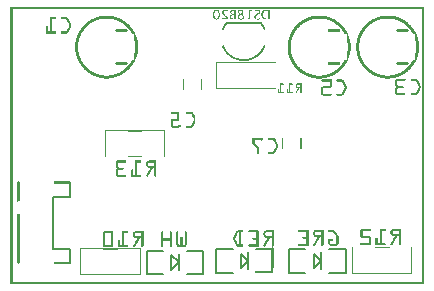
<source format=gbo>
G04 MADE WITH FRITZING*
G04 WWW.FRITZING.ORG*
G04 DOUBLE SIDED*
G04 HOLES PLATED*
G04 CONTOUR ON CENTER OF CONTOUR VECTOR*
%ASAXBY*%
%FSLAX23Y23*%
%MOIN*%
%OFA0B0*%
%SFA1.0B1.0*%
%ADD10C,0.008000*%
%ADD11R,0.001000X0.001000*%
%LNSILK0*%
G90*
G70*
G54D10*
X740Y40D02*
X685Y40D01*
D02*
X685Y40D02*
X685Y119D01*
D02*
X685Y119D02*
X740Y119D01*
D02*
X874Y119D02*
X819Y119D01*
D02*
X791Y52D02*
X791Y80D01*
D02*
X791Y80D02*
X791Y107D01*
D02*
X791Y80D02*
X768Y56D01*
D02*
X768Y56D02*
X768Y103D01*
D02*
X768Y103D02*
X791Y80D01*
D02*
X983Y40D02*
X928Y40D01*
D02*
X928Y40D02*
X928Y119D01*
D02*
X928Y119D02*
X983Y119D01*
D02*
X1062Y40D02*
X1117Y40D01*
D02*
X1117Y40D02*
X1117Y119D01*
D02*
X1117Y119D02*
X1062Y119D01*
D02*
X1035Y52D02*
X1035Y80D01*
D02*
X1035Y80D02*
X1035Y107D01*
D02*
X1035Y80D02*
X1011Y56D01*
D02*
X1011Y56D02*
X1011Y103D01*
D02*
X1011Y103D02*
X1035Y80D01*
D02*
X509Y35D02*
X454Y35D01*
D02*
X454Y35D02*
X454Y113D01*
D02*
X454Y113D02*
X509Y113D01*
D02*
X587Y35D02*
X643Y35D01*
D02*
X643Y35D02*
X643Y113D01*
D02*
X643Y113D02*
X587Y113D01*
D02*
X560Y47D02*
X560Y74D01*
D02*
X560Y74D02*
X560Y102D01*
D02*
X560Y74D02*
X536Y50D01*
D02*
X536Y50D02*
X536Y98D01*
D02*
X536Y98D02*
X560Y74D01*
D02*
X197Y71D02*
X197Y118D01*
D02*
X197Y339D02*
X197Y291D01*
D02*
X197Y118D02*
X141Y118D01*
D02*
X141Y118D02*
X141Y291D01*
D02*
X141Y291D02*
X197Y291D01*
G54D11*
X0Y925D02*
X1378Y925D01*
X0Y924D02*
X1378Y924D01*
X0Y923D02*
X1378Y923D01*
X0Y922D02*
X1378Y922D01*
X0Y921D02*
X1378Y921D01*
X0Y920D02*
X1378Y920D01*
X0Y919D02*
X1378Y919D01*
X0Y918D02*
X1378Y918D01*
X0Y917D02*
X7Y917D01*
X1371Y917D02*
X1378Y917D01*
X0Y916D02*
X7Y916D01*
X685Y916D02*
X688Y916D01*
X714Y916D02*
X718Y916D01*
X765Y916D02*
X769Y916D01*
X794Y916D02*
X794Y916D01*
X820Y916D02*
X824Y916D01*
X1371Y916D02*
X1378Y916D01*
X0Y915D02*
X7Y915D01*
X682Y915D02*
X691Y915D01*
X711Y915D02*
X722Y915D01*
X738Y915D02*
X750Y915D01*
X762Y915D02*
X772Y915D01*
X794Y915D02*
X798Y915D01*
X815Y915D02*
X827Y915D01*
X848Y915D02*
X863Y915D01*
X1371Y915D02*
X1378Y915D01*
X0Y914D02*
X7Y914D01*
X681Y914D02*
X692Y914D01*
X709Y914D02*
X724Y914D01*
X736Y914D02*
X750Y914D01*
X761Y914D02*
X774Y914D01*
X794Y914D02*
X802Y914D01*
X815Y914D02*
X829Y914D01*
X845Y914D02*
X863Y914D01*
X1371Y914D02*
X1378Y914D01*
X0Y913D02*
X7Y913D01*
X680Y913D02*
X693Y913D01*
X708Y913D02*
X724Y913D01*
X734Y913D02*
X750Y913D01*
X760Y913D02*
X775Y913D01*
X794Y913D02*
X803Y913D01*
X815Y913D02*
X830Y913D01*
X843Y913D02*
X863Y913D01*
X1371Y913D02*
X1378Y913D01*
X0Y912D02*
X7Y912D01*
X679Y912D02*
X683Y912D01*
X690Y912D02*
X694Y912D01*
X707Y912D02*
X712Y912D01*
X721Y912D02*
X724Y912D01*
X733Y912D02*
X743Y912D01*
X746Y912D02*
X750Y912D01*
X759Y912D02*
X763Y912D01*
X772Y912D02*
X775Y912D01*
X794Y912D02*
X803Y912D01*
X815Y912D02*
X817Y912D01*
X826Y912D02*
X830Y912D01*
X842Y912D02*
X854Y912D01*
X859Y912D02*
X863Y912D01*
X1371Y912D02*
X1378Y912D01*
X0Y911D02*
X7Y911D01*
X679Y911D02*
X682Y911D01*
X691Y911D02*
X695Y911D01*
X707Y911D02*
X711Y911D01*
X724Y911D02*
X724Y911D01*
X733Y911D02*
X738Y911D01*
X746Y911D02*
X750Y911D01*
X759Y911D02*
X762Y911D01*
X773Y911D02*
X776Y911D01*
X794Y911D02*
X797Y911D01*
X801Y911D02*
X803Y911D01*
X827Y911D02*
X831Y911D01*
X841Y911D02*
X847Y911D01*
X859Y911D02*
X863Y911D01*
X1371Y911D02*
X1378Y911D01*
X0Y910D02*
X7Y910D01*
X678Y910D02*
X681Y910D01*
X692Y910D02*
X695Y910D01*
X707Y910D02*
X710Y910D01*
X732Y910D02*
X737Y910D01*
X746Y910D02*
X750Y910D01*
X759Y910D02*
X762Y910D01*
X773Y910D02*
X776Y910D01*
X794Y910D02*
X797Y910D01*
X828Y910D02*
X831Y910D01*
X840Y910D02*
X845Y910D01*
X859Y910D02*
X863Y910D01*
X1371Y910D02*
X1378Y910D01*
X0Y909D02*
X7Y909D01*
X677Y909D02*
X681Y909D01*
X692Y909D02*
X696Y909D01*
X706Y909D02*
X710Y909D01*
X732Y909D02*
X736Y909D01*
X746Y909D02*
X750Y909D01*
X759Y909D02*
X762Y909D01*
X773Y909D02*
X776Y909D01*
X794Y909D02*
X797Y909D01*
X828Y909D02*
X831Y909D01*
X839Y909D02*
X844Y909D01*
X859Y909D02*
X863Y909D01*
X1371Y909D02*
X1378Y909D01*
X0Y908D02*
X7Y908D01*
X677Y908D02*
X680Y908D01*
X693Y908D02*
X696Y908D01*
X706Y908D02*
X710Y908D01*
X732Y908D02*
X736Y908D01*
X746Y908D02*
X750Y908D01*
X759Y908D02*
X762Y908D01*
X773Y908D02*
X776Y908D01*
X794Y908D02*
X797Y908D01*
X828Y908D02*
X831Y908D01*
X839Y908D02*
X843Y908D01*
X859Y908D02*
X863Y908D01*
X1371Y908D02*
X1378Y908D01*
X0Y907D02*
X7Y907D01*
X677Y907D02*
X680Y907D01*
X693Y907D02*
X696Y907D01*
X706Y907D02*
X710Y907D01*
X732Y907D02*
X736Y907D01*
X746Y907D02*
X750Y907D01*
X759Y907D02*
X762Y907D01*
X773Y907D02*
X776Y907D01*
X794Y907D02*
X797Y907D01*
X828Y907D02*
X831Y907D01*
X838Y907D02*
X843Y907D01*
X859Y907D02*
X863Y907D01*
X1371Y907D02*
X1378Y907D01*
X0Y906D02*
X7Y906D01*
X677Y906D02*
X680Y906D01*
X693Y906D02*
X697Y906D01*
X706Y906D02*
X710Y906D01*
X733Y906D02*
X736Y906D01*
X746Y906D02*
X750Y906D01*
X760Y906D02*
X762Y906D01*
X772Y906D02*
X776Y906D01*
X794Y906D02*
X797Y906D01*
X827Y906D02*
X831Y906D01*
X838Y906D02*
X842Y906D01*
X859Y906D02*
X863Y906D01*
X1371Y906D02*
X1378Y906D01*
X0Y905D02*
X7Y905D01*
X676Y905D02*
X680Y905D01*
X693Y905D02*
X697Y905D01*
X707Y905D02*
X710Y905D01*
X733Y905D02*
X736Y905D01*
X746Y905D02*
X750Y905D01*
X760Y905D02*
X763Y905D01*
X771Y905D02*
X775Y905D01*
X794Y905D02*
X797Y905D01*
X826Y905D02*
X831Y905D01*
X838Y905D02*
X842Y905D01*
X859Y905D02*
X863Y905D01*
X1371Y905D02*
X1378Y905D01*
X0Y904D02*
X7Y904D01*
X676Y904D02*
X680Y904D01*
X693Y904D02*
X697Y904D01*
X707Y904D02*
X711Y904D01*
X734Y904D02*
X737Y904D01*
X746Y904D02*
X750Y904D01*
X761Y904D02*
X764Y904D01*
X770Y904D02*
X775Y904D01*
X794Y904D02*
X797Y904D01*
X825Y904D02*
X830Y904D01*
X837Y904D02*
X841Y904D01*
X859Y904D02*
X863Y904D01*
X1371Y904D02*
X1378Y904D01*
X0Y903D02*
X7Y903D01*
X676Y903D02*
X679Y903D01*
X694Y903D02*
X697Y903D01*
X707Y903D02*
X711Y903D01*
X734Y903D02*
X738Y903D01*
X746Y903D02*
X750Y903D01*
X762Y903D02*
X765Y903D01*
X768Y903D02*
X774Y903D01*
X794Y903D02*
X797Y903D01*
X823Y903D02*
X830Y903D01*
X837Y903D02*
X841Y903D01*
X859Y903D02*
X863Y903D01*
X1371Y903D02*
X1378Y903D01*
X0Y902D02*
X7Y902D01*
X676Y902D02*
X679Y902D01*
X694Y902D02*
X697Y902D01*
X708Y902D02*
X712Y902D01*
X735Y902D02*
X740Y902D01*
X746Y902D02*
X750Y902D01*
X763Y902D02*
X773Y902D01*
X794Y902D02*
X797Y902D01*
X822Y902D02*
X829Y902D01*
X837Y902D02*
X841Y902D01*
X859Y902D02*
X863Y902D01*
X1371Y902D02*
X1378Y902D01*
X0Y901D02*
X7Y901D01*
X676Y901D02*
X679Y901D01*
X694Y901D02*
X697Y901D01*
X709Y901D02*
X712Y901D01*
X737Y901D02*
X750Y901D01*
X764Y901D02*
X772Y901D01*
X794Y901D02*
X797Y901D01*
X820Y901D02*
X828Y901D01*
X837Y901D02*
X841Y901D01*
X859Y901D02*
X863Y901D01*
X1371Y901D02*
X1378Y901D01*
X0Y900D02*
X7Y900D01*
X676Y900D02*
X679Y900D01*
X694Y900D02*
X697Y900D01*
X709Y900D02*
X713Y900D01*
X738Y900D02*
X750Y900D01*
X763Y900D02*
X773Y900D01*
X794Y900D02*
X797Y900D01*
X819Y900D02*
X826Y900D01*
X837Y900D02*
X841Y900D01*
X859Y900D02*
X863Y900D01*
X1371Y900D02*
X1378Y900D01*
X0Y899D02*
X7Y899D01*
X676Y899D02*
X679Y899D01*
X694Y899D02*
X697Y899D01*
X710Y899D02*
X714Y899D01*
X736Y899D02*
X750Y899D01*
X762Y899D02*
X774Y899D01*
X794Y899D02*
X797Y899D01*
X817Y899D02*
X825Y899D01*
X837Y899D02*
X841Y899D01*
X859Y899D02*
X863Y899D01*
X1371Y899D02*
X1378Y899D01*
X0Y898D02*
X7Y898D01*
X676Y898D02*
X679Y898D01*
X694Y898D02*
X697Y898D01*
X711Y898D02*
X715Y898D01*
X735Y898D02*
X740Y898D01*
X746Y898D02*
X750Y898D01*
X761Y898D02*
X767Y898D01*
X772Y898D02*
X775Y898D01*
X794Y898D02*
X797Y898D01*
X816Y898D02*
X823Y898D01*
X837Y898D02*
X841Y898D01*
X859Y898D02*
X863Y898D01*
X1371Y898D02*
X1378Y898D01*
X0Y897D02*
X7Y897D01*
X676Y897D02*
X679Y897D01*
X694Y897D02*
X697Y897D01*
X713Y897D02*
X716Y897D01*
X733Y897D02*
X738Y897D01*
X746Y897D02*
X750Y897D01*
X760Y897D02*
X766Y897D01*
X773Y897D02*
X776Y897D01*
X794Y897D02*
X797Y897D01*
X815Y897D02*
X821Y897D01*
X837Y897D02*
X841Y897D01*
X859Y897D02*
X863Y897D01*
X1371Y897D02*
X1378Y897D01*
X0Y896D02*
X7Y896D01*
X312Y896D02*
X329Y896D01*
X676Y896D02*
X679Y896D01*
X694Y896D02*
X697Y896D01*
X714Y896D02*
X718Y896D01*
X732Y896D02*
X737Y896D01*
X746Y896D02*
X750Y896D01*
X759Y896D02*
X764Y896D01*
X773Y896D02*
X777Y896D01*
X794Y896D02*
X797Y896D01*
X814Y896D02*
X820Y896D01*
X837Y896D02*
X841Y896D01*
X859Y896D02*
X863Y896D01*
X1021Y896D02*
X1037Y896D01*
X1249Y896D02*
X1266Y896D01*
X1371Y896D02*
X1378Y896D01*
X0Y895D02*
X7Y895D01*
X304Y895D02*
X337Y895D01*
X676Y895D02*
X680Y895D01*
X693Y895D02*
X697Y895D01*
X715Y895D02*
X719Y895D01*
X732Y895D02*
X736Y895D01*
X746Y895D02*
X750Y895D01*
X758Y895D02*
X763Y895D01*
X774Y895D02*
X777Y895D01*
X794Y895D02*
X797Y895D01*
X814Y895D02*
X819Y895D01*
X838Y895D02*
X842Y895D01*
X859Y895D02*
X863Y895D01*
X1012Y895D02*
X1045Y895D01*
X1241Y895D02*
X1274Y895D01*
X1371Y895D02*
X1378Y895D01*
X0Y894D02*
X7Y894D01*
X299Y894D02*
X342Y894D01*
X676Y894D02*
X680Y894D01*
X693Y894D02*
X697Y894D01*
X716Y894D02*
X720Y894D01*
X731Y894D02*
X735Y894D01*
X746Y894D02*
X750Y894D01*
X758Y894D02*
X762Y894D01*
X774Y894D02*
X778Y894D01*
X794Y894D02*
X797Y894D01*
X813Y894D02*
X818Y894D01*
X838Y894D02*
X842Y894D01*
X859Y894D02*
X863Y894D01*
X1007Y894D02*
X1051Y894D01*
X1236Y894D02*
X1279Y894D01*
X1371Y894D02*
X1378Y894D01*
X0Y893D02*
X7Y893D01*
X294Y893D02*
X346Y893D01*
X676Y893D02*
X680Y893D01*
X693Y893D02*
X697Y893D01*
X717Y893D02*
X721Y893D01*
X731Y893D02*
X735Y893D01*
X746Y893D02*
X750Y893D01*
X758Y893D02*
X761Y893D01*
X775Y893D02*
X778Y893D01*
X794Y893D02*
X797Y893D01*
X813Y893D02*
X817Y893D01*
X838Y893D02*
X842Y893D01*
X859Y893D02*
X863Y893D01*
X1003Y893D02*
X1055Y893D01*
X1231Y893D02*
X1283Y893D01*
X1371Y893D02*
X1378Y893D01*
X0Y892D02*
X7Y892D01*
X291Y892D02*
X350Y892D01*
X677Y892D02*
X680Y892D01*
X693Y892D02*
X696Y892D01*
X718Y892D02*
X721Y892D01*
X731Y892D02*
X735Y892D01*
X746Y892D02*
X750Y892D01*
X758Y892D02*
X761Y892D01*
X775Y892D02*
X778Y892D01*
X794Y892D02*
X797Y892D01*
X813Y892D02*
X817Y892D01*
X839Y892D02*
X843Y892D01*
X859Y892D02*
X863Y892D01*
X1000Y892D02*
X1058Y892D01*
X1228Y892D02*
X1287Y892D01*
X1371Y892D02*
X1378Y892D01*
X0Y891D02*
X7Y891D01*
X288Y891D02*
X353Y891D01*
X677Y891D02*
X680Y891D01*
X693Y891D02*
X696Y891D01*
X719Y891D02*
X722Y891D01*
X731Y891D02*
X735Y891D01*
X746Y891D02*
X750Y891D01*
X758Y891D02*
X761Y891D01*
X775Y891D02*
X778Y891D01*
X794Y891D02*
X797Y891D01*
X813Y891D02*
X817Y891D01*
X839Y891D02*
X843Y891D01*
X859Y891D02*
X863Y891D01*
X996Y891D02*
X1061Y891D01*
X1225Y891D02*
X1290Y891D01*
X1371Y891D02*
X1378Y891D01*
X0Y890D02*
X7Y890D01*
X132Y890D02*
X150Y890D01*
X170Y890D02*
X187Y890D01*
X285Y890D02*
X356Y890D01*
X677Y890D02*
X681Y890D01*
X692Y890D02*
X696Y890D01*
X719Y890D02*
X723Y890D01*
X731Y890D02*
X735Y890D01*
X746Y890D02*
X750Y890D01*
X758Y890D02*
X761Y890D01*
X774Y890D02*
X778Y890D01*
X794Y890D02*
X797Y890D01*
X813Y890D02*
X817Y890D01*
X840Y890D02*
X844Y890D01*
X859Y890D02*
X863Y890D01*
X993Y890D02*
X1064Y890D01*
X1222Y890D02*
X1293Y890D01*
X1371Y890D02*
X1378Y890D01*
X0Y889D02*
X7Y889D01*
X132Y889D02*
X151Y889D01*
X169Y889D02*
X189Y889D01*
X282Y889D02*
X358Y889D01*
X678Y889D02*
X681Y889D01*
X692Y889D02*
X695Y889D01*
X720Y889D02*
X723Y889D01*
X731Y889D02*
X736Y889D01*
X746Y889D02*
X750Y889D01*
X758Y889D02*
X761Y889D01*
X774Y889D02*
X778Y889D01*
X794Y889D02*
X797Y889D01*
X814Y889D02*
X817Y889D01*
X840Y889D02*
X845Y889D01*
X859Y889D02*
X863Y889D01*
X991Y889D02*
X1067Y889D01*
X1219Y889D02*
X1295Y889D01*
X1371Y889D02*
X1378Y889D01*
X0Y888D02*
X7Y888D01*
X132Y888D02*
X151Y888D01*
X168Y888D02*
X191Y888D01*
X280Y888D02*
X361Y888D01*
X678Y888D02*
X682Y888D01*
X691Y888D02*
X695Y888D01*
X720Y888D02*
X724Y888D01*
X732Y888D02*
X737Y888D01*
X746Y888D02*
X750Y888D01*
X758Y888D02*
X762Y888D01*
X773Y888D02*
X777Y888D01*
X794Y888D02*
X797Y888D01*
X814Y888D02*
X818Y888D01*
X831Y888D02*
X832Y888D01*
X841Y888D02*
X847Y888D01*
X859Y888D02*
X863Y888D01*
X988Y888D02*
X1069Y888D01*
X1217Y888D02*
X1298Y888D01*
X1371Y888D02*
X1378Y888D01*
X0Y887D02*
X7Y887D01*
X132Y887D02*
X151Y887D01*
X168Y887D02*
X192Y887D01*
X278Y887D02*
X363Y887D01*
X679Y887D02*
X683Y887D01*
X690Y887D02*
X694Y887D01*
X707Y887D02*
X724Y887D01*
X732Y887D02*
X740Y887D01*
X746Y887D02*
X750Y887D01*
X759Y887D02*
X763Y887D01*
X772Y887D02*
X777Y887D01*
X793Y887D02*
X797Y887D01*
X815Y887D02*
X819Y887D01*
X829Y887D02*
X832Y887D01*
X842Y887D02*
X850Y887D01*
X859Y887D02*
X863Y887D01*
X986Y887D02*
X1071Y887D01*
X1215Y887D02*
X1300Y887D01*
X1371Y887D02*
X1378Y887D01*
X0Y886D02*
X7Y886D01*
X132Y886D02*
X151Y886D01*
X168Y886D02*
X192Y886D01*
X276Y886D02*
X311Y886D01*
X330Y886D02*
X365Y886D01*
X680Y886D02*
X685Y886D01*
X689Y886D02*
X693Y886D01*
X706Y886D02*
X724Y886D01*
X733Y886D02*
X750Y886D01*
X760Y886D02*
X766Y886D01*
X770Y886D02*
X776Y886D01*
X787Y886D02*
X803Y886D01*
X815Y886D02*
X832Y886D01*
X844Y886D02*
X863Y886D01*
X984Y886D02*
X1019Y886D01*
X1038Y886D02*
X1074Y886D01*
X1213Y886D02*
X1248Y886D01*
X1267Y886D02*
X1302Y886D01*
X1371Y886D02*
X1378Y886D01*
X0Y885D02*
X7Y885D01*
X132Y885D02*
X151Y885D01*
X169Y885D02*
X193Y885D01*
X274Y885D02*
X303Y885D01*
X337Y885D02*
X367Y885D01*
X681Y885D02*
X692Y885D01*
X706Y885D02*
X724Y885D01*
X734Y885D02*
X750Y885D01*
X761Y885D02*
X775Y885D01*
X787Y885D02*
X803Y885D01*
X816Y885D02*
X832Y885D01*
X845Y885D02*
X863Y885D01*
X982Y885D02*
X1012Y885D01*
X1046Y885D02*
X1076Y885D01*
X1210Y885D02*
X1240Y885D01*
X1274Y885D02*
X1304Y885D01*
X1371Y885D02*
X1378Y885D01*
X0Y884D02*
X7Y884D01*
X132Y884D02*
X150Y884D01*
X170Y884D02*
X193Y884D01*
X272Y884D02*
X298Y884D01*
X342Y884D02*
X369Y884D01*
X682Y884D02*
X691Y884D01*
X706Y884D02*
X724Y884D01*
X736Y884D02*
X750Y884D01*
X762Y884D02*
X774Y884D01*
X787Y884D02*
X803Y884D01*
X818Y884D02*
X831Y884D01*
X848Y884D02*
X863Y884D01*
X980Y884D02*
X1007Y884D01*
X1051Y884D02*
X1078Y884D01*
X1208Y884D02*
X1235Y884D01*
X1279Y884D02*
X1306Y884D01*
X1371Y884D02*
X1378Y884D01*
X0Y883D02*
X7Y883D01*
X132Y883D02*
X138Y883D01*
X187Y883D02*
X194Y883D01*
X270Y883D02*
X294Y883D01*
X346Y883D02*
X371Y883D01*
X684Y883D02*
X689Y883D01*
X765Y883D02*
X771Y883D01*
X821Y883D02*
X827Y883D01*
X978Y883D02*
X1003Y883D01*
X1055Y883D02*
X1080Y883D01*
X1207Y883D02*
X1231Y883D01*
X1283Y883D02*
X1308Y883D01*
X1371Y883D02*
X1378Y883D01*
X0Y882D02*
X7Y882D01*
X132Y882D02*
X138Y882D01*
X187Y882D02*
X194Y882D01*
X268Y882D02*
X291Y882D01*
X350Y882D02*
X373Y882D01*
X977Y882D02*
X999Y882D01*
X1058Y882D02*
X1081Y882D01*
X1205Y882D02*
X1228Y882D01*
X1287Y882D02*
X1309Y882D01*
X1371Y882D02*
X1378Y882D01*
X0Y881D02*
X7Y881D01*
X132Y881D02*
X138Y881D01*
X188Y881D02*
X195Y881D01*
X266Y881D02*
X288Y881D01*
X353Y881D02*
X374Y881D01*
X975Y881D02*
X997Y881D01*
X1061Y881D02*
X1083Y881D01*
X1203Y881D02*
X1225Y881D01*
X1289Y881D02*
X1311Y881D01*
X1371Y881D02*
X1378Y881D01*
X0Y880D02*
X7Y880D01*
X132Y880D02*
X138Y880D01*
X189Y880D02*
X195Y880D01*
X265Y880D02*
X285Y880D01*
X355Y880D02*
X376Y880D01*
X973Y880D02*
X994Y880D01*
X1064Y880D02*
X1084Y880D01*
X1202Y880D02*
X1222Y880D01*
X1292Y880D02*
X1313Y880D01*
X1371Y880D02*
X1378Y880D01*
X0Y879D02*
X7Y879D01*
X132Y879D02*
X138Y879D01*
X189Y879D02*
X196Y879D01*
X263Y879D02*
X283Y879D01*
X358Y879D02*
X378Y879D01*
X972Y879D02*
X991Y879D01*
X1066Y879D02*
X1086Y879D01*
X1200Y879D02*
X1220Y879D01*
X1295Y879D02*
X1314Y879D01*
X1371Y879D02*
X1378Y879D01*
X0Y878D02*
X7Y878D01*
X132Y878D02*
X138Y878D01*
X190Y878D02*
X196Y878D01*
X262Y878D02*
X281Y878D01*
X360Y878D02*
X379Y878D01*
X970Y878D02*
X989Y878D01*
X1069Y878D02*
X1088Y878D01*
X1198Y878D02*
X1217Y878D01*
X1297Y878D02*
X1316Y878D01*
X1371Y878D02*
X1378Y878D01*
X0Y877D02*
X7Y877D01*
X132Y877D02*
X138Y877D01*
X190Y877D02*
X197Y877D01*
X260Y877D02*
X279Y877D01*
X362Y877D02*
X380Y877D01*
X969Y877D02*
X987Y877D01*
X1071Y877D02*
X1089Y877D01*
X1197Y877D02*
X1215Y877D01*
X1299Y877D02*
X1317Y877D01*
X1371Y877D02*
X1378Y877D01*
X0Y876D02*
X7Y876D01*
X132Y876D02*
X138Y876D01*
X191Y876D02*
X197Y876D01*
X259Y876D02*
X277Y876D01*
X364Y876D02*
X382Y876D01*
X721Y876D02*
X738Y876D01*
X967Y876D02*
X985Y876D01*
X1073Y876D02*
X1090Y876D01*
X1196Y876D02*
X1213Y876D01*
X1301Y876D02*
X1319Y876D01*
X1371Y876D02*
X1378Y876D01*
X0Y875D02*
X7Y875D01*
X132Y875D02*
X138Y875D01*
X191Y875D02*
X198Y875D01*
X258Y875D02*
X274Y875D01*
X366Y875D02*
X383Y875D01*
X719Y875D02*
X835Y875D01*
X966Y875D02*
X983Y875D01*
X1075Y875D02*
X1092Y875D01*
X1194Y875D02*
X1211Y875D01*
X1303Y875D02*
X1320Y875D01*
X1371Y875D02*
X1378Y875D01*
X0Y874D02*
X7Y874D01*
X132Y874D02*
X138Y874D01*
X192Y874D02*
X198Y874D01*
X256Y874D02*
X273Y874D01*
X368Y874D02*
X385Y874D01*
X719Y874D02*
X836Y874D01*
X965Y874D02*
X981Y874D01*
X1076Y874D02*
X1093Y874D01*
X1193Y874D02*
X1210Y874D01*
X1305Y874D02*
X1321Y874D01*
X1371Y874D02*
X1378Y874D01*
X0Y873D02*
X7Y873D01*
X132Y873D02*
X138Y873D01*
X192Y873D02*
X199Y873D01*
X255Y873D02*
X271Y873D01*
X369Y873D02*
X386Y873D01*
X718Y873D02*
X837Y873D01*
X963Y873D02*
X980Y873D01*
X1078Y873D02*
X1094Y873D01*
X1192Y873D02*
X1208Y873D01*
X1306Y873D02*
X1323Y873D01*
X1371Y873D02*
X1378Y873D01*
X0Y872D02*
X7Y872D01*
X132Y872D02*
X138Y872D01*
X193Y872D02*
X199Y872D01*
X254Y872D02*
X270Y872D01*
X371Y872D02*
X387Y872D01*
X717Y872D02*
X837Y872D01*
X962Y872D02*
X978Y872D01*
X1080Y872D02*
X1096Y872D01*
X1190Y872D02*
X1206Y872D01*
X1308Y872D02*
X1324Y872D01*
X1371Y872D02*
X1378Y872D01*
X0Y871D02*
X7Y871D01*
X132Y871D02*
X138Y871D01*
X193Y871D02*
X200Y871D01*
X252Y871D02*
X268Y871D01*
X373Y871D02*
X388Y871D01*
X716Y871D02*
X838Y871D01*
X961Y871D02*
X976Y871D01*
X1081Y871D02*
X1097Y871D01*
X1189Y871D02*
X1205Y871D01*
X1310Y871D02*
X1325Y871D01*
X1371Y871D02*
X1378Y871D01*
X0Y870D02*
X7Y870D01*
X132Y870D02*
X138Y870D01*
X194Y870D02*
X200Y870D01*
X251Y870D02*
X266Y870D01*
X374Y870D02*
X389Y870D01*
X715Y870D02*
X839Y870D01*
X960Y870D02*
X975Y870D01*
X1083Y870D02*
X1098Y870D01*
X1188Y870D02*
X1203Y870D01*
X1311Y870D02*
X1326Y870D01*
X1371Y870D02*
X1378Y870D01*
X0Y869D02*
X7Y869D01*
X132Y869D02*
X138Y869D01*
X194Y869D02*
X201Y869D01*
X250Y869D02*
X265Y869D01*
X376Y869D02*
X390Y869D01*
X715Y869D02*
X722Y869D01*
X833Y869D02*
X840Y869D01*
X959Y869D02*
X974Y869D01*
X1084Y869D02*
X1099Y869D01*
X1187Y869D02*
X1202Y869D01*
X1312Y869D02*
X1327Y869D01*
X1371Y869D02*
X1378Y869D01*
X0Y868D02*
X7Y868D01*
X132Y868D02*
X138Y868D01*
X195Y868D02*
X201Y868D01*
X249Y868D02*
X264Y868D01*
X377Y868D02*
X392Y868D01*
X714Y868D02*
X721Y868D01*
X834Y868D02*
X841Y868D01*
X958Y868D02*
X972Y868D01*
X1085Y868D02*
X1100Y868D01*
X1186Y868D02*
X1201Y868D01*
X1314Y868D02*
X1328Y868D01*
X1371Y868D02*
X1378Y868D01*
X0Y867D02*
X7Y867D01*
X132Y867D02*
X138Y867D01*
X195Y867D02*
X201Y867D01*
X248Y867D02*
X262Y867D01*
X378Y867D02*
X393Y867D01*
X713Y867D02*
X720Y867D01*
X834Y867D02*
X841Y867D01*
X957Y867D02*
X971Y867D01*
X1087Y867D02*
X1101Y867D01*
X1185Y867D02*
X1199Y867D01*
X1315Y867D02*
X1329Y867D01*
X1371Y867D02*
X1378Y867D01*
X0Y866D02*
X7Y866D01*
X132Y866D02*
X138Y866D01*
X195Y866D02*
X202Y866D01*
X247Y866D02*
X261Y866D01*
X380Y866D02*
X394Y866D01*
X713Y866D02*
X719Y866D01*
X835Y866D02*
X842Y866D01*
X955Y866D02*
X970Y866D01*
X1088Y866D02*
X1102Y866D01*
X1184Y866D02*
X1198Y866D01*
X1316Y866D02*
X1331Y866D01*
X1371Y866D02*
X1378Y866D01*
X0Y865D02*
X7Y865D01*
X132Y865D02*
X138Y865D01*
X196Y865D02*
X202Y865D01*
X246Y865D02*
X260Y865D01*
X381Y865D02*
X395Y865D01*
X712Y865D02*
X718Y865D01*
X836Y865D02*
X843Y865D01*
X955Y865D02*
X968Y865D01*
X1089Y865D02*
X1103Y865D01*
X1183Y865D02*
X1197Y865D01*
X1318Y865D02*
X1332Y865D01*
X1371Y865D02*
X1378Y865D01*
X0Y864D02*
X7Y864D01*
X132Y864D02*
X138Y864D01*
X196Y864D02*
X202Y864D01*
X245Y864D02*
X259Y864D01*
X382Y864D02*
X396Y864D01*
X711Y864D02*
X718Y864D01*
X837Y864D02*
X843Y864D01*
X954Y864D02*
X967Y864D01*
X1091Y864D02*
X1104Y864D01*
X1182Y864D02*
X1195Y864D01*
X1319Y864D02*
X1332Y864D01*
X1371Y864D02*
X1378Y864D01*
X0Y863D02*
X7Y863D01*
X132Y863D02*
X138Y863D01*
X196Y863D02*
X202Y863D01*
X244Y863D02*
X258Y863D01*
X383Y863D02*
X397Y863D01*
X711Y863D02*
X717Y863D01*
X837Y863D02*
X844Y863D01*
X953Y863D02*
X966Y863D01*
X1092Y863D02*
X1105Y863D01*
X1181Y863D02*
X1194Y863D01*
X1320Y863D02*
X1333Y863D01*
X1371Y863D02*
X1378Y863D01*
X0Y862D02*
X7Y862D01*
X132Y862D02*
X138Y862D01*
X196Y862D02*
X202Y862D01*
X243Y862D02*
X256Y862D01*
X384Y862D02*
X397Y862D01*
X710Y862D02*
X717Y862D01*
X838Y862D02*
X844Y862D01*
X952Y862D02*
X965Y862D01*
X1093Y862D02*
X1106Y862D01*
X1180Y862D02*
X1193Y862D01*
X1321Y862D02*
X1334Y862D01*
X1371Y862D02*
X1378Y862D01*
X0Y861D02*
X7Y861D01*
X120Y861D02*
X122Y861D01*
X132Y861D02*
X138Y861D01*
X195Y861D02*
X202Y861D01*
X242Y861D02*
X255Y861D01*
X385Y861D02*
X398Y861D01*
X710Y861D02*
X716Y861D01*
X839Y861D02*
X845Y861D01*
X951Y861D02*
X964Y861D01*
X1094Y861D02*
X1107Y861D01*
X1179Y861D02*
X1192Y861D01*
X1322Y861D02*
X1335Y861D01*
X1371Y861D02*
X1378Y861D01*
X0Y860D02*
X7Y860D01*
X119Y860D02*
X123Y860D01*
X132Y860D02*
X138Y860D01*
X195Y860D02*
X201Y860D01*
X241Y860D02*
X254Y860D01*
X386Y860D02*
X399Y860D01*
X709Y860D02*
X715Y860D01*
X839Y860D02*
X845Y860D01*
X950Y860D02*
X963Y860D01*
X1095Y860D02*
X1108Y860D01*
X1178Y860D02*
X1191Y860D01*
X1323Y860D02*
X1336Y860D01*
X1371Y860D02*
X1378Y860D01*
X0Y859D02*
X7Y859D01*
X118Y859D02*
X124Y859D01*
X132Y859D02*
X138Y859D01*
X195Y859D02*
X201Y859D01*
X241Y859D02*
X253Y859D01*
X388Y859D02*
X400Y859D01*
X709Y859D02*
X715Y859D01*
X840Y859D02*
X846Y859D01*
X949Y859D02*
X962Y859D01*
X1096Y859D02*
X1109Y859D01*
X1177Y859D02*
X1190Y859D01*
X1324Y859D02*
X1337Y859D01*
X1371Y859D02*
X1378Y859D01*
X0Y858D02*
X7Y858D01*
X118Y858D02*
X124Y858D01*
X132Y858D02*
X138Y858D01*
X194Y858D02*
X201Y858D01*
X240Y858D02*
X252Y858D01*
X389Y858D02*
X401Y858D01*
X708Y858D02*
X714Y858D01*
X840Y858D02*
X846Y858D01*
X948Y858D02*
X961Y858D01*
X1097Y858D02*
X1110Y858D01*
X1177Y858D02*
X1189Y858D01*
X1325Y858D02*
X1338Y858D01*
X1371Y858D02*
X1378Y858D01*
X0Y857D02*
X7Y857D01*
X118Y857D02*
X124Y857D01*
X132Y857D02*
X138Y857D01*
X194Y857D02*
X200Y857D01*
X239Y857D02*
X251Y857D01*
X389Y857D02*
X402Y857D01*
X708Y857D02*
X713Y857D01*
X841Y857D02*
X847Y857D01*
X947Y857D02*
X960Y857D01*
X1098Y857D02*
X1110Y857D01*
X1176Y857D02*
X1188Y857D01*
X1326Y857D02*
X1339Y857D01*
X1371Y857D02*
X1378Y857D01*
X0Y856D02*
X7Y856D01*
X118Y856D02*
X124Y856D01*
X132Y856D02*
X138Y856D01*
X193Y856D02*
X200Y856D01*
X238Y856D02*
X250Y856D01*
X390Y856D02*
X402Y856D01*
X707Y856D02*
X713Y856D01*
X842Y856D02*
X847Y856D01*
X947Y856D02*
X959Y856D01*
X1099Y856D02*
X1111Y856D01*
X1175Y856D02*
X1187Y856D01*
X1327Y856D02*
X1339Y856D01*
X1371Y856D02*
X1378Y856D01*
X0Y855D02*
X7Y855D01*
X118Y855D02*
X124Y855D01*
X132Y855D02*
X138Y855D01*
X193Y855D02*
X199Y855D01*
X237Y855D02*
X249Y855D01*
X391Y855D02*
X403Y855D01*
X707Y855D02*
X712Y855D01*
X842Y855D02*
X848Y855D01*
X946Y855D02*
X958Y855D01*
X1100Y855D02*
X1112Y855D01*
X1174Y855D02*
X1186Y855D01*
X1328Y855D02*
X1340Y855D01*
X1371Y855D02*
X1378Y855D01*
X0Y854D02*
X7Y854D01*
X118Y854D02*
X124Y854D01*
X132Y854D02*
X138Y854D01*
X192Y854D02*
X199Y854D01*
X237Y854D02*
X248Y854D01*
X392Y854D02*
X404Y854D01*
X706Y854D02*
X712Y854D01*
X843Y854D02*
X848Y854D01*
X945Y854D02*
X957Y854D01*
X1101Y854D02*
X1113Y854D01*
X1174Y854D02*
X1185Y854D01*
X1329Y854D02*
X1341Y854D01*
X1371Y854D02*
X1378Y854D01*
X0Y853D02*
X7Y853D01*
X118Y853D02*
X124Y853D01*
X132Y853D02*
X138Y853D01*
X191Y853D02*
X198Y853D01*
X236Y853D02*
X248Y853D01*
X393Y853D02*
X405Y853D01*
X706Y853D02*
X711Y853D01*
X843Y853D02*
X849Y853D01*
X944Y853D02*
X956Y853D01*
X1102Y853D02*
X1113Y853D01*
X1173Y853D02*
X1184Y853D01*
X1330Y853D02*
X1342Y853D01*
X1371Y853D02*
X1378Y853D01*
X0Y852D02*
X7Y852D01*
X118Y852D02*
X124Y852D01*
X132Y852D02*
X138Y852D01*
X191Y852D02*
X198Y852D01*
X235Y852D02*
X247Y852D01*
X394Y852D02*
X405Y852D01*
X705Y852D02*
X711Y852D01*
X844Y852D02*
X849Y852D01*
X944Y852D02*
X955Y852D01*
X1103Y852D02*
X1114Y852D01*
X1172Y852D02*
X1183Y852D01*
X1331Y852D02*
X1342Y852D01*
X1371Y852D02*
X1378Y852D01*
X0Y851D02*
X7Y851D01*
X118Y851D02*
X124Y851D01*
X132Y851D02*
X138Y851D01*
X190Y851D02*
X197Y851D01*
X234Y851D02*
X246Y851D01*
X353Y851D02*
X388Y851D01*
X395Y851D02*
X406Y851D01*
X706Y851D02*
X711Y851D01*
X844Y851D02*
X849Y851D01*
X943Y851D02*
X954Y851D01*
X1061Y851D02*
X1096Y851D01*
X1103Y851D02*
X1115Y851D01*
X1171Y851D02*
X1183Y851D01*
X1290Y851D02*
X1325Y851D01*
X1332Y851D02*
X1343Y851D01*
X1371Y851D02*
X1378Y851D01*
X0Y850D02*
X7Y850D01*
X118Y850D02*
X124Y850D01*
X132Y850D02*
X138Y850D01*
X190Y850D02*
X197Y850D01*
X234Y850D02*
X245Y850D01*
X352Y850D02*
X389Y850D01*
X396Y850D02*
X407Y850D01*
X707Y850D02*
X710Y850D01*
X844Y850D02*
X848Y850D01*
X942Y850D02*
X954Y850D01*
X1060Y850D02*
X1097Y850D01*
X1104Y850D02*
X1115Y850D01*
X1171Y850D02*
X1182Y850D01*
X1289Y850D02*
X1326Y850D01*
X1332Y850D02*
X1344Y850D01*
X1371Y850D02*
X1378Y850D01*
X0Y849D02*
X7Y849D01*
X118Y849D02*
X124Y849D01*
X132Y849D02*
X138Y849D01*
X189Y849D02*
X196Y849D01*
X233Y849D02*
X244Y849D01*
X351Y849D02*
X390Y849D01*
X396Y849D02*
X408Y849D01*
X708Y849D02*
X710Y849D01*
X845Y849D02*
X847Y849D01*
X942Y849D02*
X953Y849D01*
X1060Y849D02*
X1098Y849D01*
X1105Y849D02*
X1116Y849D01*
X1170Y849D02*
X1181Y849D01*
X1288Y849D02*
X1326Y849D01*
X1333Y849D02*
X1344Y849D01*
X1371Y849D02*
X1378Y849D01*
X0Y848D02*
X7Y848D01*
X118Y848D02*
X124Y848D01*
X132Y848D02*
X138Y848D01*
X189Y848D02*
X196Y848D01*
X233Y848D02*
X244Y848D01*
X351Y848D02*
X390Y848D01*
X397Y848D02*
X408Y848D01*
X709Y848D02*
X709Y848D01*
X845Y848D02*
X846Y848D01*
X941Y848D02*
X952Y848D01*
X1059Y848D02*
X1099Y848D01*
X1106Y848D02*
X1117Y848D01*
X1169Y848D02*
X1180Y848D01*
X1287Y848D02*
X1327Y848D01*
X1334Y848D02*
X1345Y848D01*
X1371Y848D02*
X1378Y848D01*
X0Y847D02*
X7Y847D01*
X118Y847D02*
X124Y847D01*
X132Y847D02*
X138Y847D01*
X188Y847D02*
X195Y847D01*
X232Y847D02*
X243Y847D01*
X350Y847D02*
X390Y847D01*
X398Y847D02*
X409Y847D01*
X709Y847D02*
X709Y847D01*
X940Y847D02*
X951Y847D01*
X1059Y847D02*
X1099Y847D01*
X1106Y847D02*
X1117Y847D01*
X1169Y847D02*
X1180Y847D01*
X1287Y847D02*
X1327Y847D01*
X1335Y847D02*
X1346Y847D01*
X1371Y847D02*
X1378Y847D01*
X0Y846D02*
X7Y846D01*
X118Y846D02*
X124Y846D01*
X132Y846D02*
X138Y846D01*
X188Y846D02*
X195Y846D01*
X231Y846D02*
X242Y846D01*
X350Y846D02*
X390Y846D01*
X399Y846D02*
X409Y846D01*
X940Y846D02*
X951Y846D01*
X1059Y846D02*
X1099Y846D01*
X1107Y846D02*
X1118Y846D01*
X1168Y846D02*
X1179Y846D01*
X1287Y846D02*
X1327Y846D01*
X1335Y846D02*
X1346Y846D01*
X1371Y846D02*
X1378Y846D01*
X0Y845D02*
X7Y845D01*
X118Y845D02*
X124Y845D01*
X132Y845D02*
X138Y845D01*
X187Y845D02*
X194Y845D01*
X231Y845D02*
X241Y845D01*
X351Y845D02*
X390Y845D01*
X399Y845D02*
X410Y845D01*
X939Y845D02*
X950Y845D01*
X1059Y845D02*
X1099Y845D01*
X1108Y845D02*
X1118Y845D01*
X1168Y845D02*
X1178Y845D01*
X1287Y845D02*
X1327Y845D01*
X1336Y845D02*
X1347Y845D01*
X1371Y845D02*
X1378Y845D01*
X0Y844D02*
X7Y844D01*
X118Y844D02*
X124Y844D01*
X132Y844D02*
X138Y844D01*
X186Y844D02*
X194Y844D01*
X230Y844D02*
X241Y844D01*
X351Y844D02*
X390Y844D01*
X400Y844D02*
X411Y844D01*
X939Y844D02*
X949Y844D01*
X1060Y844D02*
X1098Y844D01*
X1109Y844D02*
X1119Y844D01*
X1167Y844D02*
X1178Y844D01*
X1288Y844D02*
X1327Y844D01*
X1337Y844D02*
X1347Y844D01*
X1371Y844D02*
X1378Y844D01*
X0Y843D02*
X7Y843D01*
X118Y843D02*
X150Y843D01*
X170Y843D02*
X193Y843D01*
X230Y843D02*
X240Y843D01*
X352Y843D02*
X389Y843D01*
X401Y843D02*
X411Y843D01*
X938Y843D02*
X949Y843D01*
X1060Y843D02*
X1098Y843D01*
X1109Y843D02*
X1120Y843D01*
X1166Y843D02*
X1177Y843D01*
X1288Y843D02*
X1326Y843D01*
X1337Y843D02*
X1348Y843D01*
X1371Y843D02*
X1378Y843D01*
X0Y842D02*
X7Y842D01*
X118Y842D02*
X151Y842D01*
X169Y842D02*
X193Y842D01*
X229Y842D02*
X239Y842D01*
X353Y842D02*
X388Y842D01*
X401Y842D02*
X412Y842D01*
X937Y842D02*
X948Y842D01*
X1061Y842D02*
X1096Y842D01*
X1110Y842D02*
X1120Y842D01*
X1166Y842D02*
X1176Y842D01*
X1290Y842D02*
X1325Y842D01*
X1338Y842D02*
X1349Y842D01*
X1371Y842D02*
X1378Y842D01*
X0Y841D02*
X7Y841D01*
X118Y841D02*
X151Y841D01*
X168Y841D02*
X192Y841D01*
X228Y841D02*
X239Y841D01*
X356Y841D02*
X385Y841D01*
X402Y841D02*
X412Y841D01*
X937Y841D02*
X947Y841D01*
X1064Y841D02*
X1094Y841D01*
X1110Y841D02*
X1121Y841D01*
X1165Y841D02*
X1176Y841D01*
X1293Y841D02*
X1322Y841D01*
X1339Y841D02*
X1349Y841D01*
X1371Y841D02*
X1378Y841D01*
X0Y840D02*
X7Y840D01*
X118Y840D02*
X151Y840D01*
X168Y840D02*
X191Y840D01*
X228Y840D02*
X238Y840D01*
X402Y840D02*
X413Y840D01*
X936Y840D02*
X947Y840D01*
X1111Y840D02*
X1121Y840D01*
X1165Y840D02*
X1175Y840D01*
X1339Y840D02*
X1350Y840D01*
X1371Y840D02*
X1378Y840D01*
X0Y839D02*
X7Y839D01*
X118Y839D02*
X151Y839D01*
X168Y839D02*
X190Y839D01*
X227Y839D02*
X238Y839D01*
X403Y839D02*
X413Y839D01*
X936Y839D02*
X946Y839D01*
X1112Y839D02*
X1122Y839D01*
X1164Y839D02*
X1174Y839D01*
X1340Y839D02*
X1350Y839D01*
X1371Y839D02*
X1378Y839D01*
X0Y838D02*
X7Y838D01*
X119Y838D02*
X151Y838D01*
X169Y838D02*
X189Y838D01*
X227Y838D02*
X237Y838D01*
X404Y838D02*
X414Y838D01*
X935Y838D02*
X946Y838D01*
X1112Y838D02*
X1122Y838D01*
X1164Y838D02*
X1174Y838D01*
X1341Y838D02*
X1351Y838D01*
X1371Y838D02*
X1378Y838D01*
X0Y837D02*
X7Y837D01*
X120Y837D02*
X150Y837D01*
X170Y837D02*
X187Y837D01*
X226Y837D02*
X236Y837D01*
X404Y837D02*
X414Y837D01*
X935Y837D02*
X945Y837D01*
X1113Y837D02*
X1123Y837D01*
X1163Y837D02*
X1173Y837D01*
X1341Y837D02*
X1351Y837D01*
X1371Y837D02*
X1378Y837D01*
X0Y836D02*
X7Y836D01*
X226Y836D02*
X236Y836D01*
X405Y836D02*
X415Y836D01*
X935Y836D02*
X944Y836D01*
X1113Y836D02*
X1123Y836D01*
X1163Y836D02*
X1173Y836D01*
X1342Y836D02*
X1352Y836D01*
X1371Y836D02*
X1378Y836D01*
X0Y835D02*
X7Y835D01*
X226Y835D02*
X235Y835D01*
X405Y835D02*
X415Y835D01*
X934Y835D02*
X944Y835D01*
X1114Y835D02*
X1124Y835D01*
X1162Y835D02*
X1172Y835D01*
X1342Y835D02*
X1352Y835D01*
X1371Y835D02*
X1378Y835D01*
X0Y834D02*
X7Y834D01*
X225Y834D02*
X235Y834D01*
X406Y834D02*
X416Y834D01*
X934Y834D02*
X943Y834D01*
X1114Y834D02*
X1124Y834D01*
X1162Y834D02*
X1172Y834D01*
X1343Y834D02*
X1352Y834D01*
X1371Y834D02*
X1378Y834D01*
X0Y833D02*
X7Y833D01*
X225Y833D02*
X234Y833D01*
X413Y833D02*
X416Y833D01*
X933Y833D02*
X943Y833D01*
X1122Y833D02*
X1125Y833D01*
X1161Y833D02*
X1171Y833D01*
X1350Y833D02*
X1353Y833D01*
X1371Y833D02*
X1378Y833D01*
X0Y832D02*
X7Y832D01*
X224Y832D02*
X234Y832D01*
X413Y832D02*
X417Y832D01*
X933Y832D02*
X942Y832D01*
X1122Y832D02*
X1125Y832D01*
X1161Y832D02*
X1171Y832D01*
X1350Y832D02*
X1353Y832D01*
X1371Y832D02*
X1378Y832D01*
X0Y831D02*
X7Y831D01*
X224Y831D02*
X233Y831D01*
X413Y831D02*
X417Y831D01*
X932Y831D02*
X942Y831D01*
X1122Y831D02*
X1126Y831D01*
X1161Y831D02*
X1170Y831D01*
X1350Y831D02*
X1354Y831D01*
X1371Y831D02*
X1378Y831D01*
X0Y830D02*
X7Y830D01*
X223Y830D02*
X233Y830D01*
X413Y830D02*
X417Y830D01*
X932Y830D02*
X942Y830D01*
X1122Y830D02*
X1126Y830D01*
X1160Y830D02*
X1170Y830D01*
X1350Y830D02*
X1354Y830D01*
X1371Y830D02*
X1378Y830D01*
X0Y829D02*
X7Y829D01*
X223Y829D02*
X232Y829D01*
X413Y829D02*
X418Y829D01*
X931Y829D02*
X941Y829D01*
X1122Y829D02*
X1126Y829D01*
X1160Y829D02*
X1169Y829D01*
X1350Y829D02*
X1355Y829D01*
X1371Y829D02*
X1378Y829D01*
X0Y828D02*
X7Y828D01*
X223Y828D02*
X232Y828D01*
X413Y828D02*
X418Y828D01*
X931Y828D02*
X941Y828D01*
X1122Y828D02*
X1127Y828D01*
X1159Y828D02*
X1169Y828D01*
X1350Y828D02*
X1355Y828D01*
X1371Y828D02*
X1378Y828D01*
X0Y827D02*
X7Y827D01*
X222Y827D02*
X232Y827D01*
X413Y827D02*
X419Y827D01*
X931Y827D02*
X940Y827D01*
X1122Y827D02*
X1127Y827D01*
X1159Y827D02*
X1169Y827D01*
X1350Y827D02*
X1355Y827D01*
X1371Y827D02*
X1378Y827D01*
X0Y826D02*
X7Y826D01*
X222Y826D02*
X231Y826D01*
X413Y826D02*
X419Y826D01*
X930Y826D02*
X940Y826D01*
X1122Y826D02*
X1127Y826D01*
X1159Y826D02*
X1168Y826D01*
X1350Y826D02*
X1356Y826D01*
X1371Y826D02*
X1378Y826D01*
X0Y825D02*
X7Y825D01*
X221Y825D02*
X231Y825D01*
X413Y825D02*
X419Y825D01*
X930Y825D02*
X939Y825D01*
X1122Y825D02*
X1128Y825D01*
X1158Y825D02*
X1168Y825D01*
X1350Y825D02*
X1356Y825D01*
X1371Y825D02*
X1378Y825D01*
X0Y824D02*
X7Y824D01*
X221Y824D02*
X231Y824D01*
X413Y824D02*
X420Y824D01*
X930Y824D02*
X939Y824D01*
X1122Y824D02*
X1128Y824D01*
X1158Y824D02*
X1167Y824D01*
X1350Y824D02*
X1356Y824D01*
X1371Y824D02*
X1378Y824D01*
X0Y823D02*
X7Y823D01*
X221Y823D02*
X230Y823D01*
X413Y823D02*
X420Y823D01*
X929Y823D02*
X939Y823D01*
X1122Y823D02*
X1128Y823D01*
X1158Y823D02*
X1167Y823D01*
X1350Y823D02*
X1357Y823D01*
X1371Y823D02*
X1378Y823D01*
X0Y822D02*
X7Y822D01*
X220Y822D02*
X230Y822D01*
X413Y822D02*
X420Y822D01*
X929Y822D02*
X938Y822D01*
X1122Y822D02*
X1129Y822D01*
X1157Y822D02*
X1167Y822D01*
X1350Y822D02*
X1357Y822D01*
X1371Y822D02*
X1378Y822D01*
X0Y821D02*
X7Y821D01*
X220Y821D02*
X230Y821D01*
X413Y821D02*
X421Y821D01*
X929Y821D02*
X938Y821D01*
X1122Y821D02*
X1129Y821D01*
X1157Y821D02*
X1166Y821D01*
X1350Y821D02*
X1357Y821D01*
X1371Y821D02*
X1378Y821D01*
X0Y820D02*
X7Y820D01*
X220Y820D02*
X229Y820D01*
X413Y820D02*
X421Y820D01*
X928Y820D02*
X938Y820D01*
X1122Y820D02*
X1129Y820D01*
X1157Y820D02*
X1166Y820D01*
X1350Y820D02*
X1358Y820D01*
X1371Y820D02*
X1378Y820D01*
X0Y819D02*
X7Y819D01*
X220Y819D02*
X229Y819D01*
X413Y819D02*
X421Y819D01*
X928Y819D02*
X937Y819D01*
X1122Y819D02*
X1130Y819D01*
X1156Y819D02*
X1166Y819D01*
X1350Y819D02*
X1358Y819D01*
X1371Y819D02*
X1378Y819D01*
X0Y818D02*
X7Y818D01*
X219Y818D02*
X229Y818D01*
X413Y818D02*
X421Y818D01*
X928Y818D02*
X937Y818D01*
X1122Y818D02*
X1130Y818D01*
X1156Y818D02*
X1165Y818D01*
X1350Y818D02*
X1358Y818D01*
X1371Y818D02*
X1378Y818D01*
X0Y817D02*
X7Y817D01*
X219Y817D02*
X228Y817D01*
X413Y817D02*
X422Y817D01*
X928Y817D02*
X937Y817D01*
X1122Y817D02*
X1130Y817D01*
X1156Y817D02*
X1165Y817D01*
X1350Y817D02*
X1358Y817D01*
X1371Y817D02*
X1378Y817D01*
X0Y816D02*
X7Y816D01*
X219Y816D02*
X228Y816D01*
X413Y816D02*
X422Y816D01*
X927Y816D02*
X937Y816D01*
X1122Y816D02*
X1130Y816D01*
X1156Y816D02*
X1165Y816D01*
X1350Y816D02*
X1359Y816D01*
X1371Y816D02*
X1378Y816D01*
X0Y815D02*
X7Y815D01*
X219Y815D02*
X228Y815D01*
X413Y815D02*
X422Y815D01*
X927Y815D02*
X936Y815D01*
X1122Y815D02*
X1131Y815D01*
X1155Y815D02*
X1165Y815D01*
X1350Y815D02*
X1359Y815D01*
X1371Y815D02*
X1378Y815D01*
X0Y814D02*
X7Y814D01*
X218Y814D02*
X228Y814D01*
X413Y814D02*
X422Y814D01*
X927Y814D02*
X936Y814D01*
X1122Y814D02*
X1131Y814D01*
X1155Y814D02*
X1164Y814D01*
X1350Y814D02*
X1359Y814D01*
X1371Y814D02*
X1378Y814D01*
X0Y813D02*
X7Y813D01*
X218Y813D02*
X227Y813D01*
X413Y813D02*
X423Y813D01*
X927Y813D02*
X936Y813D01*
X1122Y813D02*
X1131Y813D01*
X1155Y813D02*
X1164Y813D01*
X1350Y813D02*
X1359Y813D01*
X1371Y813D02*
X1378Y813D01*
X0Y812D02*
X7Y812D01*
X218Y812D02*
X227Y812D01*
X414Y812D02*
X423Y812D01*
X926Y812D02*
X936Y812D01*
X1122Y812D02*
X1131Y812D01*
X1155Y812D02*
X1164Y812D01*
X1350Y812D02*
X1360Y812D01*
X1371Y812D02*
X1378Y812D01*
X0Y811D02*
X7Y811D01*
X218Y811D02*
X227Y811D01*
X414Y811D02*
X423Y811D01*
X926Y811D02*
X935Y811D01*
X1122Y811D02*
X1131Y811D01*
X1155Y811D02*
X1164Y811D01*
X1351Y811D02*
X1360Y811D01*
X1371Y811D02*
X1378Y811D01*
X0Y810D02*
X7Y810D01*
X218Y810D02*
X227Y810D01*
X414Y810D02*
X423Y810D01*
X926Y810D02*
X935Y810D01*
X1123Y810D02*
X1132Y810D01*
X1154Y810D02*
X1163Y810D01*
X1351Y810D02*
X1360Y810D01*
X1371Y810D02*
X1378Y810D01*
X0Y809D02*
X7Y809D01*
X217Y809D02*
X226Y809D01*
X414Y809D02*
X423Y809D01*
X926Y809D02*
X935Y809D01*
X1123Y809D02*
X1132Y809D01*
X1154Y809D02*
X1163Y809D01*
X1351Y809D02*
X1360Y809D01*
X1371Y809D02*
X1378Y809D01*
X0Y808D02*
X7Y808D01*
X217Y808D02*
X226Y808D01*
X414Y808D02*
X423Y808D01*
X926Y808D02*
X935Y808D01*
X1123Y808D02*
X1132Y808D01*
X1154Y808D02*
X1163Y808D01*
X1351Y808D02*
X1360Y808D01*
X1371Y808D02*
X1378Y808D01*
X0Y807D02*
X7Y807D01*
X217Y807D02*
X226Y807D01*
X415Y807D02*
X424Y807D01*
X926Y807D02*
X935Y807D01*
X1123Y807D02*
X1132Y807D01*
X1154Y807D02*
X1163Y807D01*
X1351Y807D02*
X1360Y807D01*
X1371Y807D02*
X1378Y807D01*
X0Y806D02*
X7Y806D01*
X217Y806D02*
X226Y806D01*
X415Y806D02*
X424Y806D01*
X925Y806D02*
X934Y806D01*
X1123Y806D02*
X1132Y806D01*
X1154Y806D02*
X1163Y806D01*
X1352Y806D02*
X1361Y806D01*
X1371Y806D02*
X1378Y806D01*
X0Y805D02*
X7Y805D01*
X217Y805D02*
X226Y805D01*
X415Y805D02*
X424Y805D01*
X925Y805D02*
X934Y805D01*
X1123Y805D02*
X1132Y805D01*
X1154Y805D02*
X1163Y805D01*
X1352Y805D02*
X1361Y805D01*
X1371Y805D02*
X1378Y805D01*
X0Y804D02*
X7Y804D01*
X217Y804D02*
X226Y804D01*
X415Y804D02*
X424Y804D01*
X925Y804D02*
X934Y804D01*
X1124Y804D02*
X1133Y804D01*
X1153Y804D02*
X1163Y804D01*
X1352Y804D02*
X1361Y804D01*
X1371Y804D02*
X1378Y804D01*
X0Y803D02*
X7Y803D01*
X217Y803D02*
X226Y803D01*
X415Y803D02*
X424Y803D01*
X925Y803D02*
X934Y803D01*
X1124Y803D02*
X1133Y803D01*
X1153Y803D02*
X1162Y803D01*
X1352Y803D02*
X1361Y803D01*
X1371Y803D02*
X1378Y803D01*
X0Y802D02*
X7Y802D01*
X216Y802D02*
X225Y802D01*
X415Y802D02*
X424Y802D01*
X925Y802D02*
X934Y802D01*
X1124Y802D02*
X1133Y802D01*
X1153Y802D02*
X1162Y802D01*
X1352Y802D02*
X1361Y802D01*
X1371Y802D02*
X1378Y802D01*
X0Y801D02*
X7Y801D01*
X216Y801D02*
X225Y801D01*
X415Y801D02*
X424Y801D01*
X925Y801D02*
X934Y801D01*
X1124Y801D02*
X1133Y801D01*
X1153Y801D02*
X1162Y801D01*
X1352Y801D02*
X1361Y801D01*
X1371Y801D02*
X1378Y801D01*
X0Y800D02*
X7Y800D01*
X216Y800D02*
X225Y800D01*
X415Y800D02*
X424Y800D01*
X925Y800D02*
X934Y800D01*
X1124Y800D02*
X1133Y800D01*
X1153Y800D02*
X1162Y800D01*
X1352Y800D02*
X1361Y800D01*
X1371Y800D02*
X1378Y800D01*
X0Y799D02*
X7Y799D01*
X216Y799D02*
X225Y799D01*
X416Y799D02*
X425Y799D01*
X709Y799D02*
X709Y799D01*
X925Y799D02*
X934Y799D01*
X1124Y799D02*
X1133Y799D01*
X1153Y799D02*
X1162Y799D01*
X1352Y799D02*
X1361Y799D01*
X1371Y799D02*
X1378Y799D01*
X0Y798D02*
X7Y798D01*
X216Y798D02*
X225Y798D01*
X416Y798D02*
X425Y798D01*
X709Y798D02*
X709Y798D01*
X845Y798D02*
X846Y798D01*
X925Y798D02*
X934Y798D01*
X1124Y798D02*
X1133Y798D01*
X1153Y798D02*
X1162Y798D01*
X1352Y798D02*
X1361Y798D01*
X1371Y798D02*
X1378Y798D01*
X0Y797D02*
X7Y797D01*
X216Y797D02*
X225Y797D01*
X416Y797D02*
X425Y797D01*
X708Y797D02*
X710Y797D01*
X845Y797D02*
X847Y797D01*
X925Y797D02*
X934Y797D01*
X1124Y797D02*
X1133Y797D01*
X1153Y797D02*
X1162Y797D01*
X1353Y797D02*
X1362Y797D01*
X1371Y797D02*
X1378Y797D01*
X0Y796D02*
X7Y796D01*
X216Y796D02*
X225Y796D01*
X416Y796D02*
X425Y796D01*
X707Y796D02*
X710Y796D01*
X844Y796D02*
X848Y796D01*
X925Y796D02*
X934Y796D01*
X1124Y796D02*
X1133Y796D01*
X1153Y796D02*
X1162Y796D01*
X1353Y796D02*
X1362Y796D01*
X1371Y796D02*
X1378Y796D01*
X0Y795D02*
X7Y795D01*
X216Y795D02*
X225Y795D01*
X416Y795D02*
X425Y795D01*
X706Y795D02*
X710Y795D01*
X844Y795D02*
X849Y795D01*
X924Y795D02*
X933Y795D01*
X1124Y795D02*
X1133Y795D01*
X1153Y795D02*
X1162Y795D01*
X1353Y795D02*
X1362Y795D01*
X1371Y795D02*
X1378Y795D01*
X0Y794D02*
X7Y794D01*
X216Y794D02*
X225Y794D01*
X416Y794D02*
X425Y794D01*
X705Y794D02*
X711Y794D01*
X844Y794D02*
X849Y794D01*
X924Y794D02*
X933Y794D01*
X1124Y794D02*
X1133Y794D01*
X1153Y794D02*
X1162Y794D01*
X1353Y794D02*
X1362Y794D01*
X1371Y794D02*
X1378Y794D01*
X0Y793D02*
X7Y793D01*
X216Y793D02*
X225Y793D01*
X416Y793D02*
X425Y793D01*
X706Y793D02*
X711Y793D01*
X843Y793D02*
X849Y793D01*
X924Y793D02*
X933Y793D01*
X1124Y793D02*
X1133Y793D01*
X1153Y793D02*
X1162Y793D01*
X1353Y793D02*
X1362Y793D01*
X1371Y793D02*
X1378Y793D01*
X0Y792D02*
X7Y792D01*
X216Y792D02*
X225Y792D01*
X416Y792D02*
X425Y792D01*
X706Y792D02*
X712Y792D01*
X843Y792D02*
X848Y792D01*
X924Y792D02*
X933Y792D01*
X1124Y792D02*
X1133Y792D01*
X1153Y792D02*
X1162Y792D01*
X1353Y792D02*
X1362Y792D01*
X1371Y792D02*
X1378Y792D01*
X0Y791D02*
X7Y791D01*
X216Y791D02*
X225Y791D01*
X416Y791D02*
X425Y791D01*
X707Y791D02*
X712Y791D01*
X842Y791D02*
X848Y791D01*
X924Y791D02*
X933Y791D01*
X1124Y791D02*
X1133Y791D01*
X1153Y791D02*
X1162Y791D01*
X1353Y791D02*
X1362Y791D01*
X1371Y791D02*
X1378Y791D01*
X0Y790D02*
X7Y790D01*
X216Y790D02*
X225Y790D01*
X416Y790D02*
X425Y790D01*
X707Y790D02*
X713Y790D01*
X842Y790D02*
X847Y790D01*
X924Y790D02*
X933Y790D01*
X1124Y790D02*
X1133Y790D01*
X1153Y790D02*
X1162Y790D01*
X1353Y790D02*
X1362Y790D01*
X1371Y790D02*
X1378Y790D01*
X0Y789D02*
X7Y789D01*
X216Y789D02*
X225Y789D01*
X416Y789D02*
X425Y789D01*
X708Y789D02*
X713Y789D01*
X841Y789D02*
X847Y789D01*
X924Y789D02*
X933Y789D01*
X1124Y789D02*
X1133Y789D01*
X1153Y789D02*
X1162Y789D01*
X1353Y789D02*
X1362Y789D01*
X1371Y789D02*
X1378Y789D01*
X0Y788D02*
X7Y788D01*
X216Y788D02*
X225Y788D01*
X416Y788D02*
X425Y788D01*
X708Y788D02*
X714Y788D01*
X841Y788D02*
X847Y788D01*
X924Y788D02*
X933Y788D01*
X1124Y788D02*
X1133Y788D01*
X1153Y788D02*
X1162Y788D01*
X1353Y788D02*
X1362Y788D01*
X1371Y788D02*
X1378Y788D01*
X0Y787D02*
X7Y787D01*
X216Y787D02*
X225Y787D01*
X416Y787D02*
X425Y787D01*
X709Y787D02*
X714Y787D01*
X840Y787D02*
X846Y787D01*
X925Y787D02*
X934Y787D01*
X1124Y787D02*
X1133Y787D01*
X1153Y787D02*
X1162Y787D01*
X1353Y787D02*
X1362Y787D01*
X1371Y787D02*
X1378Y787D01*
X0Y786D02*
X7Y786D01*
X216Y786D02*
X225Y786D01*
X416Y786D02*
X425Y786D01*
X709Y786D02*
X715Y786D01*
X839Y786D02*
X845Y786D01*
X925Y786D02*
X934Y786D01*
X1124Y786D02*
X1133Y786D01*
X1153Y786D02*
X1162Y786D01*
X1353Y786D02*
X1362Y786D01*
X1371Y786D02*
X1378Y786D01*
X0Y785D02*
X7Y785D01*
X216Y785D02*
X225Y785D01*
X416Y785D02*
X425Y785D01*
X710Y785D02*
X716Y785D01*
X839Y785D02*
X845Y785D01*
X925Y785D02*
X934Y785D01*
X1124Y785D02*
X1133Y785D01*
X1153Y785D02*
X1162Y785D01*
X1352Y785D02*
X1361Y785D01*
X1371Y785D02*
X1378Y785D01*
X0Y784D02*
X7Y784D01*
X216Y784D02*
X225Y784D01*
X416Y784D02*
X425Y784D01*
X710Y784D02*
X716Y784D01*
X838Y784D02*
X844Y784D01*
X925Y784D02*
X934Y784D01*
X1124Y784D02*
X1133Y784D01*
X1153Y784D02*
X1162Y784D01*
X1352Y784D02*
X1361Y784D01*
X1371Y784D02*
X1378Y784D01*
X0Y783D02*
X7Y783D01*
X216Y783D02*
X225Y783D01*
X415Y783D02*
X424Y783D01*
X711Y783D02*
X717Y783D01*
X837Y783D02*
X844Y783D01*
X925Y783D02*
X934Y783D01*
X1124Y783D02*
X1133Y783D01*
X1153Y783D02*
X1162Y783D01*
X1352Y783D02*
X1361Y783D01*
X1371Y783D02*
X1378Y783D01*
X0Y782D02*
X7Y782D01*
X216Y782D02*
X225Y782D01*
X415Y782D02*
X424Y782D01*
X711Y782D02*
X718Y782D01*
X837Y782D02*
X843Y782D01*
X925Y782D02*
X934Y782D01*
X1124Y782D02*
X1133Y782D01*
X1153Y782D02*
X1162Y782D01*
X1352Y782D02*
X1361Y782D01*
X1371Y782D02*
X1378Y782D01*
X0Y781D02*
X7Y781D01*
X216Y781D02*
X225Y781D01*
X415Y781D02*
X424Y781D01*
X712Y781D02*
X718Y781D01*
X836Y781D02*
X843Y781D01*
X925Y781D02*
X934Y781D01*
X1124Y781D02*
X1133Y781D01*
X1153Y781D02*
X1162Y781D01*
X1352Y781D02*
X1361Y781D01*
X1371Y781D02*
X1378Y781D01*
X0Y780D02*
X7Y780D01*
X217Y780D02*
X226Y780D01*
X415Y780D02*
X424Y780D01*
X713Y780D02*
X719Y780D01*
X835Y780D02*
X842Y780D01*
X925Y780D02*
X934Y780D01*
X1124Y780D02*
X1133Y780D01*
X1153Y780D02*
X1162Y780D01*
X1352Y780D02*
X1361Y780D01*
X1371Y780D02*
X1378Y780D01*
X0Y779D02*
X7Y779D01*
X217Y779D02*
X226Y779D01*
X415Y779D02*
X424Y779D01*
X713Y779D02*
X720Y779D01*
X835Y779D02*
X841Y779D01*
X925Y779D02*
X934Y779D01*
X1124Y779D02*
X1133Y779D01*
X1153Y779D02*
X1163Y779D01*
X1352Y779D02*
X1361Y779D01*
X1371Y779D02*
X1378Y779D01*
X0Y778D02*
X7Y778D01*
X217Y778D02*
X226Y778D01*
X415Y778D02*
X424Y778D01*
X714Y778D02*
X721Y778D01*
X834Y778D02*
X841Y778D01*
X925Y778D02*
X934Y778D01*
X1123Y778D02*
X1132Y778D01*
X1154Y778D02*
X1163Y778D01*
X1352Y778D02*
X1361Y778D01*
X1371Y778D02*
X1378Y778D01*
X0Y777D02*
X7Y777D01*
X217Y777D02*
X226Y777D01*
X415Y777D02*
X424Y777D01*
X715Y777D02*
X722Y777D01*
X833Y777D02*
X840Y777D01*
X925Y777D02*
X934Y777D01*
X1123Y777D02*
X1132Y777D01*
X1154Y777D02*
X1163Y777D01*
X1352Y777D02*
X1361Y777D01*
X1371Y777D02*
X1378Y777D01*
X0Y776D02*
X7Y776D01*
X217Y776D02*
X226Y776D01*
X415Y776D02*
X424Y776D01*
X715Y776D02*
X722Y776D01*
X832Y776D02*
X839Y776D01*
X926Y776D02*
X935Y776D01*
X1123Y776D02*
X1132Y776D01*
X1154Y776D02*
X1163Y776D01*
X1351Y776D02*
X1360Y776D01*
X1371Y776D02*
X1378Y776D01*
X0Y775D02*
X7Y775D01*
X217Y775D02*
X226Y775D01*
X414Y775D02*
X423Y775D01*
X716Y775D02*
X723Y775D01*
X831Y775D02*
X838Y775D01*
X926Y775D02*
X935Y775D01*
X1123Y775D02*
X1132Y775D01*
X1154Y775D02*
X1163Y775D01*
X1351Y775D02*
X1360Y775D01*
X1371Y775D02*
X1378Y775D01*
X0Y774D02*
X7Y774D01*
X217Y774D02*
X226Y774D01*
X414Y774D02*
X423Y774D01*
X717Y774D02*
X724Y774D01*
X830Y774D02*
X837Y774D01*
X926Y774D02*
X935Y774D01*
X1123Y774D02*
X1132Y774D01*
X1154Y774D02*
X1163Y774D01*
X1351Y774D02*
X1360Y774D01*
X1371Y774D02*
X1378Y774D01*
X0Y773D02*
X7Y773D01*
X218Y773D02*
X227Y773D01*
X414Y773D02*
X423Y773D01*
X718Y773D02*
X725Y773D01*
X829Y773D02*
X837Y773D01*
X926Y773D02*
X935Y773D01*
X1123Y773D02*
X1132Y773D01*
X1154Y773D02*
X1163Y773D01*
X1351Y773D02*
X1360Y773D01*
X1371Y773D02*
X1378Y773D01*
X0Y772D02*
X7Y772D01*
X218Y772D02*
X227Y772D01*
X414Y772D02*
X423Y772D01*
X719Y772D02*
X726Y772D01*
X828Y772D02*
X836Y772D01*
X926Y772D02*
X935Y772D01*
X1122Y772D02*
X1131Y772D01*
X1155Y772D02*
X1164Y772D01*
X1351Y772D02*
X1360Y772D01*
X1371Y772D02*
X1378Y772D01*
X0Y771D02*
X7Y771D01*
X218Y771D02*
X227Y771D01*
X414Y771D02*
X423Y771D01*
X720Y771D02*
X727Y771D01*
X827Y771D02*
X835Y771D01*
X926Y771D02*
X936Y771D01*
X1122Y771D02*
X1131Y771D01*
X1155Y771D02*
X1164Y771D01*
X1350Y771D02*
X1360Y771D01*
X1371Y771D02*
X1378Y771D01*
X0Y770D02*
X7Y770D01*
X218Y770D02*
X227Y770D01*
X413Y770D02*
X423Y770D01*
X720Y770D02*
X728Y770D01*
X826Y770D02*
X834Y770D01*
X927Y770D02*
X936Y770D01*
X1122Y770D02*
X1131Y770D01*
X1155Y770D02*
X1164Y770D01*
X1350Y770D02*
X1359Y770D01*
X1371Y770D02*
X1378Y770D01*
X0Y769D02*
X7Y769D01*
X218Y769D02*
X228Y769D01*
X413Y769D02*
X422Y769D01*
X721Y769D02*
X729Y769D01*
X825Y769D02*
X833Y769D01*
X927Y769D02*
X936Y769D01*
X1122Y769D02*
X1131Y769D01*
X1155Y769D02*
X1164Y769D01*
X1350Y769D02*
X1359Y769D01*
X1371Y769D02*
X1378Y769D01*
X0Y768D02*
X7Y768D01*
X219Y768D02*
X228Y768D01*
X413Y768D02*
X422Y768D01*
X722Y768D02*
X731Y768D01*
X824Y768D02*
X832Y768D01*
X927Y768D02*
X936Y768D01*
X1122Y768D02*
X1131Y768D01*
X1155Y768D02*
X1165Y768D01*
X1350Y768D02*
X1359Y768D01*
X1371Y768D02*
X1378Y768D01*
X0Y767D02*
X7Y767D01*
X219Y767D02*
X228Y767D01*
X413Y767D02*
X422Y767D01*
X723Y767D02*
X732Y767D01*
X823Y767D02*
X831Y767D01*
X927Y767D02*
X937Y767D01*
X1122Y767D02*
X1130Y767D01*
X1156Y767D02*
X1165Y767D01*
X1350Y767D02*
X1359Y767D01*
X1371Y767D02*
X1378Y767D01*
X0Y766D02*
X7Y766D01*
X219Y766D02*
X228Y766D01*
X413Y766D02*
X422Y766D01*
X724Y766D02*
X733Y766D01*
X822Y766D02*
X830Y766D01*
X928Y766D02*
X937Y766D01*
X1122Y766D02*
X1130Y766D01*
X1156Y766D02*
X1165Y766D01*
X1350Y766D02*
X1358Y766D01*
X1371Y766D02*
X1378Y766D01*
X0Y765D02*
X7Y765D01*
X219Y765D02*
X229Y765D01*
X413Y765D02*
X421Y765D01*
X726Y765D02*
X734Y765D01*
X820Y765D02*
X829Y765D01*
X928Y765D02*
X937Y765D01*
X1122Y765D02*
X1130Y765D01*
X1156Y765D02*
X1165Y765D01*
X1350Y765D02*
X1358Y765D01*
X1371Y765D02*
X1378Y765D01*
X0Y764D02*
X7Y764D01*
X220Y764D02*
X229Y764D01*
X413Y764D02*
X421Y764D01*
X727Y764D02*
X736Y764D01*
X819Y764D02*
X828Y764D01*
X928Y764D02*
X937Y764D01*
X1122Y764D02*
X1130Y764D01*
X1156Y764D02*
X1166Y764D01*
X1350Y764D02*
X1358Y764D01*
X1371Y764D02*
X1378Y764D01*
X0Y763D02*
X7Y763D01*
X220Y763D02*
X229Y763D01*
X413Y763D02*
X421Y763D01*
X728Y763D02*
X737Y763D01*
X817Y763D02*
X827Y763D01*
X928Y763D02*
X938Y763D01*
X1122Y763D02*
X1129Y763D01*
X1157Y763D02*
X1166Y763D01*
X1350Y763D02*
X1358Y763D01*
X1371Y763D02*
X1378Y763D01*
X0Y762D02*
X7Y762D01*
X220Y762D02*
X230Y762D01*
X413Y762D02*
X421Y762D01*
X729Y762D02*
X739Y762D01*
X816Y762D02*
X825Y762D01*
X929Y762D02*
X938Y762D01*
X1122Y762D02*
X1129Y762D01*
X1157Y762D02*
X1166Y762D01*
X1350Y762D02*
X1357Y762D01*
X1371Y762D02*
X1378Y762D01*
X0Y761D02*
X7Y761D01*
X220Y761D02*
X230Y761D01*
X413Y761D02*
X420Y761D01*
X730Y761D02*
X740Y761D01*
X814Y761D02*
X824Y761D01*
X929Y761D02*
X938Y761D01*
X1122Y761D02*
X1129Y761D01*
X1157Y761D02*
X1167Y761D01*
X1350Y761D02*
X1357Y761D01*
X1371Y761D02*
X1378Y761D01*
X0Y760D02*
X7Y760D01*
X221Y760D02*
X230Y760D01*
X413Y760D02*
X420Y760D01*
X732Y760D02*
X742Y760D01*
X812Y760D02*
X823Y760D01*
X929Y760D02*
X939Y760D01*
X1122Y760D02*
X1128Y760D01*
X1158Y760D02*
X1167Y760D01*
X1350Y760D02*
X1357Y760D01*
X1371Y760D02*
X1378Y760D01*
X0Y759D02*
X7Y759D01*
X221Y759D02*
X231Y759D01*
X413Y759D02*
X420Y759D01*
X733Y759D02*
X744Y759D01*
X811Y759D02*
X821Y759D01*
X930Y759D02*
X939Y759D01*
X1122Y759D02*
X1128Y759D01*
X1158Y759D02*
X1167Y759D01*
X1350Y759D02*
X1356Y759D01*
X1371Y759D02*
X1378Y759D01*
X0Y758D02*
X7Y758D01*
X221Y758D02*
X231Y758D01*
X413Y758D02*
X419Y758D01*
X735Y758D02*
X746Y758D01*
X809Y758D02*
X820Y758D01*
X930Y758D02*
X939Y758D01*
X1122Y758D02*
X1128Y758D01*
X1158Y758D02*
X1168Y758D01*
X1350Y758D02*
X1356Y758D01*
X1371Y758D02*
X1378Y758D01*
X0Y757D02*
X7Y757D01*
X222Y757D02*
X231Y757D01*
X413Y757D02*
X419Y757D01*
X736Y757D02*
X748Y757D01*
X806Y757D02*
X818Y757D01*
X930Y757D02*
X940Y757D01*
X1122Y757D02*
X1127Y757D01*
X1159Y757D02*
X1168Y757D01*
X1350Y757D02*
X1356Y757D01*
X1371Y757D02*
X1378Y757D01*
X0Y756D02*
X7Y756D01*
X222Y756D02*
X232Y756D01*
X413Y756D02*
X419Y756D01*
X738Y756D02*
X751Y756D01*
X804Y756D02*
X817Y756D01*
X931Y756D02*
X940Y756D01*
X1122Y756D02*
X1127Y756D01*
X1159Y756D02*
X1169Y756D01*
X1350Y756D02*
X1355Y756D01*
X1371Y756D02*
X1378Y756D01*
X0Y755D02*
X7Y755D01*
X223Y755D02*
X232Y755D01*
X413Y755D02*
X418Y755D01*
X740Y755D02*
X753Y755D01*
X801Y755D02*
X815Y755D01*
X931Y755D02*
X941Y755D01*
X1122Y755D02*
X1127Y755D01*
X1159Y755D02*
X1169Y755D01*
X1350Y755D02*
X1355Y755D01*
X1371Y755D02*
X1378Y755D01*
X0Y754D02*
X7Y754D01*
X223Y754D02*
X232Y754D01*
X413Y754D02*
X418Y754D01*
X741Y754D02*
X756Y754D01*
X798Y754D02*
X813Y754D01*
X931Y754D02*
X941Y754D01*
X1122Y754D02*
X1126Y754D01*
X1160Y754D02*
X1169Y754D01*
X1350Y754D02*
X1355Y754D01*
X1371Y754D02*
X1378Y754D01*
X0Y753D02*
X7Y753D01*
X223Y753D02*
X233Y753D01*
X413Y753D02*
X417Y753D01*
X743Y753D02*
X760Y753D01*
X795Y753D02*
X811Y753D01*
X932Y753D02*
X942Y753D01*
X1122Y753D02*
X1126Y753D01*
X1160Y753D02*
X1170Y753D01*
X1350Y753D02*
X1354Y753D01*
X1371Y753D02*
X1378Y753D01*
X0Y752D02*
X7Y752D01*
X224Y752D02*
X233Y752D01*
X413Y752D02*
X417Y752D01*
X745Y752D02*
X765Y752D01*
X790Y752D02*
X809Y752D01*
X932Y752D02*
X942Y752D01*
X1122Y752D02*
X1126Y752D01*
X1161Y752D02*
X1170Y752D01*
X1350Y752D02*
X1354Y752D01*
X1371Y752D02*
X1378Y752D01*
X0Y751D02*
X7Y751D01*
X224Y751D02*
X234Y751D01*
X413Y751D02*
X417Y751D01*
X748Y751D02*
X774Y751D01*
X777Y751D02*
X806Y751D01*
X933Y751D02*
X942Y751D01*
X1122Y751D02*
X1125Y751D01*
X1161Y751D02*
X1171Y751D01*
X1350Y751D02*
X1353Y751D01*
X1371Y751D02*
X1378Y751D01*
X0Y750D02*
X7Y750D01*
X225Y750D02*
X234Y750D01*
X413Y750D02*
X416Y750D01*
X751Y750D02*
X804Y750D01*
X933Y750D02*
X943Y750D01*
X1122Y750D02*
X1125Y750D01*
X1161Y750D02*
X1171Y750D01*
X1350Y750D02*
X1353Y750D01*
X1371Y750D02*
X1378Y750D01*
X0Y749D02*
X7Y749D01*
X225Y749D02*
X235Y749D01*
X406Y749D02*
X416Y749D01*
X753Y749D02*
X801Y749D01*
X934Y749D02*
X943Y749D01*
X1114Y749D02*
X1124Y749D01*
X1162Y749D02*
X1172Y749D01*
X1343Y749D02*
X1353Y749D01*
X1371Y749D02*
X1378Y749D01*
X0Y748D02*
X7Y748D01*
X226Y748D02*
X235Y748D01*
X405Y748D02*
X415Y748D01*
X757Y748D02*
X798Y748D01*
X934Y748D02*
X944Y748D01*
X1114Y748D02*
X1124Y748D01*
X1162Y748D02*
X1172Y748D01*
X1342Y748D02*
X1352Y748D01*
X1371Y748D02*
X1378Y748D01*
X0Y747D02*
X7Y747D01*
X226Y747D02*
X236Y747D01*
X405Y747D02*
X415Y747D01*
X761Y747D02*
X793Y747D01*
X935Y747D02*
X944Y747D01*
X1113Y747D02*
X1123Y747D01*
X1163Y747D02*
X1173Y747D01*
X1342Y747D02*
X1352Y747D01*
X1371Y747D02*
X1378Y747D01*
X0Y746D02*
X7Y746D01*
X226Y746D02*
X236Y746D01*
X404Y746D02*
X414Y746D01*
X766Y746D02*
X788Y746D01*
X935Y746D02*
X945Y746D01*
X1113Y746D02*
X1123Y746D01*
X1163Y746D02*
X1173Y746D01*
X1341Y746D02*
X1351Y746D01*
X1371Y746D02*
X1378Y746D01*
X0Y745D02*
X7Y745D01*
X227Y745D02*
X237Y745D01*
X404Y745D02*
X414Y745D01*
X935Y745D02*
X946Y745D01*
X1112Y745D02*
X1122Y745D01*
X1164Y745D02*
X1174Y745D01*
X1341Y745D02*
X1351Y745D01*
X1371Y745D02*
X1378Y745D01*
X0Y744D02*
X7Y744D01*
X227Y744D02*
X238Y744D01*
X403Y744D02*
X413Y744D01*
X936Y744D02*
X946Y744D01*
X1112Y744D02*
X1122Y744D01*
X1164Y744D02*
X1174Y744D01*
X1340Y744D02*
X1350Y744D01*
X1371Y744D02*
X1378Y744D01*
X0Y743D02*
X7Y743D01*
X228Y743D02*
X238Y743D01*
X402Y743D02*
X413Y743D01*
X936Y743D02*
X947Y743D01*
X1111Y743D02*
X1121Y743D01*
X1165Y743D02*
X1175Y743D01*
X1339Y743D02*
X1350Y743D01*
X1371Y743D02*
X1378Y743D01*
X0Y742D02*
X7Y742D01*
X228Y742D02*
X239Y742D01*
X356Y742D02*
X385Y742D01*
X402Y742D02*
X412Y742D01*
X686Y742D02*
X885Y742D01*
X937Y742D02*
X947Y742D01*
X1064Y742D02*
X1093Y742D01*
X1110Y742D02*
X1121Y742D01*
X1165Y742D02*
X1176Y742D01*
X1293Y742D02*
X1322Y742D01*
X1339Y742D02*
X1349Y742D01*
X1371Y742D02*
X1378Y742D01*
X0Y741D02*
X7Y741D01*
X229Y741D02*
X239Y741D01*
X353Y741D02*
X388Y741D01*
X401Y741D02*
X412Y741D01*
X686Y741D02*
X886Y741D01*
X937Y741D02*
X948Y741D01*
X1061Y741D02*
X1096Y741D01*
X1110Y741D02*
X1120Y741D01*
X1166Y741D02*
X1176Y741D01*
X1290Y741D02*
X1325Y741D01*
X1338Y741D02*
X1349Y741D01*
X1371Y741D02*
X1378Y741D01*
X0Y740D02*
X7Y740D01*
X230Y740D02*
X240Y740D01*
X352Y740D02*
X389Y740D01*
X401Y740D02*
X411Y740D01*
X686Y740D02*
X886Y740D01*
X938Y740D02*
X949Y740D01*
X1060Y740D02*
X1098Y740D01*
X1109Y740D02*
X1120Y740D01*
X1166Y740D02*
X1177Y740D01*
X1288Y740D02*
X1326Y740D01*
X1337Y740D02*
X1348Y740D01*
X1371Y740D02*
X1378Y740D01*
X0Y739D02*
X7Y739D01*
X230Y739D02*
X241Y739D01*
X351Y739D02*
X390Y739D01*
X400Y739D02*
X411Y739D01*
X686Y739D02*
X688Y739D01*
X762Y739D02*
X810Y739D01*
X884Y739D02*
X886Y739D01*
X939Y739D02*
X949Y739D01*
X1060Y739D02*
X1098Y739D01*
X1109Y739D02*
X1119Y739D01*
X1167Y739D02*
X1177Y739D01*
X1288Y739D02*
X1327Y739D01*
X1337Y739D02*
X1347Y739D01*
X1371Y739D02*
X1378Y739D01*
X0Y738D02*
X7Y738D01*
X231Y738D02*
X241Y738D01*
X351Y738D02*
X390Y738D01*
X399Y738D02*
X410Y738D01*
X686Y738D02*
X688Y738D01*
X884Y738D02*
X886Y738D01*
X939Y738D02*
X950Y738D01*
X1059Y738D02*
X1099Y738D01*
X1108Y738D02*
X1118Y738D01*
X1168Y738D02*
X1178Y738D01*
X1287Y738D02*
X1327Y738D01*
X1336Y738D02*
X1347Y738D01*
X1371Y738D02*
X1378Y738D01*
X0Y737D02*
X7Y737D01*
X231Y737D02*
X242Y737D01*
X350Y737D02*
X390Y737D01*
X399Y737D02*
X409Y737D01*
X686Y737D02*
X688Y737D01*
X884Y737D02*
X886Y737D01*
X940Y737D02*
X951Y737D01*
X1059Y737D02*
X1099Y737D01*
X1107Y737D02*
X1118Y737D01*
X1168Y737D02*
X1179Y737D01*
X1287Y737D02*
X1327Y737D01*
X1335Y737D02*
X1346Y737D01*
X1371Y737D02*
X1378Y737D01*
X0Y736D02*
X7Y736D01*
X232Y736D02*
X243Y736D01*
X350Y736D02*
X390Y736D01*
X398Y736D02*
X409Y736D01*
X686Y736D02*
X688Y736D01*
X884Y736D02*
X886Y736D01*
X940Y736D02*
X951Y736D01*
X1059Y736D02*
X1099Y736D01*
X1106Y736D02*
X1117Y736D01*
X1169Y736D02*
X1180Y736D01*
X1287Y736D02*
X1327Y736D01*
X1335Y736D02*
X1346Y736D01*
X1371Y736D02*
X1378Y736D01*
X0Y735D02*
X7Y735D01*
X233Y735D02*
X244Y735D01*
X351Y735D02*
X390Y735D01*
X397Y735D02*
X408Y735D01*
X686Y735D02*
X688Y735D01*
X884Y735D02*
X886Y735D01*
X941Y735D02*
X952Y735D01*
X1059Y735D02*
X1099Y735D01*
X1106Y735D02*
X1117Y735D01*
X1169Y735D02*
X1180Y735D01*
X1287Y735D02*
X1327Y735D01*
X1334Y735D02*
X1345Y735D01*
X1371Y735D02*
X1378Y735D01*
X0Y734D02*
X7Y734D01*
X233Y734D02*
X244Y734D01*
X351Y734D02*
X390Y734D01*
X396Y734D02*
X408Y734D01*
X686Y734D02*
X688Y734D01*
X884Y734D02*
X886Y734D01*
X942Y734D02*
X953Y734D01*
X1060Y734D02*
X1098Y734D01*
X1105Y734D02*
X1116Y734D01*
X1170Y734D02*
X1181Y734D01*
X1288Y734D02*
X1326Y734D01*
X1333Y734D02*
X1344Y734D01*
X1371Y734D02*
X1378Y734D01*
X0Y733D02*
X7Y733D01*
X234Y733D02*
X245Y733D01*
X352Y733D02*
X389Y733D01*
X396Y733D02*
X407Y733D01*
X686Y733D02*
X688Y733D01*
X884Y733D02*
X886Y733D01*
X942Y733D02*
X954Y733D01*
X1060Y733D02*
X1097Y733D01*
X1104Y733D02*
X1115Y733D01*
X1171Y733D02*
X1182Y733D01*
X1289Y733D02*
X1326Y733D01*
X1332Y733D02*
X1344Y733D01*
X1371Y733D02*
X1378Y733D01*
X0Y732D02*
X7Y732D01*
X234Y732D02*
X246Y732D01*
X353Y732D02*
X388Y732D01*
X395Y732D02*
X406Y732D01*
X686Y732D02*
X688Y732D01*
X884Y732D02*
X886Y732D01*
X943Y732D02*
X954Y732D01*
X1061Y732D02*
X1096Y732D01*
X1103Y732D02*
X1115Y732D01*
X1171Y732D02*
X1183Y732D01*
X1290Y732D02*
X1325Y732D01*
X1332Y732D02*
X1343Y732D01*
X1371Y732D02*
X1378Y732D01*
X0Y731D02*
X7Y731D01*
X235Y731D02*
X247Y731D01*
X394Y731D02*
X405Y731D01*
X686Y731D02*
X688Y731D01*
X884Y731D02*
X886Y731D01*
X944Y731D02*
X955Y731D01*
X1103Y731D02*
X1114Y731D01*
X1172Y731D02*
X1183Y731D01*
X1331Y731D02*
X1342Y731D01*
X1371Y731D02*
X1378Y731D01*
X0Y730D02*
X7Y730D01*
X236Y730D02*
X248Y730D01*
X393Y730D02*
X405Y730D01*
X686Y730D02*
X688Y730D01*
X884Y730D02*
X886Y730D01*
X944Y730D02*
X956Y730D01*
X1102Y730D02*
X1113Y730D01*
X1173Y730D02*
X1184Y730D01*
X1330Y730D02*
X1342Y730D01*
X1371Y730D02*
X1378Y730D01*
X0Y729D02*
X7Y729D01*
X237Y729D02*
X248Y729D01*
X392Y729D02*
X404Y729D01*
X686Y729D02*
X688Y729D01*
X884Y729D02*
X886Y729D01*
X945Y729D02*
X957Y729D01*
X1101Y729D02*
X1113Y729D01*
X1174Y729D02*
X1185Y729D01*
X1329Y729D02*
X1341Y729D01*
X1371Y729D02*
X1378Y729D01*
X0Y728D02*
X7Y728D01*
X237Y728D02*
X249Y728D01*
X391Y728D02*
X403Y728D01*
X686Y728D02*
X688Y728D01*
X884Y728D02*
X886Y728D01*
X946Y728D02*
X958Y728D01*
X1100Y728D02*
X1112Y728D01*
X1174Y728D02*
X1186Y728D01*
X1328Y728D02*
X1340Y728D01*
X1371Y728D02*
X1378Y728D01*
X0Y727D02*
X7Y727D01*
X238Y727D02*
X250Y727D01*
X390Y727D02*
X402Y727D01*
X686Y727D02*
X688Y727D01*
X884Y727D02*
X886Y727D01*
X947Y727D02*
X959Y727D01*
X1099Y727D02*
X1111Y727D01*
X1175Y727D02*
X1187Y727D01*
X1327Y727D02*
X1339Y727D01*
X1371Y727D02*
X1378Y727D01*
X0Y726D02*
X7Y726D01*
X239Y726D02*
X251Y726D01*
X389Y726D02*
X402Y726D01*
X686Y726D02*
X688Y726D01*
X884Y726D02*
X886Y726D01*
X947Y726D02*
X960Y726D01*
X1098Y726D02*
X1110Y726D01*
X1176Y726D02*
X1188Y726D01*
X1326Y726D02*
X1339Y726D01*
X1371Y726D02*
X1378Y726D01*
X0Y725D02*
X7Y725D01*
X240Y725D02*
X252Y725D01*
X389Y725D02*
X401Y725D01*
X686Y725D02*
X688Y725D01*
X884Y725D02*
X886Y725D01*
X948Y725D02*
X961Y725D01*
X1097Y725D02*
X1110Y725D01*
X1177Y725D02*
X1189Y725D01*
X1325Y725D02*
X1338Y725D01*
X1371Y725D02*
X1378Y725D01*
X0Y724D02*
X7Y724D01*
X241Y724D02*
X253Y724D01*
X388Y724D02*
X400Y724D01*
X686Y724D02*
X688Y724D01*
X884Y724D02*
X886Y724D01*
X949Y724D02*
X962Y724D01*
X1096Y724D02*
X1109Y724D01*
X1177Y724D02*
X1190Y724D01*
X1324Y724D02*
X1337Y724D01*
X1371Y724D02*
X1378Y724D01*
X0Y723D02*
X7Y723D01*
X241Y723D02*
X254Y723D01*
X386Y723D02*
X399Y723D01*
X686Y723D02*
X688Y723D01*
X884Y723D02*
X886Y723D01*
X950Y723D02*
X963Y723D01*
X1095Y723D02*
X1108Y723D01*
X1178Y723D02*
X1191Y723D01*
X1323Y723D02*
X1336Y723D01*
X1371Y723D02*
X1378Y723D01*
X0Y722D02*
X7Y722D01*
X242Y722D02*
X255Y722D01*
X385Y722D02*
X398Y722D01*
X686Y722D02*
X688Y722D01*
X884Y722D02*
X886Y722D01*
X951Y722D02*
X964Y722D01*
X1094Y722D02*
X1107Y722D01*
X1179Y722D02*
X1192Y722D01*
X1322Y722D02*
X1335Y722D01*
X1371Y722D02*
X1378Y722D01*
X0Y721D02*
X7Y721D01*
X243Y721D02*
X256Y721D01*
X384Y721D02*
X397Y721D01*
X686Y721D02*
X688Y721D01*
X884Y721D02*
X886Y721D01*
X952Y721D02*
X965Y721D01*
X1093Y721D02*
X1106Y721D01*
X1180Y721D02*
X1193Y721D01*
X1321Y721D02*
X1334Y721D01*
X1371Y721D02*
X1378Y721D01*
X0Y720D02*
X7Y720D01*
X244Y720D02*
X257Y720D01*
X383Y720D02*
X397Y720D01*
X686Y720D02*
X688Y720D01*
X884Y720D02*
X886Y720D01*
X953Y720D02*
X966Y720D01*
X1092Y720D02*
X1105Y720D01*
X1181Y720D02*
X1194Y720D01*
X1320Y720D02*
X1333Y720D01*
X1371Y720D02*
X1378Y720D01*
X0Y719D02*
X7Y719D01*
X245Y719D02*
X259Y719D01*
X382Y719D02*
X396Y719D01*
X686Y719D02*
X688Y719D01*
X884Y719D02*
X886Y719D01*
X954Y719D02*
X967Y719D01*
X1091Y719D02*
X1104Y719D01*
X1182Y719D02*
X1195Y719D01*
X1319Y719D02*
X1332Y719D01*
X1371Y719D02*
X1378Y719D01*
X0Y718D02*
X7Y718D01*
X246Y718D02*
X260Y718D01*
X381Y718D02*
X395Y718D01*
X686Y718D02*
X688Y718D01*
X884Y718D02*
X886Y718D01*
X955Y718D02*
X968Y718D01*
X1089Y718D02*
X1103Y718D01*
X1183Y718D02*
X1197Y718D01*
X1318Y718D02*
X1332Y718D01*
X1371Y718D02*
X1378Y718D01*
X0Y717D02*
X7Y717D01*
X247Y717D02*
X261Y717D01*
X380Y717D02*
X394Y717D01*
X686Y717D02*
X688Y717D01*
X884Y717D02*
X886Y717D01*
X955Y717D02*
X970Y717D01*
X1088Y717D02*
X1102Y717D01*
X1184Y717D02*
X1198Y717D01*
X1316Y717D02*
X1331Y717D01*
X1371Y717D02*
X1378Y717D01*
X0Y716D02*
X7Y716D01*
X248Y716D02*
X262Y716D01*
X378Y716D02*
X393Y716D01*
X686Y716D02*
X688Y716D01*
X884Y716D02*
X886Y716D01*
X957Y716D02*
X971Y716D01*
X1087Y716D02*
X1101Y716D01*
X1185Y716D02*
X1199Y716D01*
X1315Y716D02*
X1329Y716D01*
X1371Y716D02*
X1378Y716D01*
X0Y715D02*
X7Y715D01*
X249Y715D02*
X264Y715D01*
X377Y715D02*
X392Y715D01*
X686Y715D02*
X688Y715D01*
X884Y715D02*
X886Y715D01*
X958Y715D02*
X972Y715D01*
X1086Y715D02*
X1100Y715D01*
X1186Y715D02*
X1201Y715D01*
X1314Y715D02*
X1328Y715D01*
X1371Y715D02*
X1378Y715D01*
X0Y714D02*
X7Y714D01*
X250Y714D02*
X265Y714D01*
X376Y714D02*
X390Y714D01*
X686Y714D02*
X688Y714D01*
X884Y714D02*
X886Y714D01*
X959Y714D02*
X974Y714D01*
X1084Y714D02*
X1099Y714D01*
X1187Y714D02*
X1202Y714D01*
X1312Y714D02*
X1327Y714D01*
X1371Y714D02*
X1378Y714D01*
X0Y713D02*
X7Y713D01*
X251Y713D02*
X266Y713D01*
X374Y713D02*
X389Y713D01*
X686Y713D02*
X688Y713D01*
X884Y713D02*
X886Y713D01*
X960Y713D02*
X975Y713D01*
X1083Y713D02*
X1098Y713D01*
X1188Y713D02*
X1203Y713D01*
X1311Y713D02*
X1326Y713D01*
X1371Y713D02*
X1378Y713D01*
X0Y712D02*
X7Y712D01*
X252Y712D02*
X268Y712D01*
X373Y712D02*
X388Y712D01*
X686Y712D02*
X688Y712D01*
X884Y712D02*
X886Y712D01*
X961Y712D02*
X976Y712D01*
X1081Y712D02*
X1097Y712D01*
X1189Y712D02*
X1205Y712D01*
X1310Y712D02*
X1325Y712D01*
X1371Y712D02*
X1378Y712D01*
X0Y711D02*
X7Y711D01*
X254Y711D02*
X270Y711D01*
X371Y711D02*
X387Y711D01*
X686Y711D02*
X688Y711D01*
X884Y711D02*
X886Y711D01*
X962Y711D02*
X978Y711D01*
X1080Y711D02*
X1096Y711D01*
X1190Y711D02*
X1206Y711D01*
X1308Y711D02*
X1324Y711D01*
X1371Y711D02*
X1378Y711D01*
X0Y710D02*
X7Y710D01*
X255Y710D02*
X271Y710D01*
X369Y710D02*
X386Y710D01*
X686Y710D02*
X688Y710D01*
X884Y710D02*
X886Y710D01*
X963Y710D02*
X980Y710D01*
X1078Y710D02*
X1094Y710D01*
X1192Y710D02*
X1208Y710D01*
X1306Y710D02*
X1323Y710D01*
X1371Y710D02*
X1378Y710D01*
X0Y709D02*
X7Y709D01*
X256Y709D02*
X273Y709D01*
X368Y709D02*
X385Y709D01*
X686Y709D02*
X688Y709D01*
X884Y709D02*
X886Y709D01*
X965Y709D02*
X981Y709D01*
X1076Y709D02*
X1093Y709D01*
X1193Y709D02*
X1210Y709D01*
X1305Y709D02*
X1321Y709D01*
X1371Y709D02*
X1378Y709D01*
X0Y708D02*
X7Y708D01*
X258Y708D02*
X274Y708D01*
X366Y708D02*
X383Y708D01*
X686Y708D02*
X688Y708D01*
X884Y708D02*
X886Y708D01*
X966Y708D02*
X983Y708D01*
X1075Y708D02*
X1092Y708D01*
X1194Y708D02*
X1211Y708D01*
X1303Y708D02*
X1320Y708D01*
X1371Y708D02*
X1378Y708D01*
X0Y707D02*
X7Y707D01*
X259Y707D02*
X277Y707D01*
X364Y707D02*
X382Y707D01*
X686Y707D02*
X688Y707D01*
X884Y707D02*
X886Y707D01*
X967Y707D02*
X985Y707D01*
X1073Y707D02*
X1090Y707D01*
X1196Y707D02*
X1213Y707D01*
X1301Y707D02*
X1319Y707D01*
X1371Y707D02*
X1378Y707D01*
X0Y706D02*
X7Y706D01*
X260Y706D02*
X279Y706D01*
X362Y706D02*
X380Y706D01*
X686Y706D02*
X688Y706D01*
X884Y706D02*
X886Y706D01*
X969Y706D02*
X987Y706D01*
X1071Y706D02*
X1089Y706D01*
X1197Y706D02*
X1215Y706D01*
X1299Y706D02*
X1317Y706D01*
X1371Y706D02*
X1378Y706D01*
X0Y705D02*
X7Y705D01*
X262Y705D02*
X281Y705D01*
X360Y705D02*
X379Y705D01*
X686Y705D02*
X688Y705D01*
X884Y705D02*
X886Y705D01*
X970Y705D02*
X989Y705D01*
X1069Y705D02*
X1088Y705D01*
X1198Y705D02*
X1217Y705D01*
X1297Y705D02*
X1316Y705D01*
X1371Y705D02*
X1378Y705D01*
X0Y704D02*
X7Y704D01*
X263Y704D02*
X283Y704D01*
X358Y704D02*
X378Y704D01*
X686Y704D02*
X688Y704D01*
X884Y704D02*
X886Y704D01*
X972Y704D02*
X991Y704D01*
X1066Y704D02*
X1086Y704D01*
X1200Y704D02*
X1220Y704D01*
X1295Y704D02*
X1314Y704D01*
X1371Y704D02*
X1378Y704D01*
X0Y703D02*
X7Y703D01*
X265Y703D02*
X285Y703D01*
X355Y703D02*
X376Y703D01*
X686Y703D02*
X688Y703D01*
X884Y703D02*
X886Y703D01*
X973Y703D02*
X994Y703D01*
X1064Y703D02*
X1084Y703D01*
X1202Y703D02*
X1222Y703D01*
X1292Y703D02*
X1313Y703D01*
X1371Y703D02*
X1378Y703D01*
X0Y702D02*
X7Y702D01*
X266Y702D02*
X288Y702D01*
X353Y702D02*
X374Y702D01*
X686Y702D02*
X688Y702D01*
X884Y702D02*
X886Y702D01*
X975Y702D02*
X997Y702D01*
X1061Y702D02*
X1083Y702D01*
X1203Y702D02*
X1225Y702D01*
X1289Y702D02*
X1311Y702D01*
X1371Y702D02*
X1378Y702D01*
X0Y701D02*
X7Y701D01*
X268Y701D02*
X291Y701D01*
X350Y701D02*
X373Y701D01*
X686Y701D02*
X688Y701D01*
X884Y701D02*
X886Y701D01*
X977Y701D02*
X999Y701D01*
X1058Y701D02*
X1081Y701D01*
X1205Y701D02*
X1228Y701D01*
X1287Y701D02*
X1309Y701D01*
X1371Y701D02*
X1378Y701D01*
X0Y700D02*
X7Y700D01*
X270Y700D02*
X294Y700D01*
X346Y700D02*
X371Y700D01*
X686Y700D02*
X688Y700D01*
X884Y700D02*
X886Y700D01*
X978Y700D02*
X1003Y700D01*
X1055Y700D02*
X1080Y700D01*
X1207Y700D02*
X1231Y700D01*
X1283Y700D02*
X1308Y700D01*
X1371Y700D02*
X1378Y700D01*
X0Y699D02*
X7Y699D01*
X272Y699D02*
X298Y699D01*
X342Y699D02*
X369Y699D01*
X686Y699D02*
X688Y699D01*
X884Y699D02*
X886Y699D01*
X980Y699D02*
X1007Y699D01*
X1051Y699D02*
X1078Y699D01*
X1208Y699D02*
X1235Y699D01*
X1279Y699D02*
X1306Y699D01*
X1371Y699D02*
X1378Y699D01*
X0Y698D02*
X7Y698D01*
X274Y698D02*
X303Y698D01*
X337Y698D02*
X367Y698D01*
X686Y698D02*
X688Y698D01*
X884Y698D02*
X886Y698D01*
X982Y698D02*
X1012Y698D01*
X1046Y698D02*
X1076Y698D01*
X1210Y698D02*
X1240Y698D01*
X1274Y698D02*
X1304Y698D01*
X1371Y698D02*
X1378Y698D01*
X0Y697D02*
X7Y697D01*
X276Y697D02*
X311Y697D01*
X330Y697D02*
X365Y697D01*
X686Y697D02*
X688Y697D01*
X884Y697D02*
X886Y697D01*
X984Y697D02*
X1019Y697D01*
X1039Y697D02*
X1074Y697D01*
X1213Y697D02*
X1248Y697D01*
X1267Y697D02*
X1302Y697D01*
X1371Y697D02*
X1378Y697D01*
X0Y696D02*
X7Y696D01*
X278Y696D02*
X363Y696D01*
X686Y696D02*
X688Y696D01*
X884Y696D02*
X886Y696D01*
X986Y696D02*
X1071Y696D01*
X1215Y696D02*
X1300Y696D01*
X1371Y696D02*
X1378Y696D01*
X0Y695D02*
X7Y695D01*
X280Y695D02*
X361Y695D01*
X686Y695D02*
X688Y695D01*
X884Y695D02*
X886Y695D01*
X988Y695D02*
X1069Y695D01*
X1217Y695D02*
X1298Y695D01*
X1371Y695D02*
X1378Y695D01*
X0Y694D02*
X7Y694D01*
X282Y694D02*
X358Y694D01*
X686Y694D02*
X688Y694D01*
X884Y694D02*
X886Y694D01*
X991Y694D02*
X1067Y694D01*
X1219Y694D02*
X1295Y694D01*
X1371Y694D02*
X1378Y694D01*
X0Y693D02*
X7Y693D01*
X285Y693D02*
X356Y693D01*
X686Y693D02*
X688Y693D01*
X884Y693D02*
X886Y693D01*
X993Y693D02*
X1064Y693D01*
X1222Y693D02*
X1293Y693D01*
X1371Y693D02*
X1378Y693D01*
X0Y692D02*
X7Y692D01*
X288Y692D02*
X353Y692D01*
X686Y692D02*
X688Y692D01*
X884Y692D02*
X886Y692D01*
X996Y692D02*
X1061Y692D01*
X1225Y692D02*
X1290Y692D01*
X1371Y692D02*
X1378Y692D01*
X0Y691D02*
X7Y691D01*
X291Y691D02*
X350Y691D01*
X686Y691D02*
X688Y691D01*
X884Y691D02*
X886Y691D01*
X1000Y691D02*
X1058Y691D01*
X1228Y691D02*
X1287Y691D01*
X1371Y691D02*
X1378Y691D01*
X0Y690D02*
X7Y690D01*
X294Y690D02*
X346Y690D01*
X686Y690D02*
X688Y690D01*
X884Y690D02*
X886Y690D01*
X1003Y690D02*
X1055Y690D01*
X1231Y690D02*
X1283Y690D01*
X1371Y690D02*
X1378Y690D01*
X0Y689D02*
X7Y689D01*
X299Y689D02*
X342Y689D01*
X686Y689D02*
X688Y689D01*
X884Y689D02*
X886Y689D01*
X1007Y689D02*
X1051Y689D01*
X1236Y689D02*
X1279Y689D01*
X1371Y689D02*
X1378Y689D01*
X0Y688D02*
X7Y688D01*
X304Y688D02*
X337Y688D01*
X686Y688D02*
X688Y688D01*
X884Y688D02*
X886Y688D01*
X1012Y688D02*
X1045Y688D01*
X1241Y688D02*
X1274Y688D01*
X1371Y688D02*
X1378Y688D01*
X0Y687D02*
X7Y687D01*
X312Y687D02*
X329Y687D01*
X686Y687D02*
X688Y687D01*
X884Y687D02*
X886Y687D01*
X1020Y687D02*
X1037Y687D01*
X1249Y687D02*
X1266Y687D01*
X1371Y687D02*
X1378Y687D01*
X0Y686D02*
X7Y686D01*
X686Y686D02*
X688Y686D01*
X884Y686D02*
X886Y686D01*
X1371Y686D02*
X1378Y686D01*
X0Y685D02*
X7Y685D01*
X686Y685D02*
X688Y685D01*
X884Y685D02*
X886Y685D01*
X1288Y685D02*
X1315Y685D01*
X1335Y685D02*
X1352Y685D01*
X1371Y685D02*
X1378Y685D01*
X0Y684D02*
X7Y684D01*
X574Y684D02*
X577Y684D01*
X636Y684D02*
X639Y684D01*
X686Y684D02*
X688Y684D01*
X884Y684D02*
X886Y684D01*
X1286Y684D02*
X1316Y684D01*
X1334Y684D02*
X1354Y684D01*
X1371Y684D02*
X1378Y684D01*
X0Y683D02*
X7Y683D01*
X574Y683D02*
X577Y683D01*
X636Y683D02*
X639Y683D01*
X686Y683D02*
X688Y683D01*
X884Y683D02*
X886Y683D01*
X1038Y683D02*
X1070Y683D01*
X1088Y683D02*
X1106Y683D01*
X1285Y683D02*
X1317Y683D01*
X1334Y683D02*
X1355Y683D01*
X1371Y683D02*
X1378Y683D01*
X0Y682D02*
X7Y682D01*
X574Y682D02*
X577Y682D01*
X636Y682D02*
X639Y682D01*
X686Y682D02*
X688Y682D01*
X884Y682D02*
X886Y682D01*
X1037Y682D02*
X1070Y682D01*
X1087Y682D02*
X1108Y682D01*
X1284Y682D02*
X1317Y682D01*
X1333Y682D02*
X1356Y682D01*
X1371Y682D02*
X1378Y682D01*
X0Y681D02*
X7Y681D01*
X574Y681D02*
X577Y681D01*
X636Y681D02*
X639Y681D01*
X686Y681D02*
X688Y681D01*
X884Y681D02*
X886Y681D01*
X1036Y681D02*
X1070Y681D01*
X1087Y681D02*
X1109Y681D01*
X1284Y681D02*
X1317Y681D01*
X1334Y681D02*
X1357Y681D01*
X1371Y681D02*
X1378Y681D01*
X0Y680D02*
X7Y680D01*
X574Y680D02*
X577Y680D01*
X636Y680D02*
X639Y680D01*
X686Y680D02*
X688Y680D01*
X884Y680D02*
X886Y680D01*
X1036Y680D02*
X1070Y680D01*
X1087Y680D02*
X1110Y680D01*
X1283Y680D02*
X1316Y680D01*
X1334Y680D02*
X1358Y680D01*
X1371Y680D02*
X1378Y680D01*
X0Y679D02*
X7Y679D01*
X574Y679D02*
X577Y679D01*
X636Y679D02*
X639Y679D01*
X686Y679D02*
X688Y679D01*
X884Y679D02*
X886Y679D01*
X1037Y679D02*
X1070Y679D01*
X1087Y679D02*
X1111Y679D01*
X1283Y679D02*
X1315Y679D01*
X1335Y679D02*
X1359Y679D01*
X1371Y679D02*
X1378Y679D01*
X0Y678D02*
X7Y678D01*
X574Y678D02*
X577Y678D01*
X636Y678D02*
X639Y678D01*
X686Y678D02*
X688Y678D01*
X884Y678D02*
X886Y678D01*
X1037Y678D02*
X1070Y678D01*
X1087Y678D02*
X1111Y678D01*
X1283Y678D02*
X1289Y678D01*
X1351Y678D02*
X1359Y678D01*
X1371Y678D02*
X1378Y678D01*
X0Y677D02*
X7Y677D01*
X574Y677D02*
X577Y677D01*
X636Y677D02*
X639Y677D01*
X686Y677D02*
X688Y677D01*
X884Y677D02*
X886Y677D01*
X1039Y677D02*
X1070Y677D01*
X1089Y677D02*
X1112Y677D01*
X1283Y677D02*
X1289Y677D01*
X1353Y677D02*
X1360Y677D01*
X1371Y677D02*
X1378Y677D01*
X0Y676D02*
X7Y676D01*
X574Y676D02*
X577Y676D01*
X636Y676D02*
X639Y676D01*
X686Y676D02*
X688Y676D01*
X884Y676D02*
X886Y676D01*
X1064Y676D02*
X1070Y676D01*
X1105Y676D02*
X1112Y676D01*
X1283Y676D02*
X1289Y676D01*
X1353Y676D02*
X1360Y676D01*
X1371Y676D02*
X1378Y676D01*
X0Y675D02*
X7Y675D01*
X574Y675D02*
X577Y675D01*
X636Y675D02*
X639Y675D01*
X686Y675D02*
X688Y675D01*
X884Y675D02*
X886Y675D01*
X1064Y675D02*
X1070Y675D01*
X1106Y675D02*
X1113Y675D01*
X1283Y675D02*
X1289Y675D01*
X1354Y675D02*
X1361Y675D01*
X1371Y675D02*
X1378Y675D01*
X0Y674D02*
X7Y674D01*
X574Y674D02*
X577Y674D01*
X636Y674D02*
X639Y674D01*
X686Y674D02*
X688Y674D01*
X884Y674D02*
X886Y674D01*
X1064Y674D02*
X1070Y674D01*
X1106Y674D02*
X1113Y674D01*
X1283Y674D02*
X1289Y674D01*
X1354Y674D02*
X1361Y674D01*
X1371Y674D02*
X1378Y674D01*
X0Y673D02*
X7Y673D01*
X574Y673D02*
X577Y673D01*
X636Y673D02*
X639Y673D01*
X686Y673D02*
X688Y673D01*
X884Y673D02*
X886Y673D01*
X1064Y673D02*
X1070Y673D01*
X1107Y673D02*
X1114Y673D01*
X1283Y673D02*
X1289Y673D01*
X1355Y673D02*
X1362Y673D01*
X1371Y673D02*
X1378Y673D01*
X0Y672D02*
X7Y672D01*
X574Y672D02*
X577Y672D01*
X636Y672D02*
X639Y672D01*
X686Y672D02*
X688Y672D01*
X884Y672D02*
X886Y672D01*
X1064Y672D02*
X1070Y672D01*
X1107Y672D02*
X1114Y672D01*
X1283Y672D02*
X1289Y672D01*
X1355Y672D02*
X1362Y672D01*
X1371Y672D02*
X1378Y672D01*
X0Y671D02*
X7Y671D01*
X574Y671D02*
X577Y671D01*
X636Y671D02*
X639Y671D01*
X686Y671D02*
X688Y671D01*
X884Y671D02*
X886Y671D01*
X1064Y671D02*
X1070Y671D01*
X1108Y671D02*
X1115Y671D01*
X1283Y671D02*
X1289Y671D01*
X1356Y671D02*
X1363Y671D01*
X1371Y671D02*
X1378Y671D01*
X0Y670D02*
X7Y670D01*
X574Y670D02*
X577Y670D01*
X636Y670D02*
X639Y670D01*
X686Y670D02*
X688Y670D01*
X884Y670D02*
X886Y670D01*
X899Y670D02*
X908Y670D01*
X929Y670D02*
X939Y670D01*
X957Y670D02*
X970Y670D01*
X1064Y670D02*
X1070Y670D01*
X1108Y670D02*
X1115Y670D01*
X1283Y670D02*
X1289Y670D01*
X1356Y670D02*
X1363Y670D01*
X1371Y670D02*
X1378Y670D01*
X0Y669D02*
X7Y669D01*
X574Y669D02*
X577Y669D01*
X636Y669D02*
X639Y669D01*
X686Y669D02*
X688Y669D01*
X884Y669D02*
X886Y669D01*
X899Y669D02*
X910Y669D01*
X929Y669D02*
X940Y669D01*
X954Y669D02*
X971Y669D01*
X1064Y669D02*
X1070Y669D01*
X1109Y669D02*
X1116Y669D01*
X1283Y669D02*
X1289Y669D01*
X1357Y669D02*
X1364Y669D01*
X1371Y669D02*
X1378Y669D01*
X0Y668D02*
X7Y668D01*
X574Y668D02*
X577Y668D01*
X636Y668D02*
X639Y668D01*
X686Y668D02*
X688Y668D01*
X884Y668D02*
X886Y668D01*
X899Y668D02*
X910Y668D01*
X929Y668D02*
X940Y668D01*
X953Y668D02*
X971Y668D01*
X1064Y668D02*
X1070Y668D01*
X1109Y668D02*
X1116Y668D01*
X1283Y668D02*
X1289Y668D01*
X1357Y668D02*
X1364Y668D01*
X1371Y668D02*
X1378Y668D01*
X0Y667D02*
X7Y667D01*
X574Y667D02*
X577Y667D01*
X636Y667D02*
X639Y667D01*
X686Y667D02*
X688Y667D01*
X884Y667D02*
X886Y667D01*
X899Y667D02*
X910Y667D01*
X929Y667D02*
X940Y667D01*
X952Y667D02*
X971Y667D01*
X1064Y667D02*
X1070Y667D01*
X1110Y667D02*
X1117Y667D01*
X1283Y667D02*
X1289Y667D01*
X1358Y667D02*
X1365Y667D01*
X1371Y667D02*
X1378Y667D01*
X0Y666D02*
X7Y666D01*
X574Y666D02*
X577Y666D01*
X636Y666D02*
X639Y666D01*
X686Y666D02*
X688Y666D01*
X884Y666D02*
X886Y666D01*
X899Y666D02*
X909Y666D01*
X929Y666D02*
X939Y666D01*
X951Y666D02*
X971Y666D01*
X1064Y666D02*
X1070Y666D01*
X1110Y666D02*
X1117Y666D01*
X1283Y666D02*
X1289Y666D01*
X1358Y666D02*
X1365Y666D01*
X1371Y666D02*
X1378Y666D01*
X0Y665D02*
X7Y665D01*
X574Y665D02*
X577Y665D01*
X636Y665D02*
X639Y665D01*
X686Y665D02*
X688Y665D01*
X884Y665D02*
X886Y665D01*
X899Y665D02*
X902Y665D01*
X929Y665D02*
X932Y665D01*
X951Y665D02*
X955Y665D01*
X967Y665D02*
X971Y665D01*
X1064Y665D02*
X1070Y665D01*
X1111Y665D02*
X1118Y665D01*
X1283Y665D02*
X1289Y665D01*
X1359Y665D02*
X1365Y665D01*
X1371Y665D02*
X1378Y665D01*
X0Y664D02*
X7Y664D01*
X574Y664D02*
X577Y664D01*
X636Y664D02*
X639Y664D01*
X686Y664D02*
X688Y664D01*
X884Y664D02*
X886Y664D01*
X899Y664D02*
X902Y664D01*
X929Y664D02*
X932Y664D01*
X951Y664D02*
X954Y664D01*
X967Y664D02*
X971Y664D01*
X1064Y664D02*
X1070Y664D01*
X1111Y664D02*
X1118Y664D01*
X1283Y664D02*
X1290Y664D01*
X1359Y664D02*
X1366Y664D01*
X1371Y664D02*
X1378Y664D01*
X0Y663D02*
X7Y663D01*
X574Y663D02*
X577Y663D01*
X636Y663D02*
X639Y663D01*
X686Y663D02*
X688Y663D01*
X884Y663D02*
X886Y663D01*
X899Y663D02*
X902Y663D01*
X929Y663D02*
X932Y663D01*
X951Y663D02*
X954Y663D01*
X967Y663D02*
X971Y663D01*
X1064Y663D02*
X1070Y663D01*
X1112Y663D02*
X1119Y663D01*
X1283Y663D02*
X1290Y663D01*
X1360Y663D02*
X1366Y663D01*
X1371Y663D02*
X1378Y663D01*
X0Y662D02*
X7Y662D01*
X574Y662D02*
X577Y662D01*
X636Y662D02*
X639Y662D01*
X686Y662D02*
X688Y662D01*
X884Y662D02*
X886Y662D01*
X899Y662D02*
X902Y662D01*
X929Y662D02*
X932Y662D01*
X951Y662D02*
X954Y662D01*
X967Y662D02*
X971Y662D01*
X1064Y662D02*
X1070Y662D01*
X1112Y662D02*
X1119Y662D01*
X1284Y662D02*
X1292Y662D01*
X1360Y662D02*
X1367Y662D01*
X1371Y662D02*
X1378Y662D01*
X0Y661D02*
X7Y661D01*
X574Y661D02*
X577Y661D01*
X636Y661D02*
X639Y661D01*
X686Y661D02*
X688Y661D01*
X884Y661D02*
X886Y661D01*
X899Y661D02*
X902Y661D01*
X929Y661D02*
X932Y661D01*
X951Y661D02*
X954Y661D01*
X967Y661D02*
X971Y661D01*
X1064Y661D02*
X1070Y661D01*
X1113Y661D02*
X1119Y661D01*
X1284Y661D02*
X1309Y661D01*
X1361Y661D02*
X1367Y661D01*
X1371Y661D02*
X1378Y661D01*
X0Y660D02*
X7Y660D01*
X574Y660D02*
X577Y660D01*
X636Y660D02*
X639Y660D01*
X686Y660D02*
X688Y660D01*
X884Y660D02*
X886Y660D01*
X899Y660D02*
X902Y660D01*
X929Y660D02*
X932Y660D01*
X951Y660D02*
X955Y660D01*
X967Y660D02*
X971Y660D01*
X1042Y660D02*
X1070Y660D01*
X1113Y660D02*
X1120Y660D01*
X1285Y660D02*
X1309Y660D01*
X1361Y660D02*
X1367Y660D01*
X1371Y660D02*
X1378Y660D01*
X0Y659D02*
X7Y659D01*
X574Y659D02*
X577Y659D01*
X636Y659D02*
X639Y659D01*
X686Y659D02*
X688Y659D01*
X884Y659D02*
X886Y659D01*
X899Y659D02*
X902Y659D01*
X929Y659D02*
X932Y659D01*
X951Y659D02*
X971Y659D01*
X1039Y659D02*
X1070Y659D01*
X1114Y659D02*
X1120Y659D01*
X1285Y659D02*
X1310Y659D01*
X1361Y659D02*
X1367Y659D01*
X1371Y659D02*
X1378Y659D01*
X0Y658D02*
X7Y658D01*
X574Y658D02*
X577Y658D01*
X636Y658D02*
X639Y658D01*
X686Y658D02*
X688Y658D01*
X884Y658D02*
X886Y658D01*
X899Y658D02*
X902Y658D01*
X929Y658D02*
X932Y658D01*
X952Y658D02*
X971Y658D01*
X1038Y658D02*
X1069Y658D01*
X1114Y658D02*
X1120Y658D01*
X1286Y658D02*
X1310Y658D01*
X1361Y658D02*
X1367Y658D01*
X1371Y658D02*
X1378Y658D01*
X0Y657D02*
X7Y657D01*
X574Y657D02*
X577Y657D01*
X636Y657D02*
X639Y657D01*
X686Y657D02*
X688Y657D01*
X884Y657D02*
X886Y657D01*
X899Y657D02*
X902Y657D01*
X929Y657D02*
X932Y657D01*
X953Y657D02*
X971Y657D01*
X1037Y657D02*
X1069Y657D01*
X1114Y657D02*
X1120Y657D01*
X1285Y657D02*
X1310Y657D01*
X1361Y657D02*
X1367Y657D01*
X1371Y657D02*
X1378Y657D01*
X0Y656D02*
X7Y656D01*
X574Y656D02*
X577Y656D01*
X636Y656D02*
X639Y656D01*
X686Y656D02*
X688Y656D01*
X884Y656D02*
X886Y656D01*
X899Y656D02*
X902Y656D01*
X929Y656D02*
X932Y656D01*
X954Y656D02*
X971Y656D01*
X1037Y656D02*
X1068Y656D01*
X1114Y656D02*
X1120Y656D01*
X1284Y656D02*
X1309Y656D01*
X1361Y656D02*
X1367Y656D01*
X1371Y656D02*
X1378Y656D01*
X0Y655D02*
X7Y655D01*
X574Y655D02*
X577Y655D01*
X636Y655D02*
X639Y655D01*
X686Y655D02*
X688Y655D01*
X761Y655D02*
X810Y655D01*
X883Y655D02*
X886Y655D01*
X899Y655D02*
X902Y655D01*
X929Y655D02*
X932Y655D01*
X959Y655D02*
X963Y655D01*
X967Y655D02*
X971Y655D01*
X1037Y655D02*
X1067Y655D01*
X1114Y655D02*
X1120Y655D01*
X1284Y655D02*
X1307Y655D01*
X1360Y655D02*
X1367Y655D01*
X1371Y655D02*
X1378Y655D01*
X0Y654D02*
X7Y654D01*
X574Y654D02*
X577Y654D01*
X636Y654D02*
X639Y654D01*
X686Y654D02*
X886Y654D01*
X899Y654D02*
X902Y654D01*
X929Y654D02*
X932Y654D01*
X959Y654D02*
X963Y654D01*
X967Y654D02*
X971Y654D01*
X1036Y654D02*
X1066Y654D01*
X1114Y654D02*
X1120Y654D01*
X1284Y654D02*
X1291Y654D01*
X1360Y654D02*
X1366Y654D01*
X1371Y654D02*
X1378Y654D01*
X0Y653D02*
X7Y653D01*
X574Y653D02*
X577Y653D01*
X636Y653D02*
X639Y653D01*
X686Y653D02*
X886Y653D01*
X899Y653D02*
X902Y653D01*
X929Y653D02*
X932Y653D01*
X958Y653D02*
X962Y653D01*
X967Y653D02*
X971Y653D01*
X1036Y653D02*
X1042Y653D01*
X1113Y653D02*
X1120Y653D01*
X1283Y653D02*
X1290Y653D01*
X1359Y653D02*
X1366Y653D01*
X1371Y653D02*
X1378Y653D01*
X0Y652D02*
X7Y652D01*
X574Y652D02*
X577Y652D01*
X636Y652D02*
X639Y652D01*
X686Y652D02*
X885Y652D01*
X892Y652D02*
X893Y652D01*
X899Y652D02*
X902Y652D01*
X922Y652D02*
X923Y652D01*
X929Y652D02*
X932Y652D01*
X958Y652D02*
X962Y652D01*
X967Y652D02*
X971Y652D01*
X1036Y652D02*
X1042Y652D01*
X1113Y652D02*
X1119Y652D01*
X1283Y652D02*
X1289Y652D01*
X1359Y652D02*
X1366Y652D01*
X1371Y652D02*
X1378Y652D01*
X0Y651D02*
X7Y651D01*
X574Y651D02*
X577Y651D01*
X636Y651D02*
X639Y651D01*
X891Y651D02*
X894Y651D01*
X899Y651D02*
X902Y651D01*
X921Y651D02*
X924Y651D01*
X929Y651D02*
X932Y651D01*
X957Y651D02*
X961Y651D01*
X967Y651D02*
X971Y651D01*
X1036Y651D02*
X1042Y651D01*
X1112Y651D02*
X1119Y651D01*
X1283Y651D02*
X1289Y651D01*
X1358Y651D02*
X1365Y651D01*
X1371Y651D02*
X1378Y651D01*
X0Y650D02*
X7Y650D01*
X574Y650D02*
X577Y650D01*
X636Y650D02*
X639Y650D01*
X891Y650D02*
X894Y650D01*
X899Y650D02*
X902Y650D01*
X921Y650D02*
X924Y650D01*
X929Y650D02*
X932Y650D01*
X956Y650D02*
X960Y650D01*
X967Y650D02*
X971Y650D01*
X1036Y650D02*
X1042Y650D01*
X1112Y650D02*
X1119Y650D01*
X1283Y650D02*
X1289Y650D01*
X1358Y650D02*
X1365Y650D01*
X1371Y650D02*
X1378Y650D01*
X0Y649D02*
X7Y649D01*
X574Y649D02*
X577Y649D01*
X636Y649D02*
X639Y649D01*
X891Y649D02*
X894Y649D01*
X899Y649D02*
X902Y649D01*
X921Y649D02*
X924Y649D01*
X929Y649D02*
X932Y649D01*
X956Y649D02*
X960Y649D01*
X967Y649D02*
X971Y649D01*
X1036Y649D02*
X1042Y649D01*
X1111Y649D02*
X1118Y649D01*
X1283Y649D02*
X1289Y649D01*
X1357Y649D02*
X1364Y649D01*
X1371Y649D02*
X1378Y649D01*
X0Y648D02*
X7Y648D01*
X574Y648D02*
X577Y648D01*
X636Y648D02*
X639Y648D01*
X891Y648D02*
X894Y648D01*
X899Y648D02*
X902Y648D01*
X921Y648D02*
X924Y648D01*
X929Y648D02*
X932Y648D01*
X955Y648D02*
X959Y648D01*
X967Y648D02*
X971Y648D01*
X1036Y648D02*
X1042Y648D01*
X1111Y648D02*
X1118Y648D01*
X1283Y648D02*
X1289Y648D01*
X1357Y648D02*
X1364Y648D01*
X1371Y648D02*
X1378Y648D01*
X0Y647D02*
X7Y647D01*
X891Y647D02*
X894Y647D01*
X899Y647D02*
X902Y647D01*
X921Y647D02*
X924Y647D01*
X929Y647D02*
X932Y647D01*
X955Y647D02*
X959Y647D01*
X967Y647D02*
X971Y647D01*
X1036Y647D02*
X1042Y647D01*
X1110Y647D02*
X1117Y647D01*
X1283Y647D02*
X1289Y647D01*
X1356Y647D02*
X1363Y647D01*
X1371Y647D02*
X1378Y647D01*
X0Y646D02*
X7Y646D01*
X891Y646D02*
X894Y646D01*
X899Y646D02*
X902Y646D01*
X921Y646D02*
X924Y646D01*
X929Y646D02*
X932Y646D01*
X954Y646D02*
X958Y646D01*
X967Y646D02*
X971Y646D01*
X1036Y646D02*
X1042Y646D01*
X1110Y646D02*
X1117Y646D01*
X1283Y646D02*
X1289Y646D01*
X1356Y646D02*
X1363Y646D01*
X1371Y646D02*
X1378Y646D01*
X0Y645D02*
X7Y645D01*
X891Y645D02*
X894Y645D01*
X899Y645D02*
X902Y645D01*
X921Y645D02*
X924Y645D01*
X929Y645D02*
X932Y645D01*
X954Y645D02*
X957Y645D01*
X967Y645D02*
X971Y645D01*
X1036Y645D02*
X1042Y645D01*
X1109Y645D02*
X1116Y645D01*
X1283Y645D02*
X1289Y645D01*
X1355Y645D02*
X1362Y645D01*
X1371Y645D02*
X1378Y645D01*
X0Y644D02*
X7Y644D01*
X891Y644D02*
X894Y644D01*
X899Y644D02*
X902Y644D01*
X921Y644D02*
X924Y644D01*
X929Y644D02*
X932Y644D01*
X953Y644D02*
X957Y644D01*
X967Y644D02*
X971Y644D01*
X1036Y644D02*
X1042Y644D01*
X1109Y644D02*
X1116Y644D01*
X1283Y644D02*
X1289Y644D01*
X1355Y644D02*
X1362Y644D01*
X1371Y644D02*
X1378Y644D01*
X0Y643D02*
X7Y643D01*
X891Y643D02*
X894Y643D01*
X899Y643D02*
X902Y643D01*
X921Y643D02*
X924Y643D01*
X929Y643D02*
X932Y643D01*
X952Y643D02*
X956Y643D01*
X967Y643D02*
X971Y643D01*
X1036Y643D02*
X1042Y643D01*
X1108Y643D02*
X1115Y643D01*
X1283Y643D02*
X1289Y643D01*
X1354Y643D02*
X1361Y643D01*
X1371Y643D02*
X1378Y643D01*
X0Y642D02*
X7Y642D01*
X891Y642D02*
X894Y642D01*
X899Y642D02*
X902Y642D01*
X921Y642D02*
X924Y642D01*
X929Y642D02*
X932Y642D01*
X952Y642D02*
X956Y642D01*
X967Y642D02*
X971Y642D01*
X1036Y642D02*
X1042Y642D01*
X1108Y642D02*
X1115Y642D01*
X1283Y642D02*
X1289Y642D01*
X1354Y642D02*
X1361Y642D01*
X1371Y642D02*
X1378Y642D01*
X0Y641D02*
X7Y641D01*
X891Y641D02*
X910Y641D01*
X921Y641D02*
X940Y641D01*
X951Y641D02*
X955Y641D01*
X967Y641D02*
X971Y641D01*
X1036Y641D02*
X1042Y641D01*
X1107Y641D02*
X1114Y641D01*
X1283Y641D02*
X1289Y641D01*
X1353Y641D02*
X1360Y641D01*
X1371Y641D02*
X1378Y641D01*
X0Y640D02*
X7Y640D01*
X891Y640D02*
X910Y640D01*
X921Y640D02*
X940Y640D01*
X951Y640D02*
X955Y640D01*
X967Y640D02*
X971Y640D01*
X1036Y640D02*
X1042Y640D01*
X1107Y640D02*
X1114Y640D01*
X1283Y640D02*
X1289Y640D01*
X1353Y640D02*
X1360Y640D01*
X1371Y640D02*
X1378Y640D01*
X0Y639D02*
X7Y639D01*
X891Y639D02*
X910Y639D01*
X921Y639D02*
X940Y639D01*
X951Y639D02*
X954Y639D01*
X968Y639D02*
X970Y639D01*
X1036Y639D02*
X1042Y639D01*
X1106Y639D02*
X1113Y639D01*
X1283Y639D02*
X1289Y639D01*
X1352Y639D02*
X1359Y639D01*
X1371Y639D02*
X1378Y639D01*
X0Y638D02*
X7Y638D01*
X892Y638D02*
X909Y638D01*
X922Y638D02*
X940Y638D01*
X952Y638D02*
X953Y638D01*
X968Y638D02*
X970Y638D01*
X1036Y638D02*
X1042Y638D01*
X1106Y638D02*
X1113Y638D01*
X1283Y638D02*
X1315Y638D01*
X1336Y638D02*
X1359Y638D01*
X1371Y638D02*
X1378Y638D01*
X0Y637D02*
X7Y637D01*
X1036Y637D02*
X1042Y637D01*
X1104Y637D02*
X1112Y637D01*
X1283Y637D02*
X1316Y637D01*
X1334Y637D02*
X1358Y637D01*
X1371Y637D02*
X1378Y637D01*
X0Y636D02*
X7Y636D01*
X1036Y636D02*
X1068Y636D01*
X1088Y636D02*
X1112Y636D01*
X1284Y636D02*
X1317Y636D01*
X1334Y636D02*
X1358Y636D01*
X1371Y636D02*
X1378Y636D01*
X0Y635D02*
X7Y635D01*
X1036Y635D02*
X1069Y635D01*
X1087Y635D02*
X1111Y635D01*
X1284Y635D02*
X1317Y635D01*
X1333Y635D02*
X1357Y635D01*
X1371Y635D02*
X1378Y635D01*
X0Y634D02*
X7Y634D01*
X1037Y634D02*
X1070Y634D01*
X1087Y634D02*
X1110Y634D01*
X1285Y634D02*
X1317Y634D01*
X1334Y634D02*
X1356Y634D01*
X1371Y634D02*
X1378Y634D01*
X0Y633D02*
X7Y633D01*
X1037Y633D02*
X1070Y633D01*
X1087Y633D02*
X1110Y633D01*
X1286Y633D02*
X1316Y633D01*
X1334Y633D02*
X1355Y633D01*
X1371Y633D02*
X1378Y633D01*
X0Y632D02*
X7Y632D01*
X1038Y632D02*
X1070Y632D01*
X1087Y632D02*
X1109Y632D01*
X1287Y632D02*
X1315Y632D01*
X1335Y632D02*
X1352Y632D01*
X1371Y632D02*
X1378Y632D01*
X0Y631D02*
X7Y631D01*
X1039Y631D02*
X1069Y631D01*
X1087Y631D02*
X1107Y631D01*
X1371Y631D02*
X1378Y631D01*
X0Y630D02*
X7Y630D01*
X1041Y630D02*
X1068Y630D01*
X1089Y630D02*
X1105Y630D01*
X1371Y630D02*
X1378Y630D01*
X0Y629D02*
X7Y629D01*
X1371Y629D02*
X1378Y629D01*
X0Y628D02*
X7Y628D01*
X1371Y628D02*
X1378Y628D01*
X0Y627D02*
X7Y627D01*
X1371Y627D02*
X1378Y627D01*
X0Y626D02*
X7Y626D01*
X1371Y626D02*
X1378Y626D01*
X0Y625D02*
X7Y625D01*
X1371Y625D02*
X1378Y625D01*
X0Y624D02*
X7Y624D01*
X1371Y624D02*
X1378Y624D01*
X0Y623D02*
X7Y623D01*
X1371Y623D02*
X1378Y623D01*
X0Y622D02*
X7Y622D01*
X1371Y622D02*
X1378Y622D01*
X0Y621D02*
X7Y621D01*
X1371Y621D02*
X1378Y621D01*
X0Y620D02*
X7Y620D01*
X1371Y620D02*
X1378Y620D01*
X0Y619D02*
X7Y619D01*
X1371Y619D02*
X1378Y619D01*
X0Y618D02*
X7Y618D01*
X1371Y618D02*
X1378Y618D01*
X0Y617D02*
X7Y617D01*
X1371Y617D02*
X1378Y617D01*
X0Y616D02*
X7Y616D01*
X1371Y616D02*
X1378Y616D01*
X0Y615D02*
X7Y615D01*
X1371Y615D02*
X1378Y615D01*
X0Y614D02*
X7Y614D01*
X1371Y614D02*
X1378Y614D01*
X0Y613D02*
X7Y613D01*
X1371Y613D02*
X1378Y613D01*
X0Y612D02*
X7Y612D01*
X1371Y612D02*
X1378Y612D01*
X0Y611D02*
X7Y611D01*
X1371Y611D02*
X1378Y611D01*
X0Y610D02*
X7Y610D01*
X1371Y610D02*
X1378Y610D01*
X0Y609D02*
X7Y609D01*
X1371Y609D02*
X1378Y609D01*
X0Y608D02*
X7Y608D01*
X1371Y608D02*
X1378Y608D01*
X0Y607D02*
X7Y607D01*
X1371Y607D02*
X1378Y607D01*
X0Y606D02*
X7Y606D01*
X1371Y606D02*
X1378Y606D01*
X0Y605D02*
X7Y605D01*
X1371Y605D02*
X1378Y605D01*
X0Y604D02*
X7Y604D01*
X1371Y604D02*
X1378Y604D01*
X0Y603D02*
X7Y603D01*
X1371Y603D02*
X1378Y603D01*
X0Y602D02*
X7Y602D01*
X1371Y602D02*
X1378Y602D01*
X0Y601D02*
X7Y601D01*
X1371Y601D02*
X1378Y601D01*
X0Y600D02*
X7Y600D01*
X1371Y600D02*
X1378Y600D01*
X0Y599D02*
X7Y599D01*
X1371Y599D02*
X1378Y599D01*
X0Y598D02*
X7Y598D01*
X1371Y598D02*
X1378Y598D01*
X0Y597D02*
X7Y597D01*
X1371Y597D02*
X1378Y597D01*
X0Y596D02*
X7Y596D01*
X1371Y596D02*
X1378Y596D01*
X0Y595D02*
X7Y595D01*
X1371Y595D02*
X1378Y595D01*
X0Y594D02*
X7Y594D01*
X1371Y594D02*
X1378Y594D01*
X0Y593D02*
X7Y593D01*
X1371Y593D02*
X1378Y593D01*
X0Y592D02*
X7Y592D01*
X1371Y592D02*
X1378Y592D01*
X0Y591D02*
X7Y591D01*
X1371Y591D02*
X1378Y591D01*
X0Y590D02*
X7Y590D01*
X1371Y590D02*
X1378Y590D01*
X0Y589D02*
X7Y589D01*
X1371Y589D02*
X1378Y589D01*
X0Y588D02*
X7Y588D01*
X1371Y588D02*
X1378Y588D01*
X0Y587D02*
X7Y587D01*
X1371Y587D02*
X1378Y587D01*
X0Y586D02*
X7Y586D01*
X1371Y586D02*
X1378Y586D01*
X0Y585D02*
X7Y585D01*
X1371Y585D02*
X1378Y585D01*
X0Y584D02*
X7Y584D01*
X1371Y584D02*
X1378Y584D01*
X0Y583D02*
X7Y583D01*
X1371Y583D02*
X1378Y583D01*
X0Y582D02*
X7Y582D01*
X1371Y582D02*
X1378Y582D01*
X0Y581D02*
X7Y581D01*
X1371Y581D02*
X1378Y581D01*
X0Y580D02*
X7Y580D01*
X1371Y580D02*
X1378Y580D01*
X0Y579D02*
X7Y579D01*
X1371Y579D02*
X1378Y579D01*
X0Y578D02*
X7Y578D01*
X1371Y578D02*
X1378Y578D01*
X0Y577D02*
X7Y577D01*
X1371Y577D02*
X1378Y577D01*
X0Y576D02*
X7Y576D01*
X536Y576D02*
X561Y576D01*
X1371Y576D02*
X1378Y576D01*
X0Y575D02*
X7Y575D01*
X535Y575D02*
X561Y575D01*
X1371Y575D02*
X1378Y575D01*
X0Y574D02*
X7Y574D01*
X534Y574D02*
X561Y574D01*
X584Y574D02*
X606Y574D01*
X1371Y574D02*
X1378Y574D01*
X0Y573D02*
X7Y573D01*
X534Y573D02*
X561Y573D01*
X584Y573D02*
X607Y573D01*
X1371Y573D02*
X1378Y573D01*
X0Y572D02*
X7Y572D01*
X534Y572D02*
X561Y572D01*
X584Y572D02*
X608Y572D01*
X1371Y572D02*
X1378Y572D01*
X0Y571D02*
X7Y571D01*
X535Y571D02*
X561Y571D01*
X585Y571D02*
X609Y571D01*
X1371Y571D02*
X1378Y571D01*
X0Y570D02*
X7Y570D01*
X536Y570D02*
X561Y570D01*
X586Y570D02*
X609Y570D01*
X1371Y570D02*
X1378Y570D01*
X0Y569D02*
X7Y569D01*
X555Y569D02*
X561Y569D01*
X602Y569D02*
X610Y569D01*
X1371Y569D02*
X1378Y569D01*
X0Y568D02*
X7Y568D01*
X555Y568D02*
X561Y568D01*
X603Y568D02*
X610Y568D01*
X1371Y568D02*
X1378Y568D01*
X0Y567D02*
X7Y567D01*
X555Y567D02*
X561Y567D01*
X604Y567D02*
X611Y567D01*
X1371Y567D02*
X1378Y567D01*
X0Y566D02*
X7Y566D01*
X555Y566D02*
X561Y566D01*
X604Y566D02*
X611Y566D01*
X1371Y566D02*
X1378Y566D01*
X0Y565D02*
X7Y565D01*
X555Y565D02*
X561Y565D01*
X605Y565D02*
X612Y565D01*
X1371Y565D02*
X1378Y565D01*
X0Y564D02*
X7Y564D01*
X555Y564D02*
X561Y564D01*
X605Y564D02*
X612Y564D01*
X1371Y564D02*
X1378Y564D01*
X0Y563D02*
X7Y563D01*
X555Y563D02*
X561Y563D01*
X606Y563D02*
X613Y563D01*
X1371Y563D02*
X1378Y563D01*
X0Y562D02*
X7Y562D01*
X555Y562D02*
X561Y562D01*
X606Y562D02*
X613Y562D01*
X1371Y562D02*
X1378Y562D01*
X0Y561D02*
X7Y561D01*
X555Y561D02*
X561Y561D01*
X607Y561D02*
X614Y561D01*
X1371Y561D02*
X1378Y561D01*
X0Y560D02*
X7Y560D01*
X555Y560D02*
X561Y560D01*
X607Y560D02*
X613Y560D01*
X1371Y560D02*
X1378Y560D01*
X0Y559D02*
X7Y559D01*
X555Y559D02*
X561Y559D01*
X608Y559D02*
X613Y559D01*
X1371Y559D02*
X1378Y559D01*
X0Y558D02*
X7Y558D01*
X555Y558D02*
X561Y558D01*
X608Y558D02*
X613Y558D01*
X1371Y558D02*
X1378Y558D01*
X0Y557D02*
X7Y557D01*
X555Y557D02*
X561Y557D01*
X609Y557D02*
X613Y557D01*
X1371Y557D02*
X1378Y557D01*
X0Y556D02*
X7Y556D01*
X555Y556D02*
X561Y556D01*
X609Y556D02*
X613Y556D01*
X1371Y556D02*
X1378Y556D01*
X0Y555D02*
X7Y555D01*
X555Y555D02*
X561Y555D01*
X610Y555D02*
X613Y555D01*
X1371Y555D02*
X1378Y555D01*
X0Y554D02*
X7Y554D01*
X555Y554D02*
X561Y554D01*
X610Y554D02*
X613Y554D01*
X1371Y554D02*
X1378Y554D01*
X0Y553D02*
X7Y553D01*
X554Y553D02*
X561Y553D01*
X611Y553D02*
X613Y553D01*
X1371Y553D02*
X1378Y553D01*
X0Y552D02*
X7Y552D01*
X538Y552D02*
X561Y552D01*
X611Y552D02*
X613Y552D01*
X1371Y552D02*
X1378Y552D01*
X0Y551D02*
X7Y551D01*
X536Y551D02*
X561Y551D01*
X612Y551D02*
X613Y551D01*
X1371Y551D02*
X1378Y551D01*
X0Y550D02*
X7Y550D01*
X535Y550D02*
X561Y550D01*
X612Y550D02*
X614Y550D01*
X1371Y550D02*
X1378Y550D01*
X0Y549D02*
X7Y549D01*
X535Y549D02*
X561Y549D01*
X612Y549D02*
X614Y549D01*
X1371Y549D02*
X1378Y549D01*
X0Y548D02*
X7Y548D01*
X534Y548D02*
X561Y548D01*
X612Y548D02*
X614Y548D01*
X1371Y548D02*
X1378Y548D01*
X0Y547D02*
X7Y547D01*
X534Y547D02*
X561Y547D01*
X611Y547D02*
X615Y547D01*
X1371Y547D02*
X1378Y547D01*
X0Y546D02*
X7Y546D01*
X534Y546D02*
X560Y546D01*
X611Y546D02*
X615Y546D01*
X1371Y546D02*
X1378Y546D01*
X0Y545D02*
X7Y545D01*
X534Y545D02*
X540Y545D01*
X611Y545D02*
X615Y545D01*
X1371Y545D02*
X1378Y545D01*
X0Y544D02*
X7Y544D01*
X534Y544D02*
X540Y544D01*
X610Y544D02*
X616Y544D01*
X1371Y544D02*
X1378Y544D01*
X0Y543D02*
X7Y543D01*
X534Y543D02*
X540Y543D01*
X610Y543D02*
X616Y543D01*
X1371Y543D02*
X1378Y543D01*
X0Y542D02*
X7Y542D01*
X534Y542D02*
X540Y542D01*
X609Y542D02*
X616Y542D01*
X1371Y542D02*
X1378Y542D01*
X0Y541D02*
X7Y541D01*
X534Y541D02*
X540Y541D01*
X609Y541D02*
X615Y541D01*
X1371Y541D02*
X1378Y541D01*
X0Y540D02*
X7Y540D01*
X534Y540D02*
X540Y540D01*
X608Y540D02*
X615Y540D01*
X1371Y540D02*
X1378Y540D01*
X0Y539D02*
X7Y539D01*
X534Y539D02*
X540Y539D01*
X608Y539D02*
X614Y539D01*
X1371Y539D02*
X1378Y539D01*
X0Y538D02*
X7Y538D01*
X534Y538D02*
X540Y538D01*
X607Y538D02*
X614Y538D01*
X1371Y538D02*
X1378Y538D01*
X0Y537D02*
X7Y537D01*
X534Y537D02*
X540Y537D01*
X607Y537D02*
X613Y537D01*
X1371Y537D02*
X1378Y537D01*
X0Y536D02*
X7Y536D01*
X534Y536D02*
X540Y536D01*
X606Y536D02*
X613Y536D01*
X1371Y536D02*
X1378Y536D01*
X0Y535D02*
X7Y535D01*
X534Y535D02*
X540Y535D01*
X606Y535D02*
X612Y535D01*
X1371Y535D02*
X1378Y535D01*
X0Y534D02*
X7Y534D01*
X534Y534D02*
X540Y534D01*
X605Y534D02*
X612Y534D01*
X1371Y534D02*
X1378Y534D01*
X0Y533D02*
X7Y533D01*
X534Y533D02*
X540Y533D01*
X605Y533D02*
X611Y533D01*
X1371Y533D02*
X1378Y533D01*
X0Y532D02*
X7Y532D01*
X534Y532D02*
X540Y532D01*
X564Y532D02*
X565Y532D01*
X604Y532D02*
X611Y532D01*
X1371Y532D02*
X1378Y532D01*
X0Y531D02*
X7Y531D01*
X534Y531D02*
X540Y531D01*
X561Y531D02*
X567Y531D01*
X603Y531D02*
X610Y531D01*
X1371Y531D02*
X1378Y531D01*
X0Y530D02*
X7Y530D01*
X534Y530D02*
X540Y530D01*
X559Y530D02*
X567Y530D01*
X603Y530D02*
X610Y530D01*
X1371Y530D02*
X1378Y530D01*
X0Y529D02*
X7Y529D01*
X534Y529D02*
X567Y529D01*
X586Y529D02*
X609Y529D01*
X1371Y529D02*
X1378Y529D01*
X0Y528D02*
X7Y528D01*
X534Y528D02*
X567Y528D01*
X585Y528D02*
X609Y528D01*
X1371Y528D02*
X1378Y528D01*
X0Y527D02*
X7Y527D01*
X534Y527D02*
X567Y527D01*
X584Y527D02*
X608Y527D01*
X1371Y527D02*
X1378Y527D01*
X0Y526D02*
X7Y526D01*
X535Y526D02*
X566Y526D01*
X584Y526D02*
X607Y526D01*
X1371Y526D02*
X1378Y526D01*
X0Y525D02*
X7Y525D01*
X536Y525D02*
X564Y525D01*
X584Y525D02*
X606Y525D01*
X1371Y525D02*
X1378Y525D01*
X0Y524D02*
X7Y524D01*
X536Y524D02*
X562Y524D01*
X585Y524D02*
X605Y524D01*
X1371Y524D02*
X1378Y524D01*
X0Y523D02*
X7Y523D01*
X538Y523D02*
X560Y523D01*
X586Y523D02*
X603Y523D01*
X1371Y523D02*
X1378Y523D01*
X0Y522D02*
X7Y522D01*
X1371Y522D02*
X1378Y522D01*
X0Y521D02*
X7Y521D01*
X1371Y521D02*
X1378Y521D01*
X0Y520D02*
X7Y520D01*
X1371Y520D02*
X1378Y520D01*
X0Y519D02*
X7Y519D01*
X1371Y519D02*
X1378Y519D01*
X0Y518D02*
X7Y518D01*
X1371Y518D02*
X1378Y518D01*
X0Y517D02*
X7Y517D01*
X1371Y517D02*
X1378Y517D01*
X0Y516D02*
X7Y516D01*
X1371Y516D02*
X1378Y516D01*
X0Y515D02*
X7Y515D01*
X1371Y515D02*
X1378Y515D01*
X0Y514D02*
X7Y514D01*
X1371Y514D02*
X1378Y514D01*
X0Y513D02*
X7Y513D01*
X315Y513D02*
X515Y513D01*
X1371Y513D02*
X1378Y513D01*
X0Y512D02*
X7Y512D01*
X315Y512D02*
X515Y512D01*
X1371Y512D02*
X1378Y512D01*
X0Y511D02*
X7Y511D01*
X315Y511D02*
X515Y511D01*
X1371Y511D02*
X1378Y511D01*
X0Y510D02*
X7Y510D01*
X315Y510D02*
X317Y510D01*
X391Y510D02*
X439Y510D01*
X513Y510D02*
X515Y510D01*
X1371Y510D02*
X1378Y510D01*
X0Y509D02*
X7Y509D01*
X315Y509D02*
X317Y509D01*
X513Y509D02*
X515Y509D01*
X1371Y509D02*
X1378Y509D01*
X0Y508D02*
X7Y508D01*
X315Y508D02*
X317Y508D01*
X513Y508D02*
X515Y508D01*
X1371Y508D02*
X1378Y508D01*
X0Y507D02*
X7Y507D01*
X315Y507D02*
X317Y507D01*
X513Y507D02*
X515Y507D01*
X1371Y507D02*
X1378Y507D01*
X0Y506D02*
X7Y506D01*
X315Y506D02*
X317Y506D01*
X513Y506D02*
X515Y506D01*
X1371Y506D02*
X1378Y506D01*
X0Y505D02*
X7Y505D01*
X315Y505D02*
X317Y505D01*
X513Y505D02*
X515Y505D01*
X1371Y505D02*
X1378Y505D01*
X0Y504D02*
X7Y504D01*
X315Y504D02*
X317Y504D01*
X513Y504D02*
X515Y504D01*
X1371Y504D02*
X1378Y504D01*
X0Y503D02*
X7Y503D01*
X315Y503D02*
X317Y503D01*
X513Y503D02*
X515Y503D01*
X1371Y503D02*
X1378Y503D01*
X0Y502D02*
X7Y502D01*
X315Y502D02*
X317Y502D01*
X513Y502D02*
X515Y502D01*
X1371Y502D02*
X1378Y502D01*
X0Y501D02*
X7Y501D01*
X315Y501D02*
X317Y501D01*
X513Y501D02*
X515Y501D01*
X1371Y501D02*
X1378Y501D01*
X0Y500D02*
X7Y500D01*
X315Y500D02*
X317Y500D01*
X513Y500D02*
X515Y500D01*
X1371Y500D02*
X1378Y500D01*
X0Y499D02*
X7Y499D01*
X315Y499D02*
X317Y499D01*
X513Y499D02*
X515Y499D01*
X1371Y499D02*
X1378Y499D01*
X0Y498D02*
X7Y498D01*
X315Y498D02*
X317Y498D01*
X513Y498D02*
X515Y498D01*
X1371Y498D02*
X1378Y498D01*
X0Y497D02*
X7Y497D01*
X315Y497D02*
X317Y497D01*
X513Y497D02*
X515Y497D01*
X1371Y497D02*
X1378Y497D01*
X0Y496D02*
X7Y496D01*
X315Y496D02*
X317Y496D01*
X513Y496D02*
X515Y496D01*
X1371Y496D02*
X1378Y496D01*
X0Y495D02*
X7Y495D01*
X315Y495D02*
X317Y495D01*
X513Y495D02*
X515Y495D01*
X1371Y495D02*
X1378Y495D01*
X0Y494D02*
X7Y494D01*
X315Y494D02*
X317Y494D01*
X513Y494D02*
X515Y494D01*
X1371Y494D02*
X1378Y494D01*
X0Y493D02*
X7Y493D01*
X315Y493D02*
X317Y493D01*
X513Y493D02*
X515Y493D01*
X1371Y493D02*
X1378Y493D01*
X0Y492D02*
X7Y492D01*
X315Y492D02*
X317Y492D01*
X513Y492D02*
X515Y492D01*
X1371Y492D02*
X1378Y492D01*
X0Y491D02*
X7Y491D01*
X315Y491D02*
X317Y491D01*
X513Y491D02*
X515Y491D01*
X1371Y491D02*
X1378Y491D01*
X0Y490D02*
X7Y490D01*
X315Y490D02*
X317Y490D01*
X513Y490D02*
X515Y490D01*
X1371Y490D02*
X1378Y490D01*
X0Y489D02*
X7Y489D01*
X315Y489D02*
X317Y489D01*
X513Y489D02*
X515Y489D01*
X807Y489D02*
X839Y489D01*
X859Y489D02*
X876Y489D01*
X1371Y489D02*
X1378Y489D01*
X0Y488D02*
X7Y488D01*
X315Y488D02*
X317Y488D01*
X513Y488D02*
X515Y488D01*
X807Y488D02*
X840Y488D01*
X858Y488D02*
X879Y488D01*
X1371Y488D02*
X1378Y488D01*
X0Y487D02*
X7Y487D01*
X315Y487D02*
X317Y487D01*
X513Y487D02*
X515Y487D01*
X807Y487D02*
X841Y487D01*
X858Y487D02*
X880Y487D01*
X905Y487D02*
X908Y487D01*
X967Y487D02*
X970Y487D01*
X1371Y487D02*
X1378Y487D01*
X0Y486D02*
X7Y486D01*
X315Y486D02*
X317Y486D01*
X513Y486D02*
X515Y486D01*
X807Y486D02*
X841Y486D01*
X858Y486D02*
X881Y486D01*
X905Y486D02*
X908Y486D01*
X967Y486D02*
X970Y486D01*
X1371Y486D02*
X1378Y486D01*
X0Y485D02*
X7Y485D01*
X315Y485D02*
X317Y485D01*
X513Y485D02*
X515Y485D01*
X807Y485D02*
X841Y485D01*
X858Y485D02*
X882Y485D01*
X905Y485D02*
X908Y485D01*
X967Y485D02*
X970Y485D01*
X1371Y485D02*
X1378Y485D01*
X0Y484D02*
X7Y484D01*
X315Y484D02*
X317Y484D01*
X513Y484D02*
X515Y484D01*
X807Y484D02*
X841Y484D01*
X858Y484D02*
X882Y484D01*
X905Y484D02*
X908Y484D01*
X967Y484D02*
X970Y484D01*
X1371Y484D02*
X1378Y484D01*
X0Y483D02*
X7Y483D01*
X315Y483D02*
X317Y483D01*
X513Y483D02*
X515Y483D01*
X807Y483D02*
X841Y483D01*
X860Y483D02*
X883Y483D01*
X905Y483D02*
X908Y483D01*
X967Y483D02*
X970Y483D01*
X1371Y483D02*
X1378Y483D01*
X0Y482D02*
X7Y482D01*
X315Y482D02*
X317Y482D01*
X513Y482D02*
X515Y482D01*
X807Y482D02*
X813Y482D01*
X835Y482D02*
X841Y482D01*
X876Y482D02*
X883Y482D01*
X905Y482D02*
X908Y482D01*
X967Y482D02*
X970Y482D01*
X1371Y482D02*
X1378Y482D01*
X0Y481D02*
X7Y481D01*
X315Y481D02*
X317Y481D01*
X513Y481D02*
X515Y481D01*
X807Y481D02*
X813Y481D01*
X836Y481D02*
X840Y481D01*
X877Y481D02*
X884Y481D01*
X905Y481D02*
X908Y481D01*
X967Y481D02*
X970Y481D01*
X1371Y481D02*
X1378Y481D01*
X0Y480D02*
X7Y480D01*
X315Y480D02*
X317Y480D01*
X513Y480D02*
X515Y480D01*
X807Y480D02*
X813Y480D01*
X837Y480D02*
X839Y480D01*
X877Y480D02*
X884Y480D01*
X905Y480D02*
X908Y480D01*
X967Y480D02*
X970Y480D01*
X1371Y480D02*
X1378Y480D01*
X0Y479D02*
X7Y479D01*
X315Y479D02*
X317Y479D01*
X513Y479D02*
X515Y479D01*
X807Y479D02*
X813Y479D01*
X878Y479D02*
X885Y479D01*
X905Y479D02*
X908Y479D01*
X967Y479D02*
X970Y479D01*
X1371Y479D02*
X1378Y479D01*
X0Y478D02*
X7Y478D01*
X315Y478D02*
X317Y478D01*
X513Y478D02*
X515Y478D01*
X807Y478D02*
X813Y478D01*
X878Y478D02*
X885Y478D01*
X905Y478D02*
X908Y478D01*
X967Y478D02*
X970Y478D01*
X1371Y478D02*
X1378Y478D01*
X0Y477D02*
X7Y477D01*
X315Y477D02*
X317Y477D01*
X513Y477D02*
X515Y477D01*
X807Y477D02*
X813Y477D01*
X879Y477D02*
X886Y477D01*
X905Y477D02*
X908Y477D01*
X967Y477D02*
X970Y477D01*
X1371Y477D02*
X1378Y477D01*
X0Y476D02*
X7Y476D01*
X315Y476D02*
X317Y476D01*
X513Y476D02*
X515Y476D01*
X807Y476D02*
X813Y476D01*
X879Y476D02*
X886Y476D01*
X905Y476D02*
X908Y476D01*
X967Y476D02*
X970Y476D01*
X1371Y476D02*
X1378Y476D01*
X0Y475D02*
X7Y475D01*
X315Y475D02*
X317Y475D01*
X513Y475D02*
X515Y475D01*
X807Y475D02*
X813Y475D01*
X880Y475D02*
X887Y475D01*
X905Y475D02*
X908Y475D01*
X967Y475D02*
X970Y475D01*
X1371Y475D02*
X1378Y475D01*
X0Y474D02*
X7Y474D01*
X315Y474D02*
X317Y474D01*
X513Y474D02*
X515Y474D01*
X807Y474D02*
X813Y474D01*
X881Y474D02*
X887Y474D01*
X905Y474D02*
X908Y474D01*
X967Y474D02*
X970Y474D01*
X1371Y474D02*
X1378Y474D01*
X0Y473D02*
X7Y473D01*
X315Y473D02*
X317Y473D01*
X513Y473D02*
X515Y473D01*
X807Y473D02*
X813Y473D01*
X881Y473D02*
X888Y473D01*
X905Y473D02*
X908Y473D01*
X967Y473D02*
X970Y473D01*
X1371Y473D02*
X1378Y473D01*
X0Y472D02*
X7Y472D01*
X315Y472D02*
X317Y472D01*
X513Y472D02*
X515Y472D01*
X807Y472D02*
X813Y472D01*
X882Y472D02*
X888Y472D01*
X905Y472D02*
X908Y472D01*
X967Y472D02*
X970Y472D01*
X1371Y472D02*
X1378Y472D01*
X0Y471D02*
X7Y471D01*
X315Y471D02*
X317Y471D01*
X513Y471D02*
X515Y471D01*
X807Y471D02*
X813Y471D01*
X882Y471D02*
X889Y471D01*
X905Y471D02*
X908Y471D01*
X967Y471D02*
X970Y471D01*
X1371Y471D02*
X1378Y471D01*
X0Y470D02*
X7Y470D01*
X315Y470D02*
X317Y470D01*
X513Y470D02*
X515Y470D01*
X807Y470D02*
X814Y470D01*
X883Y470D02*
X889Y470D01*
X905Y470D02*
X908Y470D01*
X967Y470D02*
X970Y470D01*
X1371Y470D02*
X1378Y470D01*
X0Y469D02*
X7Y469D01*
X315Y469D02*
X317Y469D01*
X513Y469D02*
X515Y469D01*
X807Y469D02*
X815Y469D01*
X883Y469D02*
X890Y469D01*
X905Y469D02*
X908Y469D01*
X967Y469D02*
X970Y469D01*
X1371Y469D02*
X1378Y469D01*
X0Y468D02*
X7Y468D01*
X315Y468D02*
X317Y468D01*
X513Y468D02*
X515Y468D01*
X808Y468D02*
X816Y468D01*
X884Y468D02*
X890Y468D01*
X905Y468D02*
X908Y468D01*
X967Y468D02*
X970Y468D01*
X1371Y468D02*
X1378Y468D01*
X0Y467D02*
X7Y467D01*
X315Y467D02*
X317Y467D01*
X513Y467D02*
X515Y467D01*
X808Y467D02*
X817Y467D01*
X884Y467D02*
X890Y467D01*
X905Y467D02*
X908Y467D01*
X967Y467D02*
X970Y467D01*
X1371Y467D02*
X1378Y467D01*
X0Y466D02*
X7Y466D01*
X315Y466D02*
X317Y466D01*
X513Y466D02*
X515Y466D01*
X808Y466D02*
X818Y466D01*
X884Y466D02*
X891Y466D01*
X905Y466D02*
X908Y466D01*
X967Y466D02*
X970Y466D01*
X1371Y466D02*
X1378Y466D01*
X0Y465D02*
X7Y465D01*
X315Y465D02*
X317Y465D01*
X513Y465D02*
X515Y465D01*
X810Y465D02*
X819Y465D01*
X885Y465D02*
X891Y465D01*
X905Y465D02*
X908Y465D01*
X967Y465D02*
X970Y465D01*
X1371Y465D02*
X1378Y465D01*
X0Y464D02*
X7Y464D01*
X315Y464D02*
X317Y464D01*
X513Y464D02*
X515Y464D01*
X811Y464D02*
X821Y464D01*
X885Y464D02*
X891Y464D01*
X905Y464D02*
X908Y464D01*
X967Y464D02*
X970Y464D01*
X1371Y464D02*
X1378Y464D01*
X0Y463D02*
X7Y463D01*
X315Y463D02*
X317Y463D01*
X513Y463D02*
X515Y463D01*
X812Y463D02*
X822Y463D01*
X885Y463D02*
X891Y463D01*
X905Y463D02*
X908Y463D01*
X967Y463D02*
X970Y463D01*
X1371Y463D02*
X1378Y463D01*
X0Y462D02*
X7Y462D01*
X315Y462D02*
X317Y462D01*
X513Y462D02*
X515Y462D01*
X813Y462D02*
X823Y462D01*
X885Y462D02*
X891Y462D01*
X905Y462D02*
X908Y462D01*
X967Y462D02*
X970Y462D01*
X1371Y462D02*
X1378Y462D01*
X0Y461D02*
X7Y461D01*
X315Y461D02*
X317Y461D01*
X513Y461D02*
X515Y461D01*
X814Y461D02*
X824Y461D01*
X885Y461D02*
X891Y461D01*
X905Y461D02*
X908Y461D01*
X967Y461D02*
X970Y461D01*
X1371Y461D02*
X1378Y461D01*
X0Y460D02*
X7Y460D01*
X315Y460D02*
X317Y460D01*
X513Y460D02*
X515Y460D01*
X815Y460D02*
X825Y460D01*
X885Y460D02*
X891Y460D01*
X905Y460D02*
X908Y460D01*
X967Y460D02*
X970Y460D01*
X1371Y460D02*
X1378Y460D01*
X0Y459D02*
X7Y459D01*
X315Y459D02*
X317Y459D01*
X513Y459D02*
X515Y459D01*
X817Y459D02*
X826Y459D01*
X884Y459D02*
X891Y459D01*
X905Y459D02*
X908Y459D01*
X967Y459D02*
X970Y459D01*
X1371Y459D02*
X1378Y459D01*
X0Y458D02*
X7Y458D01*
X315Y458D02*
X317Y458D01*
X513Y458D02*
X515Y458D01*
X818Y458D02*
X827Y458D01*
X884Y458D02*
X890Y458D01*
X905Y458D02*
X908Y458D01*
X967Y458D02*
X970Y458D01*
X1371Y458D02*
X1378Y458D01*
X0Y457D02*
X7Y457D01*
X315Y457D02*
X317Y457D01*
X513Y457D02*
X515Y457D01*
X819Y457D02*
X827Y457D01*
X884Y457D02*
X890Y457D01*
X905Y457D02*
X908Y457D01*
X967Y457D02*
X970Y457D01*
X1371Y457D02*
X1378Y457D01*
X0Y456D02*
X7Y456D01*
X315Y456D02*
X317Y456D01*
X513Y456D02*
X515Y456D01*
X820Y456D02*
X827Y456D01*
X883Y456D02*
X890Y456D01*
X905Y456D02*
X908Y456D01*
X967Y456D02*
X970Y456D01*
X1371Y456D02*
X1378Y456D01*
X0Y455D02*
X7Y455D01*
X315Y455D02*
X317Y455D01*
X513Y455D02*
X515Y455D01*
X821Y455D02*
X827Y455D01*
X883Y455D02*
X889Y455D01*
X905Y455D02*
X908Y455D01*
X967Y455D02*
X970Y455D01*
X1371Y455D02*
X1378Y455D01*
X0Y454D02*
X7Y454D01*
X315Y454D02*
X317Y454D01*
X513Y454D02*
X515Y454D01*
X821Y454D02*
X827Y454D01*
X882Y454D02*
X889Y454D01*
X905Y454D02*
X908Y454D01*
X967Y454D02*
X970Y454D01*
X1371Y454D02*
X1378Y454D01*
X0Y453D02*
X7Y453D01*
X315Y453D02*
X317Y453D01*
X513Y453D02*
X515Y453D01*
X821Y453D02*
X827Y453D01*
X882Y453D02*
X888Y453D01*
X905Y453D02*
X908Y453D01*
X967Y453D02*
X970Y453D01*
X1371Y453D02*
X1378Y453D01*
X0Y452D02*
X7Y452D01*
X315Y452D02*
X317Y452D01*
X513Y452D02*
X515Y452D01*
X821Y452D02*
X827Y452D01*
X881Y452D02*
X888Y452D01*
X905Y452D02*
X908Y452D01*
X967Y452D02*
X970Y452D01*
X1371Y452D02*
X1378Y452D01*
X0Y451D02*
X7Y451D01*
X315Y451D02*
X317Y451D01*
X513Y451D02*
X515Y451D01*
X821Y451D02*
X827Y451D01*
X880Y451D02*
X887Y451D01*
X905Y451D02*
X908Y451D01*
X967Y451D02*
X970Y451D01*
X1371Y451D02*
X1378Y451D01*
X0Y450D02*
X7Y450D01*
X315Y450D02*
X317Y450D01*
X513Y450D02*
X515Y450D01*
X821Y450D02*
X827Y450D01*
X880Y450D02*
X887Y450D01*
X1371Y450D02*
X1378Y450D01*
X0Y449D02*
X7Y449D01*
X315Y449D02*
X317Y449D01*
X513Y449D02*
X515Y449D01*
X821Y449D02*
X827Y449D01*
X879Y449D02*
X886Y449D01*
X1371Y449D02*
X1378Y449D01*
X0Y448D02*
X7Y448D01*
X315Y448D02*
X317Y448D01*
X513Y448D02*
X515Y448D01*
X821Y448D02*
X827Y448D01*
X879Y448D02*
X886Y448D01*
X1371Y448D02*
X1378Y448D01*
X0Y447D02*
X7Y447D01*
X315Y447D02*
X317Y447D01*
X513Y447D02*
X515Y447D01*
X821Y447D02*
X827Y447D01*
X878Y447D02*
X885Y447D01*
X1371Y447D02*
X1378Y447D01*
X0Y446D02*
X7Y446D01*
X315Y446D02*
X317Y446D01*
X513Y446D02*
X515Y446D01*
X821Y446D02*
X827Y446D01*
X878Y446D02*
X885Y446D01*
X1371Y446D02*
X1378Y446D01*
X0Y445D02*
X7Y445D01*
X315Y445D02*
X317Y445D01*
X513Y445D02*
X515Y445D01*
X821Y445D02*
X827Y445D01*
X877Y445D02*
X884Y445D01*
X1371Y445D02*
X1378Y445D01*
X0Y444D02*
X7Y444D01*
X315Y444D02*
X317Y444D01*
X513Y444D02*
X515Y444D01*
X821Y444D02*
X827Y444D01*
X877Y444D02*
X884Y444D01*
X1371Y444D02*
X1378Y444D01*
X0Y443D02*
X7Y443D01*
X315Y443D02*
X317Y443D01*
X513Y443D02*
X515Y443D01*
X821Y443D02*
X827Y443D01*
X876Y443D02*
X883Y443D01*
X1371Y443D02*
X1378Y443D01*
X0Y442D02*
X7Y442D01*
X315Y442D02*
X317Y442D01*
X513Y442D02*
X515Y442D01*
X821Y442D02*
X827Y442D01*
X860Y442D02*
X883Y442D01*
X1371Y442D02*
X1378Y442D01*
X0Y441D02*
X7Y441D01*
X315Y441D02*
X317Y441D01*
X513Y441D02*
X515Y441D01*
X821Y441D02*
X827Y441D01*
X858Y441D02*
X882Y441D01*
X1371Y441D02*
X1378Y441D01*
X0Y440D02*
X7Y440D01*
X315Y440D02*
X317Y440D01*
X513Y440D02*
X515Y440D01*
X821Y440D02*
X827Y440D01*
X858Y440D02*
X882Y440D01*
X1371Y440D02*
X1378Y440D01*
X0Y439D02*
X7Y439D01*
X315Y439D02*
X317Y439D01*
X513Y439D02*
X515Y439D01*
X821Y439D02*
X827Y439D01*
X858Y439D02*
X881Y439D01*
X1371Y439D02*
X1378Y439D01*
X0Y438D02*
X7Y438D01*
X315Y438D02*
X317Y438D01*
X513Y438D02*
X515Y438D01*
X821Y438D02*
X827Y438D01*
X858Y438D02*
X880Y438D01*
X1371Y438D02*
X1378Y438D01*
X0Y437D02*
X7Y437D01*
X315Y437D02*
X317Y437D01*
X513Y437D02*
X515Y437D01*
X822Y437D02*
X827Y437D01*
X858Y437D02*
X878Y437D01*
X1371Y437D02*
X1378Y437D01*
X0Y436D02*
X7Y436D01*
X315Y436D02*
X317Y436D01*
X513Y436D02*
X515Y436D01*
X823Y436D02*
X825Y436D01*
X859Y436D02*
X876Y436D01*
X1371Y436D02*
X1378Y436D01*
X0Y435D02*
X7Y435D01*
X315Y435D02*
X317Y435D01*
X513Y435D02*
X515Y435D01*
X1371Y435D02*
X1378Y435D01*
X0Y434D02*
X7Y434D01*
X315Y434D02*
X317Y434D01*
X513Y434D02*
X515Y434D01*
X1371Y434D02*
X1378Y434D01*
X0Y433D02*
X7Y433D01*
X315Y433D02*
X317Y433D01*
X513Y433D02*
X515Y433D01*
X1371Y433D02*
X1378Y433D01*
X0Y432D02*
X7Y432D01*
X315Y432D02*
X317Y432D01*
X513Y432D02*
X515Y432D01*
X1371Y432D02*
X1378Y432D01*
X0Y431D02*
X7Y431D01*
X315Y431D02*
X317Y431D01*
X513Y431D02*
X515Y431D01*
X1371Y431D02*
X1378Y431D01*
X0Y430D02*
X7Y430D01*
X315Y430D02*
X317Y430D01*
X513Y430D02*
X515Y430D01*
X1371Y430D02*
X1378Y430D01*
X0Y429D02*
X7Y429D01*
X315Y429D02*
X317Y429D01*
X513Y429D02*
X515Y429D01*
X1371Y429D02*
X1378Y429D01*
X0Y428D02*
X7Y428D01*
X315Y428D02*
X317Y428D01*
X513Y428D02*
X515Y428D01*
X1371Y428D02*
X1378Y428D01*
X0Y427D02*
X7Y427D01*
X315Y427D02*
X317Y427D01*
X391Y427D02*
X439Y427D01*
X513Y427D02*
X515Y427D01*
X1371Y427D02*
X1378Y427D01*
X0Y426D02*
X7Y426D01*
X315Y426D02*
X515Y426D01*
X1371Y426D02*
X1378Y426D01*
X0Y425D02*
X7Y425D01*
X315Y425D02*
X515Y425D01*
X1371Y425D02*
X1378Y425D01*
X0Y424D02*
X7Y424D01*
X315Y424D02*
X515Y424D01*
X1371Y424D02*
X1378Y424D01*
X0Y423D02*
X7Y423D01*
X1371Y423D02*
X1378Y423D01*
X0Y422D02*
X7Y422D01*
X1371Y422D02*
X1378Y422D01*
X0Y421D02*
X7Y421D01*
X1371Y421D02*
X1378Y421D01*
X0Y420D02*
X7Y420D01*
X1371Y420D02*
X1378Y420D01*
X0Y419D02*
X7Y419D01*
X1371Y419D02*
X1378Y419D01*
X0Y418D02*
X7Y418D01*
X1371Y418D02*
X1378Y418D01*
X0Y417D02*
X7Y417D01*
X1371Y417D02*
X1378Y417D01*
X0Y416D02*
X7Y416D01*
X1371Y416D02*
X1378Y416D01*
X0Y415D02*
X7Y415D01*
X1371Y415D02*
X1378Y415D01*
X0Y414D02*
X7Y414D01*
X1371Y414D02*
X1378Y414D01*
X0Y413D02*
X7Y413D01*
X357Y413D02*
X383Y413D01*
X416Y413D02*
X433Y413D01*
X461Y413D02*
X486Y413D01*
X1371Y413D02*
X1378Y413D01*
X0Y412D02*
X7Y412D01*
X355Y412D02*
X385Y412D01*
X416Y412D02*
X435Y412D01*
X458Y412D02*
X486Y412D01*
X1371Y412D02*
X1378Y412D01*
X0Y411D02*
X7Y411D01*
X354Y411D02*
X385Y411D01*
X416Y411D02*
X435Y411D01*
X457Y411D02*
X486Y411D01*
X1371Y411D02*
X1378Y411D01*
X0Y410D02*
X7Y410D01*
X353Y410D02*
X385Y410D01*
X416Y410D02*
X436Y410D01*
X455Y410D02*
X486Y410D01*
X1371Y410D02*
X1378Y410D01*
X0Y409D02*
X7Y409D01*
X353Y409D02*
X385Y409D01*
X416Y409D02*
X436Y409D01*
X455Y409D02*
X486Y409D01*
X1371Y409D02*
X1378Y409D01*
X0Y408D02*
X7Y408D01*
X352Y408D02*
X385Y408D01*
X416Y408D02*
X435Y408D01*
X454Y408D02*
X486Y408D01*
X1371Y408D02*
X1378Y408D01*
X0Y407D02*
X7Y407D01*
X352Y407D02*
X384Y407D01*
X416Y407D02*
X434Y407D01*
X453Y407D02*
X486Y407D01*
X1371Y407D02*
X1378Y407D01*
X0Y406D02*
X7Y406D01*
X352Y406D02*
X358Y406D01*
X416Y406D02*
X422Y406D01*
X453Y406D02*
X461Y406D01*
X480Y406D02*
X486Y406D01*
X1371Y406D02*
X1378Y406D01*
X0Y405D02*
X7Y405D01*
X352Y405D02*
X358Y405D01*
X416Y405D02*
X422Y405D01*
X453Y405D02*
X459Y405D01*
X480Y405D02*
X486Y405D01*
X1371Y405D02*
X1378Y405D01*
X0Y404D02*
X7Y404D01*
X352Y404D02*
X358Y404D01*
X416Y404D02*
X422Y404D01*
X452Y404D02*
X459Y404D01*
X480Y404D02*
X486Y404D01*
X1371Y404D02*
X1378Y404D01*
X0Y403D02*
X7Y403D01*
X352Y403D02*
X358Y403D01*
X416Y403D02*
X422Y403D01*
X452Y403D02*
X458Y403D01*
X480Y403D02*
X486Y403D01*
X1371Y403D02*
X1378Y403D01*
X0Y402D02*
X7Y402D01*
X352Y402D02*
X358Y402D01*
X416Y402D02*
X422Y402D01*
X452Y402D02*
X458Y402D01*
X480Y402D02*
X486Y402D01*
X1371Y402D02*
X1378Y402D01*
X0Y401D02*
X7Y401D01*
X352Y401D02*
X358Y401D01*
X416Y401D02*
X422Y401D01*
X452Y401D02*
X458Y401D01*
X480Y401D02*
X486Y401D01*
X1371Y401D02*
X1378Y401D01*
X0Y400D02*
X7Y400D01*
X352Y400D02*
X358Y400D01*
X416Y400D02*
X422Y400D01*
X452Y400D02*
X458Y400D01*
X480Y400D02*
X486Y400D01*
X1371Y400D02*
X1378Y400D01*
X0Y399D02*
X7Y399D01*
X352Y399D02*
X358Y399D01*
X416Y399D02*
X422Y399D01*
X452Y399D02*
X458Y399D01*
X480Y399D02*
X486Y399D01*
X1371Y399D02*
X1378Y399D01*
X0Y398D02*
X7Y398D01*
X352Y398D02*
X358Y398D01*
X416Y398D02*
X422Y398D01*
X452Y398D02*
X459Y398D01*
X480Y398D02*
X486Y398D01*
X1371Y398D02*
X1378Y398D01*
X0Y397D02*
X7Y397D01*
X352Y397D02*
X358Y397D01*
X416Y397D02*
X422Y397D01*
X453Y397D02*
X459Y397D01*
X480Y397D02*
X486Y397D01*
X1371Y397D02*
X1378Y397D01*
X0Y396D02*
X7Y396D01*
X352Y396D02*
X358Y396D01*
X416Y396D02*
X422Y396D01*
X453Y396D02*
X460Y396D01*
X480Y396D02*
X486Y396D01*
X1371Y396D02*
X1378Y396D01*
X0Y395D02*
X7Y395D01*
X352Y395D02*
X358Y395D01*
X416Y395D02*
X422Y395D01*
X453Y395D02*
X486Y395D01*
X1371Y395D02*
X1378Y395D01*
X0Y394D02*
X7Y394D01*
X352Y394D02*
X358Y394D01*
X416Y394D02*
X422Y394D01*
X454Y394D02*
X486Y394D01*
X1371Y394D02*
X1378Y394D01*
X0Y393D02*
X7Y393D01*
X352Y393D02*
X358Y393D01*
X416Y393D02*
X422Y393D01*
X454Y393D02*
X486Y393D01*
X1371Y393D02*
X1378Y393D01*
X0Y392D02*
X7Y392D01*
X352Y392D02*
X358Y392D01*
X416Y392D02*
X422Y392D01*
X455Y392D02*
X486Y392D01*
X1371Y392D02*
X1378Y392D01*
X0Y391D02*
X7Y391D01*
X352Y391D02*
X359Y391D01*
X416Y391D02*
X422Y391D01*
X456Y391D02*
X486Y391D01*
X1371Y391D02*
X1378Y391D01*
X0Y390D02*
X7Y390D01*
X352Y390D02*
X360Y390D01*
X416Y390D02*
X422Y390D01*
X458Y390D02*
X486Y390D01*
X1371Y390D02*
X1378Y390D01*
X0Y389D02*
X7Y389D01*
X353Y389D02*
X377Y389D01*
X416Y389D02*
X422Y389D01*
X460Y389D02*
X486Y389D01*
X1371Y389D02*
X1378Y389D01*
X0Y388D02*
X7Y388D01*
X353Y388D02*
X378Y388D01*
X416Y388D02*
X422Y388D01*
X467Y388D02*
X474Y388D01*
X480Y388D02*
X486Y388D01*
X1371Y388D02*
X1378Y388D01*
X0Y387D02*
X7Y387D01*
X354Y387D02*
X379Y387D01*
X416Y387D02*
X422Y387D01*
X466Y387D02*
X473Y387D01*
X480Y387D02*
X486Y387D01*
X1371Y387D02*
X1378Y387D01*
X0Y386D02*
X7Y386D01*
X355Y386D02*
X379Y386D01*
X416Y386D02*
X422Y386D01*
X465Y386D02*
X473Y386D01*
X480Y386D02*
X486Y386D01*
X1371Y386D02*
X1378Y386D01*
X0Y385D02*
X7Y385D01*
X354Y385D02*
X378Y385D01*
X416Y385D02*
X422Y385D01*
X465Y385D02*
X472Y385D01*
X480Y385D02*
X486Y385D01*
X1371Y385D02*
X1378Y385D01*
X0Y384D02*
X7Y384D01*
X353Y384D02*
X378Y384D01*
X416Y384D02*
X422Y384D01*
X464Y384D02*
X471Y384D01*
X480Y384D02*
X486Y384D01*
X1371Y384D02*
X1378Y384D01*
X0Y383D02*
X7Y383D01*
X353Y383D02*
X376Y383D01*
X404Y383D02*
X407Y383D01*
X416Y383D02*
X422Y383D01*
X464Y383D02*
X471Y383D01*
X480Y383D02*
X486Y383D01*
X1371Y383D02*
X1378Y383D01*
X0Y382D02*
X7Y382D01*
X352Y382D02*
X360Y382D01*
X403Y382D02*
X408Y382D01*
X416Y382D02*
X422Y382D01*
X463Y382D02*
X470Y382D01*
X480Y382D02*
X486Y382D01*
X1371Y382D02*
X1378Y382D01*
X0Y381D02*
X7Y381D01*
X352Y381D02*
X359Y381D01*
X402Y381D02*
X408Y381D01*
X416Y381D02*
X422Y381D01*
X463Y381D02*
X470Y381D01*
X480Y381D02*
X486Y381D01*
X1371Y381D02*
X1378Y381D01*
X0Y380D02*
X7Y380D01*
X352Y380D02*
X358Y380D01*
X402Y380D02*
X408Y380D01*
X416Y380D02*
X422Y380D01*
X462Y380D02*
X469Y380D01*
X480Y380D02*
X486Y380D01*
X1371Y380D02*
X1378Y380D01*
X0Y379D02*
X7Y379D01*
X352Y379D02*
X358Y379D01*
X402Y379D02*
X408Y379D01*
X416Y379D02*
X422Y379D01*
X461Y379D02*
X469Y379D01*
X480Y379D02*
X486Y379D01*
X1371Y379D02*
X1378Y379D01*
X0Y378D02*
X7Y378D01*
X352Y378D02*
X358Y378D01*
X402Y378D02*
X408Y378D01*
X416Y378D02*
X422Y378D01*
X461Y378D02*
X468Y378D01*
X480Y378D02*
X486Y378D01*
X1371Y378D02*
X1378Y378D01*
X0Y377D02*
X7Y377D01*
X352Y377D02*
X358Y377D01*
X402Y377D02*
X408Y377D01*
X416Y377D02*
X422Y377D01*
X460Y377D02*
X467Y377D01*
X480Y377D02*
X486Y377D01*
X1371Y377D02*
X1378Y377D01*
X0Y376D02*
X7Y376D01*
X352Y376D02*
X358Y376D01*
X402Y376D02*
X408Y376D01*
X416Y376D02*
X422Y376D01*
X460Y376D02*
X467Y376D01*
X480Y376D02*
X486Y376D01*
X1371Y376D02*
X1378Y376D01*
X0Y375D02*
X7Y375D01*
X352Y375D02*
X358Y375D01*
X402Y375D02*
X408Y375D01*
X416Y375D02*
X422Y375D01*
X459Y375D02*
X466Y375D01*
X480Y375D02*
X486Y375D01*
X1371Y375D02*
X1378Y375D01*
X0Y374D02*
X7Y374D01*
X352Y374D02*
X358Y374D01*
X402Y374D02*
X408Y374D01*
X416Y374D02*
X422Y374D01*
X458Y374D02*
X466Y374D01*
X480Y374D02*
X486Y374D01*
X1371Y374D02*
X1378Y374D01*
X0Y373D02*
X7Y373D01*
X352Y373D02*
X358Y373D01*
X402Y373D02*
X408Y373D01*
X416Y373D02*
X422Y373D01*
X458Y373D02*
X465Y373D01*
X480Y373D02*
X486Y373D01*
X1371Y373D02*
X1378Y373D01*
X0Y372D02*
X7Y372D01*
X352Y372D02*
X358Y372D01*
X402Y372D02*
X408Y372D01*
X416Y372D02*
X422Y372D01*
X457Y372D02*
X464Y372D01*
X480Y372D02*
X486Y372D01*
X1371Y372D02*
X1378Y372D01*
X0Y371D02*
X7Y371D01*
X352Y371D02*
X358Y371D01*
X402Y371D02*
X408Y371D01*
X416Y371D02*
X422Y371D01*
X457Y371D02*
X464Y371D01*
X480Y371D02*
X486Y371D01*
X1371Y371D02*
X1378Y371D01*
X0Y370D02*
X7Y370D01*
X352Y370D02*
X358Y370D01*
X402Y370D02*
X408Y370D01*
X416Y370D02*
X422Y370D01*
X456Y370D02*
X463Y370D01*
X480Y370D02*
X486Y370D01*
X1371Y370D02*
X1378Y370D01*
X0Y369D02*
X7Y369D01*
X352Y369D02*
X358Y369D01*
X402Y369D02*
X408Y369D01*
X416Y369D02*
X422Y369D01*
X456Y369D02*
X463Y369D01*
X480Y369D02*
X486Y369D01*
X1371Y369D02*
X1378Y369D01*
X0Y368D02*
X7Y368D01*
X352Y368D02*
X358Y368D01*
X402Y368D02*
X408Y368D01*
X416Y368D02*
X422Y368D01*
X455Y368D02*
X462Y368D01*
X480Y368D02*
X486Y368D01*
X1371Y368D02*
X1378Y368D01*
X0Y367D02*
X7Y367D01*
X352Y367D02*
X358Y367D01*
X402Y367D02*
X408Y367D01*
X416Y367D02*
X422Y367D01*
X454Y367D02*
X462Y367D01*
X480Y367D02*
X486Y367D01*
X1371Y367D02*
X1378Y367D01*
X0Y366D02*
X7Y366D01*
X352Y366D02*
X383Y366D01*
X402Y366D02*
X433Y366D01*
X454Y366D02*
X461Y366D01*
X480Y366D02*
X486Y366D01*
X1371Y366D02*
X1378Y366D01*
X0Y365D02*
X7Y365D01*
X352Y365D02*
X385Y365D01*
X402Y365D02*
X435Y365D01*
X453Y365D02*
X460Y365D01*
X480Y365D02*
X486Y365D01*
X1371Y365D02*
X1378Y365D01*
X0Y364D02*
X7Y364D01*
X352Y364D02*
X385Y364D01*
X402Y364D02*
X435Y364D01*
X453Y364D02*
X460Y364D01*
X480Y364D02*
X486Y364D01*
X1371Y364D02*
X1378Y364D01*
X0Y363D02*
X7Y363D01*
X353Y363D02*
X385Y363D01*
X402Y363D02*
X436Y363D01*
X452Y363D02*
X459Y363D01*
X480Y363D02*
X486Y363D01*
X1371Y363D02*
X1378Y363D01*
X0Y362D02*
X7Y362D01*
X353Y362D02*
X385Y362D01*
X402Y362D02*
X436Y362D01*
X452Y362D02*
X459Y362D01*
X480Y362D02*
X486Y362D01*
X1371Y362D02*
X1378Y362D01*
X0Y361D02*
X7Y361D01*
X354Y361D02*
X385Y361D01*
X403Y361D02*
X435Y361D01*
X453Y361D02*
X458Y361D01*
X480Y361D02*
X485Y361D01*
X1371Y361D02*
X1378Y361D01*
X0Y360D02*
X7Y360D01*
X356Y360D02*
X384Y360D01*
X403Y360D02*
X434Y360D01*
X454Y360D02*
X457Y360D01*
X481Y360D02*
X485Y360D01*
X1371Y360D02*
X1378Y360D01*
X0Y359D02*
X7Y359D01*
X1371Y359D02*
X1378Y359D01*
X0Y358D02*
X7Y358D01*
X1371Y358D02*
X1378Y358D01*
X0Y357D02*
X7Y357D01*
X1371Y357D02*
X1378Y357D01*
X0Y356D02*
X7Y356D01*
X1371Y356D02*
X1378Y356D01*
X0Y355D02*
X7Y355D01*
X1371Y355D02*
X1378Y355D01*
X0Y354D02*
X7Y354D01*
X1371Y354D02*
X1378Y354D01*
X0Y353D02*
X7Y353D01*
X1371Y353D02*
X1378Y353D01*
X0Y352D02*
X7Y352D01*
X1371Y352D02*
X1378Y352D01*
X0Y351D02*
X7Y351D01*
X1371Y351D02*
X1378Y351D01*
X0Y350D02*
X7Y350D01*
X1371Y350D02*
X1378Y350D01*
X0Y349D02*
X7Y349D01*
X1371Y349D02*
X1378Y349D01*
X0Y348D02*
X7Y348D01*
X1371Y348D02*
X1378Y348D01*
X0Y347D02*
X7Y347D01*
X1371Y347D02*
X1378Y347D01*
X0Y346D02*
X7Y346D01*
X1371Y346D02*
X1378Y346D01*
X0Y345D02*
X7Y345D01*
X1371Y345D02*
X1378Y345D01*
X0Y344D02*
X7Y344D01*
X1371Y344D02*
X1378Y344D01*
X0Y343D02*
X7Y343D01*
X25Y343D02*
X29Y343D01*
X145Y343D02*
X198Y343D01*
X1371Y343D02*
X1378Y343D01*
X0Y342D02*
X7Y342D01*
X24Y342D02*
X30Y342D01*
X146Y342D02*
X199Y342D01*
X1371Y342D02*
X1378Y342D01*
X0Y341D02*
X7Y341D01*
X24Y341D02*
X30Y341D01*
X146Y341D02*
X199Y341D01*
X1371Y341D02*
X1378Y341D01*
X0Y340D02*
X7Y340D01*
X23Y340D02*
X30Y340D01*
X146Y340D02*
X200Y340D01*
X1371Y340D02*
X1378Y340D01*
X0Y339D02*
X7Y339D01*
X23Y339D02*
X30Y339D01*
X146Y339D02*
X199Y339D01*
X1371Y339D02*
X1378Y339D01*
X0Y338D02*
X7Y338D01*
X23Y338D02*
X30Y338D01*
X146Y338D02*
X199Y338D01*
X1371Y338D02*
X1378Y338D01*
X0Y337D02*
X7Y337D01*
X23Y337D02*
X30Y337D01*
X146Y337D02*
X198Y337D01*
X1371Y337D02*
X1378Y337D01*
X0Y336D02*
X7Y336D01*
X23Y336D02*
X30Y336D01*
X147Y336D02*
X196Y336D01*
X1371Y336D02*
X1378Y336D01*
X0Y335D02*
X7Y335D01*
X23Y335D02*
X30Y335D01*
X1371Y335D02*
X1378Y335D01*
X0Y334D02*
X7Y334D01*
X23Y334D02*
X30Y334D01*
X1371Y334D02*
X1378Y334D01*
X0Y333D02*
X7Y333D01*
X23Y333D02*
X30Y333D01*
X1371Y333D02*
X1378Y333D01*
X0Y332D02*
X7Y332D01*
X23Y332D02*
X30Y332D01*
X1371Y332D02*
X1378Y332D01*
X0Y331D02*
X7Y331D01*
X23Y331D02*
X30Y331D01*
X1371Y331D02*
X1378Y331D01*
X0Y330D02*
X7Y330D01*
X23Y330D02*
X30Y330D01*
X1371Y330D02*
X1378Y330D01*
X0Y329D02*
X7Y329D01*
X23Y329D02*
X30Y329D01*
X1371Y329D02*
X1378Y329D01*
X0Y328D02*
X7Y328D01*
X23Y328D02*
X30Y328D01*
X1371Y328D02*
X1378Y328D01*
X0Y327D02*
X7Y327D01*
X23Y327D02*
X30Y327D01*
X1371Y327D02*
X1378Y327D01*
X0Y326D02*
X7Y326D01*
X23Y326D02*
X30Y326D01*
X1371Y326D02*
X1378Y326D01*
X0Y325D02*
X7Y325D01*
X23Y325D02*
X30Y325D01*
X1371Y325D02*
X1378Y325D01*
X0Y324D02*
X7Y324D01*
X23Y324D02*
X30Y324D01*
X1371Y324D02*
X1378Y324D01*
X0Y323D02*
X7Y323D01*
X23Y323D02*
X30Y323D01*
X1371Y323D02*
X1378Y323D01*
X0Y322D02*
X7Y322D01*
X23Y322D02*
X30Y322D01*
X1371Y322D02*
X1378Y322D01*
X0Y321D02*
X7Y321D01*
X23Y321D02*
X30Y321D01*
X1371Y321D02*
X1378Y321D01*
X0Y320D02*
X7Y320D01*
X23Y320D02*
X30Y320D01*
X1371Y320D02*
X1378Y320D01*
X0Y319D02*
X7Y319D01*
X23Y319D02*
X30Y319D01*
X1371Y319D02*
X1378Y319D01*
X0Y318D02*
X7Y318D01*
X23Y318D02*
X30Y318D01*
X1371Y318D02*
X1378Y318D01*
X0Y317D02*
X7Y317D01*
X23Y317D02*
X30Y317D01*
X1371Y317D02*
X1378Y317D01*
X0Y316D02*
X7Y316D01*
X23Y316D02*
X30Y316D01*
X1371Y316D02*
X1378Y316D01*
X0Y315D02*
X7Y315D01*
X23Y315D02*
X30Y315D01*
X1371Y315D02*
X1378Y315D01*
X0Y314D02*
X7Y314D01*
X23Y314D02*
X30Y314D01*
X1371Y314D02*
X1378Y314D01*
X0Y313D02*
X7Y313D01*
X23Y313D02*
X30Y313D01*
X1371Y313D02*
X1378Y313D01*
X0Y312D02*
X7Y312D01*
X23Y312D02*
X30Y312D01*
X1371Y312D02*
X1378Y312D01*
X0Y311D02*
X7Y311D01*
X23Y311D02*
X30Y311D01*
X1371Y311D02*
X1378Y311D01*
X0Y310D02*
X7Y310D01*
X23Y310D02*
X30Y310D01*
X1371Y310D02*
X1378Y310D01*
X0Y309D02*
X7Y309D01*
X23Y309D02*
X30Y309D01*
X1371Y309D02*
X1378Y309D01*
X0Y308D02*
X7Y308D01*
X23Y308D02*
X30Y308D01*
X1371Y308D02*
X1378Y308D01*
X0Y307D02*
X7Y307D01*
X23Y307D02*
X30Y307D01*
X1371Y307D02*
X1378Y307D01*
X0Y306D02*
X7Y306D01*
X23Y306D02*
X30Y306D01*
X1371Y306D02*
X1378Y306D01*
X0Y305D02*
X7Y305D01*
X23Y305D02*
X30Y305D01*
X1371Y305D02*
X1378Y305D01*
X0Y304D02*
X7Y304D01*
X23Y304D02*
X30Y304D01*
X1371Y304D02*
X1378Y304D01*
X0Y303D02*
X7Y303D01*
X23Y303D02*
X30Y303D01*
X1371Y303D02*
X1378Y303D01*
X0Y302D02*
X7Y302D01*
X23Y302D02*
X30Y302D01*
X1371Y302D02*
X1378Y302D01*
X0Y301D02*
X7Y301D01*
X23Y301D02*
X30Y301D01*
X1371Y301D02*
X1378Y301D01*
X0Y300D02*
X7Y300D01*
X23Y300D02*
X30Y300D01*
X1371Y300D02*
X1378Y300D01*
X0Y299D02*
X7Y299D01*
X23Y299D02*
X30Y299D01*
X1371Y299D02*
X1378Y299D01*
X0Y298D02*
X7Y298D01*
X23Y298D02*
X30Y298D01*
X1371Y298D02*
X1378Y298D01*
X0Y297D02*
X7Y297D01*
X23Y297D02*
X30Y297D01*
X1371Y297D02*
X1378Y297D01*
X0Y296D02*
X7Y296D01*
X23Y296D02*
X30Y296D01*
X1371Y296D02*
X1378Y296D01*
X0Y295D02*
X7Y295D01*
X23Y295D02*
X30Y295D01*
X1371Y295D02*
X1378Y295D01*
X0Y294D02*
X7Y294D01*
X23Y294D02*
X30Y294D01*
X1371Y294D02*
X1378Y294D01*
X0Y293D02*
X7Y293D01*
X23Y293D02*
X30Y293D01*
X1371Y293D02*
X1378Y293D01*
X0Y292D02*
X7Y292D01*
X23Y292D02*
X30Y292D01*
X1371Y292D02*
X1378Y292D01*
X0Y291D02*
X7Y291D01*
X23Y291D02*
X30Y291D01*
X1371Y291D02*
X1378Y291D01*
X0Y290D02*
X7Y290D01*
X23Y290D02*
X30Y290D01*
X1371Y290D02*
X1378Y290D01*
X0Y289D02*
X7Y289D01*
X23Y289D02*
X30Y289D01*
X1371Y289D02*
X1378Y289D01*
X0Y288D02*
X7Y288D01*
X23Y288D02*
X30Y288D01*
X1371Y288D02*
X1378Y288D01*
X0Y287D02*
X7Y287D01*
X23Y287D02*
X30Y287D01*
X1371Y287D02*
X1378Y287D01*
X0Y286D02*
X7Y286D01*
X23Y286D02*
X30Y286D01*
X1371Y286D02*
X1378Y286D01*
X0Y285D02*
X7Y285D01*
X23Y285D02*
X30Y285D01*
X1371Y285D02*
X1378Y285D01*
X0Y284D02*
X7Y284D01*
X23Y284D02*
X30Y284D01*
X1371Y284D02*
X1378Y284D01*
X0Y283D02*
X7Y283D01*
X23Y283D02*
X30Y283D01*
X1371Y283D02*
X1378Y283D01*
X0Y282D02*
X7Y282D01*
X23Y282D02*
X30Y282D01*
X1371Y282D02*
X1378Y282D01*
X0Y281D02*
X7Y281D01*
X23Y281D02*
X30Y281D01*
X1371Y281D02*
X1378Y281D01*
X0Y280D02*
X7Y280D01*
X23Y280D02*
X30Y280D01*
X1371Y280D02*
X1378Y280D01*
X0Y279D02*
X7Y279D01*
X23Y279D02*
X29Y279D01*
X1371Y279D02*
X1378Y279D01*
X0Y278D02*
X7Y278D01*
X23Y278D02*
X27Y278D01*
X1371Y278D02*
X1378Y278D01*
X0Y277D02*
X7Y277D01*
X23Y277D02*
X25Y277D01*
X1371Y277D02*
X1378Y277D01*
X0Y276D02*
X7Y276D01*
X23Y276D02*
X23Y276D01*
X1371Y276D02*
X1378Y276D01*
X0Y275D02*
X7Y275D01*
X1371Y275D02*
X1378Y275D01*
X0Y274D02*
X7Y274D01*
X1371Y274D02*
X1378Y274D01*
X0Y273D02*
X7Y273D01*
X1371Y273D02*
X1378Y273D01*
X0Y272D02*
X7Y272D01*
X1371Y272D02*
X1378Y272D01*
X0Y271D02*
X7Y271D01*
X1371Y271D02*
X1378Y271D01*
X0Y270D02*
X7Y270D01*
X1371Y270D02*
X1378Y270D01*
X0Y269D02*
X7Y269D01*
X1371Y269D02*
X1378Y269D01*
X0Y268D02*
X7Y268D01*
X1371Y268D02*
X1378Y268D01*
X0Y267D02*
X7Y267D01*
X1371Y267D02*
X1378Y267D01*
X0Y266D02*
X7Y266D01*
X1371Y266D02*
X1378Y266D01*
X0Y265D02*
X7Y265D01*
X1371Y265D02*
X1378Y265D01*
X0Y264D02*
X7Y264D01*
X1371Y264D02*
X1378Y264D01*
X0Y263D02*
X7Y263D01*
X1371Y263D02*
X1378Y263D01*
X0Y262D02*
X7Y262D01*
X1371Y262D02*
X1378Y262D01*
X0Y261D02*
X7Y261D01*
X1371Y261D02*
X1378Y261D01*
X0Y260D02*
X7Y260D01*
X1371Y260D02*
X1378Y260D01*
X0Y259D02*
X7Y259D01*
X1371Y259D02*
X1378Y259D01*
X0Y258D02*
X7Y258D01*
X1371Y258D02*
X1378Y258D01*
X0Y257D02*
X7Y257D01*
X1371Y257D02*
X1378Y257D01*
X0Y256D02*
X7Y256D01*
X1371Y256D02*
X1378Y256D01*
X0Y255D02*
X7Y255D01*
X1371Y255D02*
X1378Y255D01*
X0Y254D02*
X7Y254D01*
X1371Y254D02*
X1378Y254D01*
X0Y253D02*
X7Y253D01*
X1371Y253D02*
X1378Y253D01*
X0Y252D02*
X7Y252D01*
X1371Y252D02*
X1378Y252D01*
X0Y251D02*
X7Y251D01*
X1371Y251D02*
X1378Y251D01*
X0Y250D02*
X7Y250D01*
X1371Y250D02*
X1378Y250D01*
X0Y249D02*
X7Y249D01*
X1371Y249D02*
X1378Y249D01*
X0Y248D02*
X7Y248D01*
X1371Y248D02*
X1378Y248D01*
X0Y247D02*
X7Y247D01*
X1371Y247D02*
X1378Y247D01*
X0Y246D02*
X7Y246D01*
X1371Y246D02*
X1378Y246D01*
X0Y245D02*
X7Y245D01*
X1371Y245D02*
X1378Y245D01*
X0Y244D02*
X7Y244D01*
X1371Y244D02*
X1378Y244D01*
X0Y243D02*
X7Y243D01*
X1371Y243D02*
X1378Y243D01*
X0Y242D02*
X7Y242D01*
X1371Y242D02*
X1378Y242D01*
X0Y241D02*
X7Y241D01*
X1371Y241D02*
X1378Y241D01*
X0Y240D02*
X7Y240D01*
X1371Y240D02*
X1378Y240D01*
X0Y239D02*
X7Y239D01*
X1371Y239D02*
X1378Y239D01*
X0Y238D02*
X7Y238D01*
X1371Y238D02*
X1378Y238D01*
X0Y237D02*
X7Y237D01*
X1371Y237D02*
X1378Y237D01*
X0Y236D02*
X7Y236D01*
X23Y236D02*
X24Y236D01*
X1371Y236D02*
X1378Y236D01*
X0Y235D02*
X7Y235D01*
X23Y235D02*
X25Y235D01*
X1371Y235D02*
X1378Y235D01*
X0Y234D02*
X7Y234D01*
X23Y234D02*
X27Y234D01*
X1371Y234D02*
X1378Y234D01*
X0Y233D02*
X7Y233D01*
X23Y233D02*
X30Y233D01*
X1371Y233D02*
X1378Y233D01*
X0Y232D02*
X7Y232D01*
X23Y232D02*
X30Y232D01*
X1371Y232D02*
X1378Y232D01*
X0Y231D02*
X7Y231D01*
X23Y231D02*
X30Y231D01*
X1371Y231D02*
X1378Y231D01*
X0Y230D02*
X7Y230D01*
X23Y230D02*
X30Y230D01*
X1371Y230D02*
X1378Y230D01*
X0Y229D02*
X7Y229D01*
X23Y229D02*
X30Y229D01*
X1371Y229D02*
X1378Y229D01*
X0Y228D02*
X7Y228D01*
X23Y228D02*
X30Y228D01*
X1371Y228D02*
X1378Y228D01*
X0Y227D02*
X7Y227D01*
X23Y227D02*
X30Y227D01*
X1371Y227D02*
X1378Y227D01*
X0Y226D02*
X7Y226D01*
X23Y226D02*
X30Y226D01*
X1371Y226D02*
X1378Y226D01*
X0Y225D02*
X7Y225D01*
X23Y225D02*
X30Y225D01*
X1371Y225D02*
X1378Y225D01*
X0Y224D02*
X7Y224D01*
X23Y224D02*
X30Y224D01*
X1371Y224D02*
X1378Y224D01*
X0Y223D02*
X7Y223D01*
X23Y223D02*
X30Y223D01*
X1371Y223D02*
X1378Y223D01*
X0Y222D02*
X7Y222D01*
X23Y222D02*
X30Y222D01*
X1371Y222D02*
X1378Y222D01*
X0Y221D02*
X7Y221D01*
X23Y221D02*
X30Y221D01*
X1371Y221D02*
X1378Y221D01*
X0Y220D02*
X7Y220D01*
X23Y220D02*
X30Y220D01*
X1371Y220D02*
X1378Y220D01*
X0Y219D02*
X7Y219D01*
X23Y219D02*
X30Y219D01*
X1371Y219D02*
X1378Y219D01*
X0Y218D02*
X7Y218D01*
X23Y218D02*
X30Y218D01*
X1371Y218D02*
X1378Y218D01*
X0Y217D02*
X7Y217D01*
X23Y217D02*
X30Y217D01*
X1371Y217D02*
X1378Y217D01*
X0Y216D02*
X7Y216D01*
X23Y216D02*
X30Y216D01*
X1371Y216D02*
X1378Y216D01*
X0Y215D02*
X7Y215D01*
X23Y215D02*
X30Y215D01*
X1371Y215D02*
X1378Y215D01*
X0Y214D02*
X7Y214D01*
X23Y214D02*
X30Y214D01*
X1371Y214D02*
X1378Y214D01*
X0Y213D02*
X7Y213D01*
X23Y213D02*
X30Y213D01*
X1371Y213D02*
X1378Y213D01*
X0Y212D02*
X7Y212D01*
X23Y212D02*
X30Y212D01*
X1371Y212D02*
X1378Y212D01*
X0Y211D02*
X7Y211D01*
X23Y211D02*
X30Y211D01*
X1371Y211D02*
X1378Y211D01*
X0Y210D02*
X7Y210D01*
X23Y210D02*
X30Y210D01*
X1371Y210D02*
X1378Y210D01*
X0Y209D02*
X7Y209D01*
X23Y209D02*
X30Y209D01*
X1371Y209D02*
X1378Y209D01*
X0Y208D02*
X7Y208D01*
X23Y208D02*
X30Y208D01*
X1371Y208D02*
X1378Y208D01*
X0Y207D02*
X7Y207D01*
X23Y207D02*
X30Y207D01*
X1371Y207D02*
X1378Y207D01*
X0Y206D02*
X7Y206D01*
X23Y206D02*
X30Y206D01*
X1371Y206D02*
X1378Y206D01*
X0Y205D02*
X7Y205D01*
X23Y205D02*
X30Y205D01*
X1371Y205D02*
X1378Y205D01*
X0Y204D02*
X7Y204D01*
X23Y204D02*
X30Y204D01*
X1371Y204D02*
X1378Y204D01*
X0Y203D02*
X7Y203D01*
X23Y203D02*
X30Y203D01*
X1371Y203D02*
X1378Y203D01*
X0Y202D02*
X7Y202D01*
X23Y202D02*
X30Y202D01*
X1371Y202D02*
X1378Y202D01*
X0Y201D02*
X7Y201D01*
X23Y201D02*
X30Y201D01*
X1371Y201D02*
X1378Y201D01*
X0Y200D02*
X7Y200D01*
X23Y200D02*
X30Y200D01*
X1371Y200D02*
X1378Y200D01*
X0Y199D02*
X7Y199D01*
X23Y199D02*
X30Y199D01*
X1371Y199D02*
X1378Y199D01*
X0Y198D02*
X7Y198D01*
X23Y198D02*
X30Y198D01*
X1371Y198D02*
X1378Y198D01*
X0Y197D02*
X7Y197D01*
X23Y197D02*
X30Y197D01*
X1371Y197D02*
X1378Y197D01*
X0Y196D02*
X7Y196D01*
X23Y196D02*
X30Y196D01*
X1371Y196D02*
X1378Y196D01*
X0Y195D02*
X7Y195D01*
X23Y195D02*
X30Y195D01*
X1371Y195D02*
X1378Y195D01*
X0Y194D02*
X7Y194D01*
X23Y194D02*
X30Y194D01*
X1371Y194D02*
X1378Y194D01*
X0Y193D02*
X7Y193D01*
X23Y193D02*
X30Y193D01*
X1371Y193D02*
X1378Y193D01*
X0Y192D02*
X7Y192D01*
X23Y192D02*
X30Y192D01*
X1371Y192D02*
X1378Y192D01*
X0Y191D02*
X7Y191D01*
X23Y191D02*
X30Y191D01*
X1371Y191D02*
X1378Y191D01*
X0Y190D02*
X7Y190D01*
X23Y190D02*
X30Y190D01*
X1371Y190D02*
X1378Y190D01*
X0Y189D02*
X7Y189D01*
X23Y189D02*
X30Y189D01*
X1371Y189D02*
X1378Y189D01*
X0Y188D02*
X7Y188D01*
X23Y188D02*
X30Y188D01*
X1371Y188D02*
X1378Y188D01*
X0Y187D02*
X7Y187D01*
X23Y187D02*
X30Y187D01*
X1371Y187D02*
X1378Y187D01*
X0Y186D02*
X7Y186D01*
X23Y186D02*
X30Y186D01*
X1371Y186D02*
X1378Y186D01*
X0Y185D02*
X7Y185D01*
X23Y185D02*
X30Y185D01*
X1171Y185D02*
X1198Y185D01*
X1231Y185D02*
X1248Y185D01*
X1275Y185D02*
X1300Y185D01*
X1371Y185D02*
X1378Y185D01*
X0Y184D02*
X7Y184D01*
X23Y184D02*
X30Y184D01*
X1170Y184D02*
X1199Y184D01*
X1231Y184D02*
X1250Y184D01*
X1272Y184D02*
X1301Y184D01*
X1371Y184D02*
X1378Y184D01*
X0Y183D02*
X7Y183D01*
X23Y183D02*
X30Y183D01*
X1168Y183D02*
X1200Y183D01*
X1231Y183D02*
X1250Y183D01*
X1271Y183D02*
X1301Y183D01*
X1371Y183D02*
X1378Y183D01*
X0Y182D02*
X7Y182D01*
X23Y182D02*
X30Y182D01*
X961Y182D02*
X993Y182D01*
X1017Y182D02*
X1043Y182D01*
X1062Y182D02*
X1075Y182D01*
X1168Y182D02*
X1200Y182D01*
X1231Y182D02*
X1250Y182D01*
X1270Y182D02*
X1301Y182D01*
X1371Y182D02*
X1378Y182D01*
X0Y181D02*
X7Y181D01*
X23Y181D02*
X30Y181D01*
X960Y181D02*
X993Y181D01*
X1015Y181D02*
X1043Y181D01*
X1060Y181D02*
X1078Y181D01*
X1167Y181D02*
X1200Y181D01*
X1231Y181D02*
X1250Y181D01*
X1269Y181D02*
X1301Y181D01*
X1371Y181D02*
X1378Y181D01*
X0Y180D02*
X7Y180D01*
X23Y180D02*
X30Y180D01*
X758Y180D02*
X774Y180D01*
X795Y180D02*
X826Y180D01*
X851Y180D02*
X877Y180D01*
X959Y180D02*
X993Y180D01*
X1013Y180D02*
X1043Y180D01*
X1060Y180D02*
X1079Y180D01*
X1167Y180D02*
X1200Y180D01*
X1231Y180D02*
X1250Y180D01*
X1268Y180D02*
X1301Y180D01*
X1371Y180D02*
X1378Y180D01*
X0Y179D02*
X7Y179D01*
X23Y179D02*
X30Y179D01*
X756Y179D02*
X776Y179D01*
X794Y179D02*
X827Y179D01*
X848Y179D02*
X877Y179D01*
X959Y179D02*
X993Y179D01*
X1012Y179D02*
X1043Y179D01*
X1060Y179D02*
X1080Y179D01*
X1167Y179D02*
X1199Y179D01*
X1231Y179D02*
X1249Y179D01*
X1268Y179D02*
X1301Y179D01*
X1371Y179D02*
X1378Y179D01*
X0Y178D02*
X7Y178D01*
X23Y178D02*
X30Y178D01*
X313Y178D02*
X338Y178D01*
X373Y178D02*
X391Y178D01*
X416Y178D02*
X443Y178D01*
X754Y178D02*
X776Y178D01*
X793Y178D02*
X827Y178D01*
X847Y178D02*
X877Y178D01*
X959Y178D02*
X993Y178D01*
X1011Y178D02*
X1043Y178D01*
X1060Y178D02*
X1081Y178D01*
X1167Y178D02*
X1173Y178D01*
X1231Y178D02*
X1237Y178D01*
X1267Y178D02*
X1275Y178D01*
X1294Y178D02*
X1301Y178D01*
X1371Y178D02*
X1378Y178D01*
X0Y177D02*
X7Y177D01*
X23Y177D02*
X30Y177D01*
X311Y177D02*
X340Y177D01*
X373Y177D02*
X392Y177D01*
X414Y177D02*
X443Y177D01*
X505Y177D02*
X507Y177D01*
X533Y177D02*
X535Y177D01*
X555Y177D02*
X558Y177D01*
X583Y177D02*
X585Y177D01*
X753Y177D02*
X776Y177D01*
X793Y177D02*
X827Y177D01*
X846Y177D02*
X877Y177D01*
X960Y177D02*
X993Y177D01*
X1011Y177D02*
X1043Y177D01*
X1060Y177D02*
X1082Y177D01*
X1167Y177D02*
X1173Y177D01*
X1231Y177D02*
X1237Y177D01*
X1267Y177D02*
X1274Y177D01*
X1294Y177D02*
X1301Y177D01*
X1371Y177D02*
X1378Y177D01*
X0Y176D02*
X7Y176D01*
X23Y176D02*
X30Y176D01*
X310Y176D02*
X341Y176D01*
X373Y176D02*
X392Y176D01*
X413Y176D02*
X443Y176D01*
X504Y176D02*
X509Y176D01*
X532Y176D02*
X536Y176D01*
X554Y176D02*
X559Y176D01*
X582Y176D02*
X586Y176D01*
X752Y176D02*
X776Y176D01*
X793Y176D02*
X827Y176D01*
X845Y176D02*
X877Y176D01*
X961Y176D02*
X993Y176D01*
X1010Y176D02*
X1043Y176D01*
X1061Y176D02*
X1082Y176D01*
X1167Y176D02*
X1173Y176D01*
X1231Y176D02*
X1237Y176D01*
X1267Y176D02*
X1273Y176D01*
X1294Y176D02*
X1301Y176D01*
X1371Y176D02*
X1378Y176D01*
X0Y175D02*
X7Y175D01*
X23Y175D02*
X30Y175D01*
X310Y175D02*
X341Y175D01*
X373Y175D02*
X392Y175D01*
X412Y175D02*
X443Y175D01*
X503Y175D02*
X509Y175D01*
X531Y175D02*
X537Y175D01*
X554Y175D02*
X559Y175D01*
X581Y175D02*
X587Y175D01*
X752Y175D02*
X776Y175D01*
X794Y175D02*
X827Y175D01*
X845Y175D02*
X877Y175D01*
X987Y175D02*
X993Y175D01*
X1010Y175D02*
X1017Y175D01*
X1037Y175D02*
X1043Y175D01*
X1075Y175D02*
X1083Y175D01*
X1167Y175D02*
X1173Y175D01*
X1231Y175D02*
X1237Y175D01*
X1267Y175D02*
X1273Y175D01*
X1294Y175D02*
X1301Y175D01*
X1371Y175D02*
X1378Y175D01*
X0Y174D02*
X7Y174D01*
X23Y174D02*
X30Y174D01*
X309Y174D02*
X342Y174D01*
X373Y174D02*
X392Y174D01*
X411Y174D02*
X443Y174D01*
X503Y174D02*
X509Y174D01*
X531Y174D02*
X537Y174D01*
X553Y174D02*
X559Y174D01*
X581Y174D02*
X587Y174D01*
X751Y174D02*
X775Y174D01*
X795Y174D02*
X827Y174D01*
X844Y174D02*
X877Y174D01*
X987Y174D02*
X993Y174D01*
X1010Y174D02*
X1016Y174D01*
X1037Y174D02*
X1043Y174D01*
X1076Y174D02*
X1084Y174D01*
X1167Y174D02*
X1173Y174D01*
X1231Y174D02*
X1237Y174D01*
X1267Y174D02*
X1273Y174D01*
X1294Y174D02*
X1301Y174D01*
X1371Y174D02*
X1378Y174D01*
X0Y173D02*
X7Y173D01*
X23Y173D02*
X30Y173D01*
X309Y173D02*
X342Y173D01*
X373Y173D02*
X392Y173D01*
X410Y173D02*
X443Y173D01*
X503Y173D02*
X509Y173D01*
X531Y173D02*
X537Y173D01*
X553Y173D02*
X559Y173D01*
X581Y173D02*
X587Y173D01*
X751Y173D02*
X758Y173D01*
X763Y173D02*
X769Y173D01*
X820Y173D02*
X827Y173D01*
X844Y173D02*
X851Y173D01*
X871Y173D02*
X877Y173D01*
X987Y173D02*
X993Y173D01*
X1009Y173D02*
X1016Y173D01*
X1037Y173D02*
X1043Y173D01*
X1077Y173D02*
X1085Y173D01*
X1167Y173D02*
X1173Y173D01*
X1231Y173D02*
X1237Y173D01*
X1267Y173D02*
X1273Y173D01*
X1294Y173D02*
X1301Y173D01*
X1371Y173D02*
X1378Y173D01*
X0Y172D02*
X7Y172D01*
X23Y172D02*
X30Y172D01*
X309Y172D02*
X342Y172D01*
X373Y172D02*
X391Y172D01*
X410Y172D02*
X443Y172D01*
X503Y172D02*
X509Y172D01*
X531Y172D02*
X537Y172D01*
X553Y172D02*
X559Y172D01*
X581Y172D02*
X587Y172D01*
X750Y172D02*
X757Y172D01*
X763Y172D02*
X769Y172D01*
X820Y172D02*
X827Y172D01*
X843Y172D02*
X850Y172D01*
X871Y172D02*
X877Y172D01*
X987Y172D02*
X993Y172D01*
X1009Y172D02*
X1015Y172D01*
X1037Y172D02*
X1043Y172D01*
X1078Y172D02*
X1086Y172D01*
X1167Y172D02*
X1173Y172D01*
X1231Y172D02*
X1237Y172D01*
X1267Y172D02*
X1273Y172D01*
X1294Y172D02*
X1301Y172D01*
X1371Y172D02*
X1378Y172D01*
X0Y171D02*
X7Y171D01*
X23Y171D02*
X30Y171D01*
X309Y171D02*
X315Y171D01*
X336Y171D02*
X342Y171D01*
X373Y171D02*
X379Y171D01*
X409Y171D02*
X417Y171D01*
X437Y171D02*
X443Y171D01*
X503Y171D02*
X509Y171D01*
X531Y171D02*
X537Y171D01*
X553Y171D02*
X559Y171D01*
X581Y171D02*
X587Y171D01*
X750Y171D02*
X757Y171D01*
X763Y171D02*
X769Y171D01*
X820Y171D02*
X827Y171D01*
X843Y171D02*
X849Y171D01*
X871Y171D02*
X877Y171D01*
X987Y171D02*
X993Y171D01*
X1009Y171D02*
X1015Y171D01*
X1037Y171D02*
X1043Y171D01*
X1078Y171D02*
X1086Y171D01*
X1167Y171D02*
X1173Y171D01*
X1231Y171D02*
X1237Y171D01*
X1267Y171D02*
X1273Y171D01*
X1294Y171D02*
X1301Y171D01*
X1371Y171D02*
X1378Y171D01*
X0Y170D02*
X7Y170D01*
X23Y170D02*
X30Y170D01*
X309Y170D02*
X315Y170D01*
X336Y170D02*
X342Y170D01*
X373Y170D02*
X379Y170D01*
X409Y170D02*
X416Y170D01*
X437Y170D02*
X443Y170D01*
X503Y170D02*
X509Y170D01*
X531Y170D02*
X537Y170D01*
X553Y170D02*
X559Y170D01*
X581Y170D02*
X587Y170D01*
X749Y170D02*
X756Y170D01*
X763Y170D02*
X769Y170D01*
X820Y170D02*
X827Y170D01*
X843Y170D02*
X849Y170D01*
X871Y170D02*
X877Y170D01*
X987Y170D02*
X993Y170D01*
X1009Y170D02*
X1015Y170D01*
X1037Y170D02*
X1043Y170D01*
X1079Y170D02*
X1087Y170D01*
X1167Y170D02*
X1173Y170D01*
X1231Y170D02*
X1237Y170D01*
X1267Y170D02*
X1273Y170D01*
X1294Y170D02*
X1301Y170D01*
X1371Y170D02*
X1378Y170D01*
X0Y169D02*
X7Y169D01*
X23Y169D02*
X30Y169D01*
X309Y169D02*
X315Y169D01*
X336Y169D02*
X342Y169D01*
X373Y169D02*
X379Y169D01*
X409Y169D02*
X415Y169D01*
X437Y169D02*
X443Y169D01*
X503Y169D02*
X509Y169D01*
X531Y169D02*
X537Y169D01*
X553Y169D02*
X559Y169D01*
X581Y169D02*
X587Y169D01*
X749Y169D02*
X756Y169D01*
X763Y169D02*
X769Y169D01*
X820Y169D02*
X827Y169D01*
X843Y169D02*
X849Y169D01*
X871Y169D02*
X877Y169D01*
X987Y169D02*
X993Y169D01*
X1009Y169D02*
X1015Y169D01*
X1037Y169D02*
X1043Y169D01*
X1080Y169D02*
X1088Y169D01*
X1167Y169D02*
X1173Y169D01*
X1231Y169D02*
X1237Y169D01*
X1267Y169D02*
X1274Y169D01*
X1294Y169D02*
X1301Y169D01*
X1371Y169D02*
X1378Y169D01*
X0Y168D02*
X7Y168D01*
X23Y168D02*
X30Y168D01*
X309Y168D02*
X315Y168D01*
X336Y168D02*
X342Y168D01*
X373Y168D02*
X379Y168D01*
X409Y168D02*
X415Y168D01*
X437Y168D02*
X443Y168D01*
X503Y168D02*
X509Y168D01*
X531Y168D02*
X537Y168D01*
X553Y168D02*
X559Y168D01*
X581Y168D02*
X587Y168D01*
X748Y168D02*
X755Y168D01*
X763Y168D02*
X769Y168D01*
X820Y168D02*
X827Y168D01*
X843Y168D02*
X849Y168D01*
X871Y168D02*
X877Y168D01*
X987Y168D02*
X993Y168D01*
X1009Y168D02*
X1015Y168D01*
X1037Y168D02*
X1043Y168D01*
X1081Y168D02*
X1089Y168D01*
X1167Y168D02*
X1173Y168D01*
X1231Y168D02*
X1237Y168D01*
X1267Y168D02*
X1275Y168D01*
X1294Y168D02*
X1301Y168D01*
X1371Y168D02*
X1378Y168D01*
X0Y167D02*
X7Y167D01*
X23Y167D02*
X30Y167D01*
X309Y167D02*
X315Y167D01*
X336Y167D02*
X342Y167D01*
X373Y167D02*
X379Y167D01*
X409Y167D02*
X415Y167D01*
X437Y167D02*
X443Y167D01*
X503Y167D02*
X509Y167D01*
X531Y167D02*
X537Y167D01*
X553Y167D02*
X559Y167D01*
X581Y167D02*
X587Y167D01*
X748Y167D02*
X755Y167D01*
X763Y167D02*
X769Y167D01*
X820Y167D02*
X827Y167D01*
X843Y167D02*
X849Y167D01*
X871Y167D02*
X877Y167D01*
X987Y167D02*
X993Y167D01*
X1009Y167D02*
X1016Y167D01*
X1037Y167D02*
X1043Y167D01*
X1082Y167D02*
X1089Y167D01*
X1167Y167D02*
X1173Y167D01*
X1231Y167D02*
X1237Y167D01*
X1268Y167D02*
X1301Y167D01*
X1371Y167D02*
X1378Y167D01*
X0Y166D02*
X7Y166D01*
X23Y166D02*
X30Y166D01*
X309Y166D02*
X315Y166D01*
X336Y166D02*
X342Y166D01*
X373Y166D02*
X379Y166D01*
X409Y166D02*
X415Y166D01*
X437Y166D02*
X443Y166D01*
X503Y166D02*
X509Y166D01*
X531Y166D02*
X537Y166D01*
X553Y166D02*
X559Y166D01*
X581Y166D02*
X587Y166D01*
X747Y166D02*
X754Y166D01*
X763Y166D02*
X769Y166D01*
X820Y166D02*
X827Y166D01*
X843Y166D02*
X849Y166D01*
X871Y166D02*
X877Y166D01*
X987Y166D02*
X993Y166D01*
X1010Y166D02*
X1016Y166D01*
X1037Y166D02*
X1043Y166D01*
X1082Y166D02*
X1090Y166D01*
X1167Y166D02*
X1173Y166D01*
X1231Y166D02*
X1237Y166D01*
X1268Y166D02*
X1301Y166D01*
X1371Y166D02*
X1378Y166D01*
X0Y165D02*
X7Y165D01*
X23Y165D02*
X30Y165D01*
X309Y165D02*
X315Y165D01*
X336Y165D02*
X342Y165D01*
X373Y165D02*
X379Y165D01*
X409Y165D02*
X415Y165D01*
X437Y165D02*
X443Y165D01*
X503Y165D02*
X509Y165D01*
X531Y165D02*
X537Y165D01*
X553Y165D02*
X559Y165D01*
X581Y165D02*
X587Y165D01*
X747Y165D02*
X754Y165D01*
X763Y165D02*
X769Y165D01*
X820Y165D02*
X827Y165D01*
X843Y165D02*
X849Y165D01*
X871Y165D02*
X877Y165D01*
X987Y165D02*
X993Y165D01*
X1010Y165D02*
X1017Y165D01*
X1037Y165D02*
X1043Y165D01*
X1083Y165D02*
X1091Y165D01*
X1167Y165D02*
X1173Y165D01*
X1231Y165D02*
X1237Y165D01*
X1269Y165D02*
X1301Y165D01*
X1371Y165D02*
X1378Y165D01*
X0Y164D02*
X7Y164D01*
X23Y164D02*
X30Y164D01*
X309Y164D02*
X315Y164D01*
X336Y164D02*
X342Y164D01*
X373Y164D02*
X379Y164D01*
X409Y164D02*
X415Y164D01*
X437Y164D02*
X443Y164D01*
X503Y164D02*
X509Y164D01*
X531Y164D02*
X537Y164D01*
X553Y164D02*
X559Y164D01*
X581Y164D02*
X587Y164D01*
X746Y164D02*
X753Y164D01*
X763Y164D02*
X769Y164D01*
X820Y164D02*
X827Y164D01*
X843Y164D02*
X850Y164D01*
X871Y164D02*
X877Y164D01*
X987Y164D02*
X993Y164D01*
X1010Y164D02*
X1043Y164D01*
X1084Y164D02*
X1091Y164D01*
X1167Y164D02*
X1173Y164D01*
X1231Y164D02*
X1237Y164D01*
X1270Y164D02*
X1301Y164D01*
X1371Y164D02*
X1378Y164D01*
X0Y163D02*
X7Y163D01*
X23Y163D02*
X30Y163D01*
X309Y163D02*
X315Y163D01*
X336Y163D02*
X342Y163D01*
X373Y163D02*
X379Y163D01*
X409Y163D02*
X415Y163D01*
X437Y163D02*
X443Y163D01*
X503Y163D02*
X509Y163D01*
X531Y163D02*
X537Y163D01*
X553Y163D02*
X559Y163D01*
X581Y163D02*
X587Y163D01*
X746Y163D02*
X753Y163D01*
X763Y163D02*
X769Y163D01*
X820Y163D02*
X827Y163D01*
X844Y163D02*
X852Y163D01*
X871Y163D02*
X877Y163D01*
X987Y163D02*
X993Y163D01*
X1011Y163D02*
X1043Y163D01*
X1085Y163D02*
X1092Y163D01*
X1167Y163D02*
X1173Y163D01*
X1231Y163D02*
X1237Y163D01*
X1271Y163D02*
X1301Y163D01*
X1371Y163D02*
X1378Y163D01*
X0Y162D02*
X7Y162D01*
X23Y162D02*
X30Y162D01*
X309Y162D02*
X315Y162D01*
X336Y162D02*
X342Y162D01*
X373Y162D02*
X379Y162D01*
X409Y162D02*
X416Y162D01*
X437Y162D02*
X443Y162D01*
X503Y162D02*
X509Y162D01*
X531Y162D02*
X537Y162D01*
X553Y162D02*
X559Y162D01*
X581Y162D02*
X587Y162D01*
X745Y162D02*
X752Y162D01*
X763Y162D02*
X769Y162D01*
X820Y162D02*
X827Y162D01*
X844Y162D02*
X877Y162D01*
X987Y162D02*
X993Y162D01*
X1011Y162D02*
X1043Y162D01*
X1085Y162D02*
X1092Y162D01*
X1167Y162D02*
X1173Y162D01*
X1231Y162D02*
X1237Y162D01*
X1272Y162D02*
X1301Y162D01*
X1371Y162D02*
X1378Y162D01*
X0Y161D02*
X7Y161D01*
X23Y161D02*
X30Y161D01*
X309Y161D02*
X315Y161D01*
X336Y161D02*
X342Y161D01*
X373Y161D02*
X379Y161D01*
X410Y161D02*
X418Y161D01*
X436Y161D02*
X443Y161D01*
X503Y161D02*
X509Y161D01*
X531Y161D02*
X537Y161D01*
X553Y161D02*
X559Y161D01*
X581Y161D02*
X587Y161D01*
X745Y161D02*
X752Y161D01*
X763Y161D02*
X769Y161D01*
X820Y161D02*
X827Y161D01*
X845Y161D02*
X877Y161D01*
X987Y161D02*
X993Y161D01*
X1012Y161D02*
X1043Y161D01*
X1086Y161D02*
X1093Y161D01*
X1167Y161D02*
X1196Y161D01*
X1231Y161D02*
X1237Y161D01*
X1275Y161D02*
X1301Y161D01*
X1371Y161D02*
X1378Y161D01*
X0Y160D02*
X7Y160D01*
X23Y160D02*
X30Y160D01*
X309Y160D02*
X315Y160D01*
X336Y160D02*
X342Y160D01*
X373Y160D02*
X379Y160D01*
X410Y160D02*
X443Y160D01*
X503Y160D02*
X509Y160D01*
X531Y160D02*
X537Y160D01*
X553Y160D02*
X559Y160D01*
X581Y160D02*
X587Y160D01*
X744Y160D02*
X751Y160D01*
X763Y160D02*
X769Y160D01*
X820Y160D02*
X827Y160D01*
X845Y160D02*
X877Y160D01*
X987Y160D02*
X993Y160D01*
X1013Y160D02*
X1043Y160D01*
X1087Y160D02*
X1093Y160D01*
X1167Y160D02*
X1198Y160D01*
X1231Y160D02*
X1237Y160D01*
X1281Y160D02*
X1288Y160D01*
X1294Y160D02*
X1301Y160D01*
X1371Y160D02*
X1378Y160D01*
X0Y159D02*
X7Y159D01*
X23Y159D02*
X30Y159D01*
X309Y159D02*
X315Y159D01*
X336Y159D02*
X342Y159D01*
X373Y159D02*
X379Y159D01*
X411Y159D02*
X443Y159D01*
X503Y159D02*
X509Y159D01*
X531Y159D02*
X537Y159D01*
X553Y159D02*
X559Y159D01*
X569Y159D02*
X572Y159D01*
X581Y159D02*
X587Y159D01*
X744Y159D02*
X751Y159D01*
X763Y159D02*
X769Y159D01*
X820Y159D02*
X827Y159D01*
X846Y159D02*
X877Y159D01*
X986Y159D02*
X993Y159D01*
X1015Y159D02*
X1043Y159D01*
X1087Y159D02*
X1093Y159D01*
X1167Y159D02*
X1199Y159D01*
X1231Y159D02*
X1237Y159D01*
X1281Y159D02*
X1288Y159D01*
X1294Y159D02*
X1301Y159D01*
X1371Y159D02*
X1378Y159D01*
X0Y158D02*
X7Y158D01*
X23Y158D02*
X30Y158D01*
X309Y158D02*
X315Y158D01*
X336Y158D02*
X342Y158D01*
X373Y158D02*
X379Y158D01*
X411Y158D02*
X443Y158D01*
X503Y158D02*
X509Y158D01*
X531Y158D02*
X537Y158D01*
X553Y158D02*
X559Y158D01*
X568Y158D02*
X573Y158D01*
X581Y158D02*
X587Y158D01*
X744Y158D02*
X750Y158D01*
X763Y158D02*
X769Y158D01*
X820Y158D02*
X827Y158D01*
X847Y158D02*
X877Y158D01*
X974Y158D02*
X993Y158D01*
X1017Y158D02*
X1043Y158D01*
X1087Y158D02*
X1093Y158D01*
X1168Y158D02*
X1199Y158D01*
X1231Y158D02*
X1237Y158D01*
X1280Y158D02*
X1287Y158D01*
X1294Y158D02*
X1301Y158D01*
X1371Y158D02*
X1378Y158D01*
X0Y157D02*
X7Y157D01*
X23Y157D02*
X30Y157D01*
X309Y157D02*
X315Y157D01*
X336Y157D02*
X342Y157D01*
X373Y157D02*
X379Y157D01*
X412Y157D02*
X443Y157D01*
X503Y157D02*
X509Y157D01*
X531Y157D02*
X537Y157D01*
X553Y157D02*
X559Y157D01*
X567Y157D02*
X573Y157D01*
X581Y157D02*
X587Y157D01*
X743Y157D02*
X750Y157D01*
X763Y157D02*
X769Y157D01*
X820Y157D02*
X827Y157D01*
X849Y157D02*
X877Y157D01*
X973Y157D02*
X993Y157D01*
X1023Y157D02*
X1031Y157D01*
X1037Y157D02*
X1043Y157D01*
X1087Y157D02*
X1093Y157D01*
X1169Y157D02*
X1200Y157D01*
X1231Y157D02*
X1237Y157D01*
X1279Y157D02*
X1287Y157D01*
X1294Y157D02*
X1301Y157D01*
X1371Y157D02*
X1378Y157D01*
X0Y156D02*
X7Y156D01*
X23Y156D02*
X30Y156D01*
X309Y156D02*
X315Y156D01*
X336Y156D02*
X342Y156D01*
X373Y156D02*
X379Y156D01*
X413Y156D02*
X443Y156D01*
X503Y156D02*
X509Y156D01*
X531Y156D02*
X537Y156D01*
X553Y156D02*
X559Y156D01*
X567Y156D02*
X573Y156D01*
X581Y156D02*
X587Y156D01*
X743Y156D02*
X749Y156D01*
X763Y156D02*
X769Y156D01*
X808Y156D02*
X827Y156D01*
X851Y156D02*
X877Y156D01*
X973Y156D02*
X993Y156D01*
X1023Y156D02*
X1030Y156D01*
X1037Y156D02*
X1043Y156D01*
X1087Y156D02*
X1093Y156D01*
X1170Y156D02*
X1200Y156D01*
X1231Y156D02*
X1237Y156D01*
X1279Y156D02*
X1286Y156D01*
X1294Y156D02*
X1301Y156D01*
X1371Y156D02*
X1378Y156D01*
X0Y155D02*
X7Y155D01*
X23Y155D02*
X30Y155D01*
X309Y155D02*
X315Y155D01*
X336Y155D02*
X342Y155D01*
X373Y155D02*
X379Y155D01*
X415Y155D02*
X443Y155D01*
X503Y155D02*
X509Y155D01*
X531Y155D02*
X537Y155D01*
X553Y155D02*
X559Y155D01*
X567Y155D02*
X573Y155D01*
X581Y155D02*
X587Y155D01*
X743Y155D02*
X749Y155D01*
X763Y155D02*
X769Y155D01*
X807Y155D02*
X827Y155D01*
X857Y155D02*
X864Y155D01*
X871Y155D02*
X877Y155D01*
X973Y155D02*
X993Y155D01*
X1022Y155D02*
X1029Y155D01*
X1037Y155D02*
X1043Y155D01*
X1087Y155D02*
X1093Y155D01*
X1172Y155D02*
X1200Y155D01*
X1218Y155D02*
X1222Y155D01*
X1231Y155D02*
X1237Y155D01*
X1278Y155D02*
X1285Y155D01*
X1294Y155D02*
X1301Y155D01*
X1371Y155D02*
X1378Y155D01*
X0Y154D02*
X7Y154D01*
X23Y154D02*
X30Y154D01*
X309Y154D02*
X315Y154D01*
X336Y154D02*
X342Y154D01*
X373Y154D02*
X379Y154D01*
X418Y154D02*
X443Y154D01*
X503Y154D02*
X510Y154D01*
X530Y154D02*
X537Y154D01*
X553Y154D02*
X559Y154D01*
X567Y154D02*
X573Y154D01*
X581Y154D02*
X587Y154D01*
X743Y154D02*
X749Y154D01*
X763Y154D02*
X769Y154D01*
X807Y154D02*
X827Y154D01*
X857Y154D02*
X864Y154D01*
X871Y154D02*
X877Y154D01*
X973Y154D02*
X993Y154D01*
X1022Y154D02*
X1029Y154D01*
X1037Y154D02*
X1043Y154D01*
X1087Y154D02*
X1093Y154D01*
X1194Y154D02*
X1200Y154D01*
X1217Y154D02*
X1222Y154D01*
X1231Y154D02*
X1237Y154D01*
X1278Y154D02*
X1285Y154D01*
X1294Y154D02*
X1301Y154D01*
X1371Y154D02*
X1378Y154D01*
X0Y153D02*
X7Y153D01*
X23Y153D02*
X30Y153D01*
X309Y153D02*
X315Y153D01*
X336Y153D02*
X342Y153D01*
X373Y153D02*
X379Y153D01*
X423Y153D02*
X430Y153D01*
X437Y153D02*
X443Y153D01*
X503Y153D02*
X537Y153D01*
X553Y153D02*
X559Y153D01*
X567Y153D02*
X573Y153D01*
X581Y153D02*
X587Y153D01*
X743Y153D02*
X749Y153D01*
X763Y153D02*
X769Y153D01*
X807Y153D02*
X827Y153D01*
X856Y153D02*
X863Y153D01*
X871Y153D02*
X877Y153D01*
X974Y153D02*
X993Y153D01*
X1021Y153D02*
X1028Y153D01*
X1037Y153D02*
X1043Y153D01*
X1087Y153D02*
X1093Y153D01*
X1194Y153D02*
X1200Y153D01*
X1217Y153D02*
X1223Y153D01*
X1231Y153D02*
X1237Y153D01*
X1277Y153D02*
X1284Y153D01*
X1294Y153D02*
X1301Y153D01*
X1371Y153D02*
X1378Y153D01*
X0Y152D02*
X7Y152D01*
X23Y152D02*
X30Y152D01*
X309Y152D02*
X315Y152D01*
X336Y152D02*
X342Y152D01*
X373Y152D02*
X379Y152D01*
X423Y152D02*
X430Y152D01*
X437Y152D02*
X443Y152D01*
X503Y152D02*
X537Y152D01*
X553Y152D02*
X559Y152D01*
X567Y152D02*
X573Y152D01*
X581Y152D02*
X587Y152D01*
X743Y152D02*
X749Y152D01*
X763Y152D02*
X769Y152D01*
X807Y152D02*
X827Y152D01*
X856Y152D02*
X863Y152D01*
X871Y152D02*
X877Y152D01*
X975Y152D02*
X993Y152D01*
X1021Y152D02*
X1028Y152D01*
X1037Y152D02*
X1043Y152D01*
X1059Y152D02*
X1075Y152D01*
X1087Y152D02*
X1093Y152D01*
X1194Y152D02*
X1200Y152D01*
X1217Y152D02*
X1223Y152D01*
X1231Y152D02*
X1237Y152D01*
X1276Y152D02*
X1284Y152D01*
X1294Y152D02*
X1301Y152D01*
X1371Y152D02*
X1378Y152D01*
X0Y151D02*
X7Y151D01*
X23Y151D02*
X30Y151D01*
X309Y151D02*
X315Y151D01*
X336Y151D02*
X342Y151D01*
X373Y151D02*
X379Y151D01*
X422Y151D02*
X429Y151D01*
X437Y151D02*
X443Y151D01*
X503Y151D02*
X537Y151D01*
X553Y151D02*
X559Y151D01*
X567Y151D02*
X573Y151D01*
X581Y151D02*
X587Y151D01*
X743Y151D02*
X749Y151D01*
X763Y151D02*
X769Y151D01*
X808Y151D02*
X827Y151D01*
X855Y151D02*
X862Y151D01*
X871Y151D02*
X877Y151D01*
X987Y151D02*
X993Y151D01*
X1020Y151D02*
X1027Y151D01*
X1037Y151D02*
X1043Y151D01*
X1059Y151D02*
X1075Y151D01*
X1087Y151D02*
X1093Y151D01*
X1194Y151D02*
X1200Y151D01*
X1217Y151D02*
X1223Y151D01*
X1231Y151D02*
X1237Y151D01*
X1276Y151D02*
X1283Y151D01*
X1294Y151D02*
X1301Y151D01*
X1371Y151D02*
X1378Y151D01*
X0Y150D02*
X7Y150D01*
X23Y150D02*
X30Y150D01*
X309Y150D02*
X315Y150D01*
X336Y150D02*
X342Y150D01*
X373Y150D02*
X379Y150D01*
X421Y150D02*
X429Y150D01*
X437Y150D02*
X443Y150D01*
X503Y150D02*
X537Y150D01*
X553Y150D02*
X559Y150D01*
X567Y150D02*
X573Y150D01*
X581Y150D02*
X587Y150D01*
X743Y150D02*
X749Y150D01*
X763Y150D02*
X769Y150D01*
X810Y150D02*
X827Y150D01*
X854Y150D02*
X862Y150D01*
X871Y150D02*
X877Y150D01*
X987Y150D02*
X993Y150D01*
X1019Y150D02*
X1027Y150D01*
X1037Y150D02*
X1043Y150D01*
X1059Y150D02*
X1076Y150D01*
X1087Y150D02*
X1093Y150D01*
X1194Y150D02*
X1200Y150D01*
X1217Y150D02*
X1223Y150D01*
X1231Y150D02*
X1237Y150D01*
X1275Y150D02*
X1282Y150D01*
X1294Y150D02*
X1301Y150D01*
X1371Y150D02*
X1378Y150D01*
X0Y149D02*
X7Y149D01*
X23Y149D02*
X30Y149D01*
X309Y149D02*
X315Y149D01*
X336Y149D02*
X342Y149D01*
X362Y149D02*
X362Y149D01*
X373Y149D02*
X379Y149D01*
X421Y149D02*
X428Y149D01*
X437Y149D02*
X443Y149D01*
X503Y149D02*
X537Y149D01*
X553Y149D02*
X559Y149D01*
X567Y149D02*
X573Y149D01*
X581Y149D02*
X587Y149D01*
X743Y149D02*
X750Y149D01*
X763Y149D02*
X769Y149D01*
X820Y149D02*
X827Y149D01*
X854Y149D02*
X861Y149D01*
X871Y149D02*
X877Y149D01*
X987Y149D02*
X993Y149D01*
X1019Y149D02*
X1026Y149D01*
X1037Y149D02*
X1043Y149D01*
X1059Y149D02*
X1076Y149D01*
X1087Y149D02*
X1093Y149D01*
X1194Y149D02*
X1200Y149D01*
X1217Y149D02*
X1223Y149D01*
X1231Y149D02*
X1237Y149D01*
X1275Y149D02*
X1282Y149D01*
X1294Y149D02*
X1301Y149D01*
X1371Y149D02*
X1378Y149D01*
X0Y148D02*
X7Y148D01*
X23Y148D02*
X30Y148D01*
X309Y148D02*
X315Y148D01*
X336Y148D02*
X342Y148D01*
X360Y148D02*
X364Y148D01*
X373Y148D02*
X379Y148D01*
X420Y148D02*
X427Y148D01*
X437Y148D02*
X443Y148D01*
X503Y148D02*
X537Y148D01*
X553Y148D02*
X559Y148D01*
X567Y148D02*
X573Y148D01*
X581Y148D02*
X587Y148D01*
X744Y148D02*
X750Y148D01*
X763Y148D02*
X769Y148D01*
X820Y148D02*
X827Y148D01*
X853Y148D02*
X860Y148D01*
X871Y148D02*
X877Y148D01*
X987Y148D02*
X993Y148D01*
X1018Y148D02*
X1025Y148D01*
X1037Y148D02*
X1043Y148D01*
X1059Y148D02*
X1075Y148D01*
X1087Y148D02*
X1093Y148D01*
X1194Y148D02*
X1200Y148D01*
X1217Y148D02*
X1223Y148D01*
X1231Y148D02*
X1237Y148D01*
X1274Y148D02*
X1281Y148D01*
X1294Y148D02*
X1301Y148D01*
X1371Y148D02*
X1378Y148D01*
X0Y147D02*
X7Y147D01*
X23Y147D02*
X30Y147D01*
X309Y147D02*
X315Y147D01*
X336Y147D02*
X342Y147D01*
X359Y147D02*
X364Y147D01*
X373Y147D02*
X379Y147D01*
X420Y147D02*
X427Y147D01*
X437Y147D02*
X443Y147D01*
X503Y147D02*
X537Y147D01*
X553Y147D02*
X559Y147D01*
X567Y147D02*
X573Y147D01*
X581Y147D02*
X587Y147D01*
X744Y147D02*
X751Y147D01*
X763Y147D02*
X769Y147D01*
X820Y147D02*
X827Y147D01*
X853Y147D02*
X860Y147D01*
X871Y147D02*
X877Y147D01*
X987Y147D02*
X993Y147D01*
X1018Y147D02*
X1025Y147D01*
X1037Y147D02*
X1043Y147D01*
X1059Y147D02*
X1075Y147D01*
X1087Y147D02*
X1093Y147D01*
X1194Y147D02*
X1200Y147D01*
X1217Y147D02*
X1223Y147D01*
X1231Y147D02*
X1237Y147D01*
X1274Y147D02*
X1281Y147D01*
X1294Y147D02*
X1301Y147D01*
X1371Y147D02*
X1378Y147D01*
X0Y146D02*
X7Y146D01*
X23Y146D02*
X30Y146D01*
X309Y146D02*
X315Y146D01*
X336Y146D02*
X342Y146D01*
X359Y146D02*
X365Y146D01*
X373Y146D02*
X379Y146D01*
X419Y146D02*
X426Y146D01*
X437Y146D02*
X443Y146D01*
X503Y146D02*
X509Y146D01*
X531Y146D02*
X537Y146D01*
X553Y146D02*
X559Y146D01*
X567Y146D02*
X573Y146D01*
X581Y146D02*
X587Y146D01*
X745Y146D02*
X751Y146D01*
X763Y146D02*
X769Y146D01*
X820Y146D02*
X827Y146D01*
X852Y146D02*
X859Y146D01*
X871Y146D02*
X877Y146D01*
X987Y146D02*
X993Y146D01*
X1017Y146D02*
X1024Y146D01*
X1037Y146D02*
X1043Y146D01*
X1059Y146D02*
X1073Y146D01*
X1087Y146D02*
X1093Y146D01*
X1194Y146D02*
X1200Y146D01*
X1217Y146D02*
X1223Y146D01*
X1231Y146D02*
X1237Y146D01*
X1273Y146D02*
X1280Y146D01*
X1294Y146D02*
X1301Y146D01*
X1371Y146D02*
X1378Y146D01*
X0Y145D02*
X7Y145D01*
X23Y145D02*
X30Y145D01*
X309Y145D02*
X315Y145D01*
X336Y145D02*
X342Y145D01*
X359Y145D02*
X365Y145D01*
X373Y145D02*
X379Y145D01*
X418Y145D02*
X426Y145D01*
X437Y145D02*
X443Y145D01*
X503Y145D02*
X509Y145D01*
X531Y145D02*
X537Y145D01*
X553Y145D02*
X559Y145D01*
X567Y145D02*
X573Y145D01*
X581Y145D02*
X587Y145D01*
X745Y145D02*
X752Y145D01*
X763Y145D02*
X769Y145D01*
X820Y145D02*
X827Y145D01*
X851Y145D02*
X859Y145D01*
X871Y145D02*
X877Y145D01*
X987Y145D02*
X993Y145D01*
X1016Y145D02*
X1024Y145D01*
X1037Y145D02*
X1043Y145D01*
X1059Y145D02*
X1065Y145D01*
X1087Y145D02*
X1093Y145D01*
X1194Y145D02*
X1200Y145D01*
X1217Y145D02*
X1223Y145D01*
X1231Y145D02*
X1237Y145D01*
X1272Y145D02*
X1280Y145D01*
X1294Y145D02*
X1301Y145D01*
X1371Y145D02*
X1378Y145D01*
X0Y144D02*
X7Y144D01*
X23Y144D02*
X30Y144D01*
X309Y144D02*
X315Y144D01*
X336Y144D02*
X342Y144D01*
X359Y144D02*
X365Y144D01*
X373Y144D02*
X379Y144D01*
X418Y144D02*
X425Y144D01*
X437Y144D02*
X443Y144D01*
X503Y144D02*
X509Y144D01*
X531Y144D02*
X537Y144D01*
X553Y144D02*
X559Y144D01*
X567Y144D02*
X573Y144D01*
X581Y144D02*
X587Y144D01*
X746Y144D02*
X752Y144D01*
X763Y144D02*
X769Y144D01*
X820Y144D02*
X827Y144D01*
X851Y144D02*
X858Y144D01*
X871Y144D02*
X877Y144D01*
X987Y144D02*
X993Y144D01*
X1016Y144D02*
X1023Y144D01*
X1037Y144D02*
X1043Y144D01*
X1059Y144D02*
X1065Y144D01*
X1087Y144D02*
X1093Y144D01*
X1194Y144D02*
X1200Y144D01*
X1217Y144D02*
X1223Y144D01*
X1231Y144D02*
X1237Y144D01*
X1272Y144D02*
X1279Y144D01*
X1294Y144D02*
X1301Y144D01*
X1371Y144D02*
X1378Y144D01*
X0Y143D02*
X7Y143D01*
X23Y143D02*
X30Y143D01*
X309Y143D02*
X315Y143D01*
X336Y143D02*
X342Y143D01*
X359Y143D02*
X365Y143D01*
X373Y143D02*
X379Y143D01*
X417Y143D02*
X424Y143D01*
X437Y143D02*
X443Y143D01*
X503Y143D02*
X509Y143D01*
X531Y143D02*
X537Y143D01*
X553Y143D02*
X559Y143D01*
X567Y143D02*
X573Y143D01*
X581Y143D02*
X587Y143D01*
X746Y143D02*
X753Y143D01*
X763Y143D02*
X769Y143D01*
X820Y143D02*
X827Y143D01*
X850Y143D02*
X857Y143D01*
X871Y143D02*
X877Y143D01*
X987Y143D02*
X993Y143D01*
X1015Y143D02*
X1022Y143D01*
X1037Y143D02*
X1043Y143D01*
X1059Y143D02*
X1065Y143D01*
X1087Y143D02*
X1093Y143D01*
X1194Y143D02*
X1200Y143D01*
X1217Y143D02*
X1223Y143D01*
X1231Y143D02*
X1237Y143D01*
X1271Y143D02*
X1278Y143D01*
X1294Y143D02*
X1301Y143D01*
X1371Y143D02*
X1378Y143D01*
X0Y142D02*
X7Y142D01*
X23Y142D02*
X30Y142D01*
X309Y142D02*
X315Y142D01*
X336Y142D02*
X342Y142D01*
X359Y142D02*
X365Y142D01*
X373Y142D02*
X379Y142D01*
X417Y142D02*
X424Y142D01*
X437Y142D02*
X443Y142D01*
X503Y142D02*
X509Y142D01*
X531Y142D02*
X537Y142D01*
X553Y142D02*
X559Y142D01*
X567Y142D02*
X573Y142D01*
X581Y142D02*
X587Y142D01*
X747Y142D02*
X753Y142D01*
X763Y142D02*
X769Y142D01*
X820Y142D02*
X827Y142D01*
X850Y142D02*
X857Y142D01*
X871Y142D02*
X877Y142D01*
X987Y142D02*
X993Y142D01*
X1015Y142D02*
X1022Y142D01*
X1037Y142D02*
X1043Y142D01*
X1059Y142D02*
X1065Y142D01*
X1087Y142D02*
X1093Y142D01*
X1194Y142D02*
X1200Y142D01*
X1217Y142D02*
X1223Y142D01*
X1231Y142D02*
X1237Y142D01*
X1271Y142D02*
X1278Y142D01*
X1294Y142D02*
X1301Y142D01*
X1371Y142D02*
X1378Y142D01*
X0Y141D02*
X7Y141D01*
X23Y141D02*
X30Y141D01*
X309Y141D02*
X315Y141D01*
X336Y141D02*
X342Y141D01*
X359Y141D02*
X365Y141D01*
X373Y141D02*
X379Y141D01*
X416Y141D02*
X423Y141D01*
X437Y141D02*
X443Y141D01*
X503Y141D02*
X509Y141D01*
X531Y141D02*
X537Y141D01*
X553Y141D02*
X559Y141D01*
X567Y141D02*
X573Y141D01*
X581Y141D02*
X587Y141D01*
X747Y141D02*
X754Y141D01*
X763Y141D02*
X769Y141D01*
X820Y141D02*
X827Y141D01*
X849Y141D02*
X856Y141D01*
X871Y141D02*
X877Y141D01*
X987Y141D02*
X993Y141D01*
X1014Y141D02*
X1021Y141D01*
X1037Y141D02*
X1043Y141D01*
X1059Y141D02*
X1065Y141D01*
X1087Y141D02*
X1093Y141D01*
X1194Y141D02*
X1200Y141D01*
X1217Y141D02*
X1223Y141D01*
X1231Y141D02*
X1237Y141D01*
X1270Y141D02*
X1277Y141D01*
X1294Y141D02*
X1301Y141D01*
X1371Y141D02*
X1378Y141D01*
X0Y140D02*
X7Y140D01*
X23Y140D02*
X30Y140D01*
X309Y140D02*
X315Y140D01*
X336Y140D02*
X342Y140D01*
X359Y140D02*
X365Y140D01*
X373Y140D02*
X379Y140D01*
X416Y140D02*
X423Y140D01*
X437Y140D02*
X443Y140D01*
X503Y140D02*
X509Y140D01*
X531Y140D02*
X537Y140D01*
X553Y140D02*
X559Y140D01*
X567Y140D02*
X573Y140D01*
X581Y140D02*
X587Y140D01*
X748Y140D02*
X754Y140D01*
X763Y140D02*
X769Y140D01*
X820Y140D02*
X827Y140D01*
X849Y140D02*
X856Y140D01*
X871Y140D02*
X877Y140D01*
X987Y140D02*
X993Y140D01*
X1014Y140D02*
X1021Y140D01*
X1037Y140D02*
X1043Y140D01*
X1059Y140D02*
X1065Y140D01*
X1087Y140D02*
X1093Y140D01*
X1194Y140D02*
X1200Y140D01*
X1217Y140D02*
X1223Y140D01*
X1231Y140D02*
X1237Y140D01*
X1269Y140D02*
X1277Y140D01*
X1294Y140D02*
X1301Y140D01*
X1371Y140D02*
X1378Y140D01*
X0Y139D02*
X7Y139D01*
X23Y139D02*
X30Y139D01*
X309Y139D02*
X315Y139D01*
X336Y139D02*
X342Y139D01*
X359Y139D02*
X365Y139D01*
X373Y139D02*
X379Y139D01*
X415Y139D02*
X422Y139D01*
X437Y139D02*
X443Y139D01*
X503Y139D02*
X509Y139D01*
X531Y139D02*
X537Y139D01*
X553Y139D02*
X559Y139D01*
X567Y139D02*
X573Y139D01*
X581Y139D02*
X587Y139D01*
X748Y139D02*
X755Y139D01*
X763Y139D02*
X769Y139D01*
X820Y139D02*
X827Y139D01*
X848Y139D02*
X855Y139D01*
X871Y139D02*
X877Y139D01*
X987Y139D02*
X993Y139D01*
X1013Y139D02*
X1020Y139D01*
X1037Y139D02*
X1043Y139D01*
X1059Y139D02*
X1065Y139D01*
X1087Y139D02*
X1093Y139D01*
X1194Y139D02*
X1200Y139D01*
X1217Y139D02*
X1223Y139D01*
X1231Y139D02*
X1237Y139D01*
X1269Y139D02*
X1276Y139D01*
X1294Y139D02*
X1301Y139D01*
X1371Y139D02*
X1378Y139D01*
X0Y138D02*
X7Y138D01*
X23Y138D02*
X30Y138D01*
X309Y138D02*
X315Y138D01*
X336Y138D02*
X342Y138D01*
X359Y138D02*
X365Y138D01*
X373Y138D02*
X379Y138D01*
X414Y138D02*
X422Y138D01*
X437Y138D02*
X443Y138D01*
X503Y138D02*
X509Y138D01*
X531Y138D02*
X537Y138D01*
X553Y138D02*
X559Y138D01*
X567Y138D02*
X573Y138D01*
X581Y138D02*
X587Y138D01*
X749Y138D02*
X755Y138D01*
X763Y138D02*
X769Y138D01*
X820Y138D02*
X827Y138D01*
X847Y138D02*
X855Y138D01*
X871Y138D02*
X877Y138D01*
X987Y138D02*
X993Y138D01*
X1012Y138D02*
X1020Y138D01*
X1037Y138D02*
X1043Y138D01*
X1060Y138D02*
X1066Y138D01*
X1087Y138D02*
X1093Y138D01*
X1169Y138D02*
X1200Y138D01*
X1217Y138D02*
X1248Y138D01*
X1268Y138D02*
X1275Y138D01*
X1294Y138D02*
X1301Y138D01*
X1371Y138D02*
X1378Y138D01*
X0Y137D02*
X7Y137D01*
X23Y137D02*
X30Y137D01*
X309Y137D02*
X315Y137D01*
X336Y137D02*
X342Y137D01*
X359Y137D02*
X365Y137D01*
X373Y137D02*
X379Y137D01*
X414Y137D02*
X421Y137D01*
X437Y137D02*
X443Y137D01*
X503Y137D02*
X509Y137D01*
X531Y137D02*
X537Y137D01*
X553Y137D02*
X559Y137D01*
X567Y137D02*
X573Y137D01*
X581Y137D02*
X587Y137D01*
X749Y137D02*
X756Y137D01*
X763Y137D02*
X769Y137D01*
X820Y137D02*
X827Y137D01*
X847Y137D02*
X854Y137D01*
X871Y137D02*
X877Y137D01*
X987Y137D02*
X993Y137D01*
X1012Y137D02*
X1019Y137D01*
X1037Y137D02*
X1043Y137D01*
X1060Y137D02*
X1066Y137D01*
X1086Y137D02*
X1093Y137D01*
X1167Y137D02*
X1200Y137D01*
X1217Y137D02*
X1249Y137D01*
X1268Y137D02*
X1275Y137D01*
X1294Y137D02*
X1301Y137D01*
X1371Y137D02*
X1378Y137D01*
X0Y136D02*
X7Y136D01*
X23Y136D02*
X30Y136D01*
X309Y136D02*
X315Y136D01*
X336Y136D02*
X342Y136D01*
X359Y136D02*
X365Y136D01*
X373Y136D02*
X379Y136D01*
X413Y136D02*
X420Y136D01*
X437Y136D02*
X443Y136D01*
X503Y136D02*
X509Y136D01*
X531Y136D02*
X537Y136D01*
X553Y136D02*
X559Y136D01*
X567Y136D02*
X573Y136D01*
X581Y136D02*
X587Y136D01*
X750Y136D02*
X756Y136D01*
X763Y136D02*
X769Y136D01*
X820Y136D02*
X827Y136D01*
X846Y136D02*
X853Y136D01*
X871Y136D02*
X877Y136D01*
X987Y136D02*
X993Y136D01*
X1011Y136D02*
X1018Y136D01*
X1037Y136D02*
X1043Y136D01*
X1060Y136D02*
X1067Y136D01*
X1086Y136D02*
X1093Y136D01*
X1167Y136D02*
X1200Y136D01*
X1217Y136D02*
X1250Y136D01*
X1267Y136D02*
X1274Y136D01*
X1294Y136D02*
X1301Y136D01*
X1371Y136D02*
X1378Y136D01*
X0Y135D02*
X7Y135D01*
X23Y135D02*
X30Y135D01*
X309Y135D02*
X315Y135D01*
X336Y135D02*
X342Y135D01*
X359Y135D02*
X365Y135D01*
X373Y135D02*
X379Y135D01*
X413Y135D02*
X420Y135D01*
X437Y135D02*
X443Y135D01*
X503Y135D02*
X509Y135D01*
X531Y135D02*
X537Y135D01*
X553Y135D02*
X559Y135D01*
X567Y135D02*
X573Y135D01*
X581Y135D02*
X587Y135D01*
X750Y135D02*
X757Y135D01*
X763Y135D02*
X769Y135D01*
X820Y135D02*
X827Y135D01*
X846Y135D02*
X853Y135D01*
X871Y135D02*
X877Y135D01*
X961Y135D02*
X993Y135D01*
X1011Y135D02*
X1018Y135D01*
X1037Y135D02*
X1043Y135D01*
X1060Y135D02*
X1092Y135D01*
X1167Y135D02*
X1200Y135D01*
X1217Y135D02*
X1250Y135D01*
X1267Y135D02*
X1274Y135D01*
X1295Y135D02*
X1301Y135D01*
X1371Y135D02*
X1378Y135D01*
X0Y134D02*
X7Y134D01*
X23Y134D02*
X30Y134D01*
X309Y134D02*
X315Y134D01*
X336Y134D02*
X342Y134D01*
X359Y134D02*
X365Y134D01*
X373Y134D02*
X379Y134D01*
X412Y134D02*
X419Y134D01*
X437Y134D02*
X443Y134D01*
X503Y134D02*
X509Y134D01*
X531Y134D02*
X537Y134D01*
X553Y134D02*
X559Y134D01*
X567Y134D02*
X573Y134D01*
X581Y134D02*
X587Y134D01*
X751Y134D02*
X758Y134D01*
X763Y134D02*
X769Y134D01*
X820Y134D02*
X827Y134D01*
X845Y134D02*
X852Y134D01*
X871Y134D02*
X877Y134D01*
X960Y134D02*
X993Y134D01*
X1010Y134D02*
X1017Y134D01*
X1037Y134D02*
X1043Y134D01*
X1061Y134D02*
X1092Y134D01*
X1167Y134D02*
X1200Y134D01*
X1217Y134D02*
X1250Y134D01*
X1267Y134D02*
X1273Y134D01*
X1295Y134D02*
X1300Y134D01*
X1371Y134D02*
X1378Y134D01*
X0Y133D02*
X7Y133D01*
X23Y133D02*
X30Y133D01*
X309Y133D02*
X315Y133D01*
X336Y133D02*
X342Y133D01*
X359Y133D02*
X365Y133D01*
X373Y133D02*
X379Y133D01*
X411Y133D02*
X419Y133D01*
X437Y133D02*
X443Y133D01*
X503Y133D02*
X509Y133D01*
X531Y133D02*
X537Y133D01*
X553Y133D02*
X560Y133D01*
X567Y133D02*
X574Y133D01*
X581Y133D02*
X587Y133D01*
X751Y133D02*
X774Y133D01*
X795Y133D02*
X827Y133D01*
X844Y133D02*
X852Y133D01*
X871Y133D02*
X877Y133D01*
X959Y133D02*
X993Y133D01*
X1010Y133D02*
X1017Y133D01*
X1037Y133D02*
X1043Y133D01*
X1061Y133D02*
X1091Y133D01*
X1167Y133D02*
X1200Y133D01*
X1217Y133D02*
X1250Y133D01*
X1267Y133D02*
X1273Y133D01*
X1295Y133D02*
X1300Y133D01*
X1371Y133D02*
X1378Y133D01*
X0Y132D02*
X7Y132D01*
X23Y132D02*
X30Y132D01*
X309Y132D02*
X315Y132D01*
X336Y132D02*
X342Y132D01*
X359Y132D02*
X365Y132D01*
X373Y132D02*
X379Y132D01*
X411Y132D02*
X418Y132D01*
X437Y132D02*
X443Y132D01*
X503Y132D02*
X509Y132D01*
X531Y132D02*
X537Y132D01*
X553Y132D02*
X560Y132D01*
X566Y132D02*
X574Y132D01*
X580Y132D02*
X587Y132D01*
X752Y132D02*
X775Y132D01*
X794Y132D02*
X827Y132D01*
X844Y132D02*
X851Y132D01*
X871Y132D02*
X877Y132D01*
X959Y132D02*
X993Y132D01*
X1009Y132D02*
X1016Y132D01*
X1037Y132D02*
X1043Y132D01*
X1062Y132D02*
X1091Y132D01*
X1168Y132D02*
X1200Y132D01*
X1218Y132D02*
X1249Y132D01*
X1268Y132D02*
X1272Y132D01*
X1296Y132D02*
X1299Y132D01*
X1371Y132D02*
X1378Y132D01*
X0Y131D02*
X7Y131D01*
X23Y131D02*
X30Y131D01*
X309Y131D02*
X342Y131D01*
X359Y131D02*
X391Y131D01*
X410Y131D02*
X417Y131D01*
X437Y131D02*
X443Y131D01*
X503Y131D02*
X509Y131D01*
X531Y131D02*
X537Y131D01*
X554Y131D02*
X561Y131D01*
X566Y131D02*
X575Y131D01*
X579Y131D02*
X587Y131D01*
X752Y131D02*
X776Y131D01*
X793Y131D02*
X827Y131D01*
X843Y131D02*
X850Y131D01*
X871Y131D02*
X877Y131D01*
X959Y131D02*
X993Y131D01*
X1009Y131D02*
X1015Y131D01*
X1037Y131D02*
X1043Y131D01*
X1063Y131D02*
X1090Y131D01*
X1371Y131D02*
X1378Y131D01*
X0Y130D02*
X7Y130D01*
X23Y130D02*
X30Y130D01*
X309Y130D02*
X342Y130D01*
X359Y130D02*
X392Y130D01*
X410Y130D02*
X417Y130D01*
X437Y130D02*
X443Y130D01*
X503Y130D02*
X509Y130D01*
X531Y130D02*
X537Y130D01*
X555Y130D02*
X586Y130D01*
X753Y130D02*
X776Y130D01*
X793Y130D02*
X827Y130D01*
X843Y130D02*
X850Y130D01*
X871Y130D02*
X877Y130D01*
X960Y130D02*
X993Y130D01*
X1010Y130D02*
X1015Y130D01*
X1037Y130D02*
X1042Y130D01*
X1064Y130D02*
X1088Y130D01*
X1371Y130D02*
X1378Y130D01*
X0Y129D02*
X7Y129D01*
X23Y129D02*
X30Y129D01*
X309Y129D02*
X342Y129D01*
X359Y129D02*
X392Y129D01*
X409Y129D02*
X416Y129D01*
X437Y129D02*
X443Y129D01*
X503Y129D02*
X509Y129D01*
X531Y129D02*
X537Y129D01*
X555Y129D02*
X585Y129D01*
X754Y129D02*
X776Y129D01*
X793Y129D02*
X827Y129D01*
X843Y129D02*
X849Y129D01*
X871Y129D02*
X877Y129D01*
X961Y129D02*
X993Y129D01*
X1011Y129D02*
X1014Y129D01*
X1038Y129D02*
X1041Y129D01*
X1066Y129D02*
X1087Y129D01*
X1371Y129D02*
X1378Y129D01*
X0Y128D02*
X7Y128D01*
X23Y128D02*
X30Y128D01*
X310Y128D02*
X341Y128D01*
X359Y128D02*
X392Y128D01*
X409Y128D02*
X416Y128D01*
X437Y128D02*
X443Y128D01*
X503Y128D02*
X509Y128D01*
X531Y128D02*
X537Y128D01*
X556Y128D02*
X585Y128D01*
X755Y128D02*
X776Y128D01*
X794Y128D02*
X827Y128D01*
X844Y128D02*
X849Y128D01*
X871Y128D02*
X876Y128D01*
X1371Y128D02*
X1378Y128D01*
X0Y127D02*
X7Y127D01*
X23Y127D02*
X30Y127D01*
X310Y127D02*
X341Y127D01*
X359Y127D02*
X392Y127D01*
X409Y127D02*
X415Y127D01*
X437Y127D02*
X442Y127D01*
X503Y127D02*
X509Y127D01*
X531Y127D02*
X537Y127D01*
X556Y127D02*
X584Y127D01*
X757Y127D02*
X775Y127D01*
X794Y127D02*
X827Y127D01*
X845Y127D02*
X848Y127D01*
X872Y127D02*
X875Y127D01*
X1371Y127D02*
X1378Y127D01*
X0Y126D02*
X7Y126D01*
X23Y126D02*
X30Y126D01*
X311Y126D02*
X340Y126D01*
X359Y126D02*
X392Y126D01*
X410Y126D02*
X414Y126D01*
X437Y126D02*
X442Y126D01*
X503Y126D02*
X509Y126D01*
X531Y126D02*
X537Y126D01*
X557Y126D02*
X584Y126D01*
X1140Y126D02*
X1339Y126D01*
X1371Y126D02*
X1378Y126D01*
X0Y125D02*
X7Y125D01*
X23Y125D02*
X30Y125D01*
X313Y125D02*
X338Y125D01*
X361Y125D02*
X391Y125D01*
X411Y125D02*
X413Y125D01*
X438Y125D02*
X441Y125D01*
X504Y125D02*
X509Y125D01*
X531Y125D02*
X536Y125D01*
X558Y125D02*
X569Y125D01*
X571Y125D02*
X583Y125D01*
X1140Y125D02*
X1339Y125D01*
X1371Y125D02*
X1378Y125D01*
X0Y124D02*
X7Y124D01*
X23Y124D02*
X30Y124D01*
X505Y124D02*
X508Y124D01*
X532Y124D02*
X535Y124D01*
X559Y124D02*
X568Y124D01*
X572Y124D02*
X582Y124D01*
X872Y124D02*
X875Y124D01*
X1140Y124D02*
X1339Y124D01*
X1371Y124D02*
X1378Y124D01*
X0Y123D02*
X7Y123D01*
X23Y123D02*
X30Y123D01*
X871Y123D02*
X876Y123D01*
X1140Y123D02*
X1141Y123D01*
X1215Y123D02*
X1263Y123D01*
X1337Y123D02*
X1339Y123D01*
X1371Y123D02*
X1378Y123D01*
X0Y122D02*
X7Y122D01*
X23Y122D02*
X30Y122D01*
X870Y122D02*
X877Y122D01*
X1140Y122D02*
X1141Y122D01*
X1337Y122D02*
X1339Y122D01*
X1371Y122D02*
X1378Y122D01*
X0Y121D02*
X7Y121D01*
X23Y121D02*
X30Y121D01*
X870Y121D02*
X877Y121D01*
X1140Y121D02*
X1141Y121D01*
X1337Y121D02*
X1339Y121D01*
X1371Y121D02*
X1378Y121D01*
X0Y120D02*
X7Y120D01*
X23Y120D02*
X30Y120D01*
X233Y120D02*
X433Y120D01*
X870Y120D02*
X877Y120D01*
X1140Y120D02*
X1141Y120D01*
X1337Y120D02*
X1339Y120D01*
X1371Y120D02*
X1378Y120D01*
X0Y119D02*
X7Y119D01*
X23Y119D02*
X30Y119D01*
X233Y119D02*
X433Y119D01*
X870Y119D02*
X877Y119D01*
X1140Y119D02*
X1141Y119D01*
X1337Y119D02*
X1339Y119D01*
X1371Y119D02*
X1378Y119D01*
X0Y118D02*
X7Y118D01*
X23Y118D02*
X30Y118D01*
X233Y118D02*
X433Y118D01*
X870Y118D02*
X877Y118D01*
X1140Y118D02*
X1141Y118D01*
X1337Y118D02*
X1339Y118D01*
X1371Y118D02*
X1378Y118D01*
X0Y117D02*
X7Y117D01*
X23Y117D02*
X30Y117D01*
X233Y117D02*
X235Y117D01*
X309Y117D02*
X357Y117D01*
X431Y117D02*
X433Y117D01*
X870Y117D02*
X877Y117D01*
X1140Y117D02*
X1141Y117D01*
X1337Y117D02*
X1339Y117D01*
X1371Y117D02*
X1378Y117D01*
X0Y116D02*
X7Y116D01*
X23Y116D02*
X30Y116D01*
X233Y116D02*
X235Y116D01*
X431Y116D02*
X433Y116D01*
X870Y116D02*
X877Y116D01*
X1140Y116D02*
X1141Y116D01*
X1337Y116D02*
X1339Y116D01*
X1371Y116D02*
X1378Y116D01*
X0Y115D02*
X7Y115D01*
X23Y115D02*
X30Y115D01*
X233Y115D02*
X235Y115D01*
X431Y115D02*
X433Y115D01*
X870Y115D02*
X877Y115D01*
X1140Y115D02*
X1141Y115D01*
X1337Y115D02*
X1339Y115D01*
X1371Y115D02*
X1378Y115D01*
X0Y114D02*
X7Y114D01*
X23Y114D02*
X30Y114D01*
X233Y114D02*
X235Y114D01*
X431Y114D02*
X433Y114D01*
X870Y114D02*
X877Y114D01*
X1140Y114D02*
X1141Y114D01*
X1337Y114D02*
X1339Y114D01*
X1371Y114D02*
X1378Y114D01*
X0Y113D02*
X7Y113D01*
X23Y113D02*
X30Y113D01*
X233Y113D02*
X235Y113D01*
X431Y113D02*
X433Y113D01*
X870Y113D02*
X877Y113D01*
X1140Y113D02*
X1141Y113D01*
X1337Y113D02*
X1339Y113D01*
X1371Y113D02*
X1378Y113D01*
X0Y112D02*
X7Y112D01*
X23Y112D02*
X30Y112D01*
X233Y112D02*
X235Y112D01*
X431Y112D02*
X433Y112D01*
X870Y112D02*
X877Y112D01*
X1140Y112D02*
X1141Y112D01*
X1337Y112D02*
X1339Y112D01*
X1371Y112D02*
X1378Y112D01*
X0Y111D02*
X7Y111D01*
X23Y111D02*
X30Y111D01*
X233Y111D02*
X235Y111D01*
X431Y111D02*
X433Y111D01*
X870Y111D02*
X877Y111D01*
X1140Y111D02*
X1141Y111D01*
X1337Y111D02*
X1339Y111D01*
X1371Y111D02*
X1378Y111D01*
X0Y110D02*
X7Y110D01*
X23Y110D02*
X30Y110D01*
X233Y110D02*
X235Y110D01*
X431Y110D02*
X433Y110D01*
X870Y110D02*
X877Y110D01*
X1140Y110D02*
X1141Y110D01*
X1337Y110D02*
X1339Y110D01*
X1371Y110D02*
X1378Y110D01*
X0Y109D02*
X7Y109D01*
X23Y109D02*
X30Y109D01*
X233Y109D02*
X235Y109D01*
X431Y109D02*
X433Y109D01*
X870Y109D02*
X877Y109D01*
X1140Y109D02*
X1141Y109D01*
X1337Y109D02*
X1339Y109D01*
X1371Y109D02*
X1378Y109D01*
X0Y108D02*
X7Y108D01*
X23Y108D02*
X30Y108D01*
X233Y108D02*
X235Y108D01*
X431Y108D02*
X433Y108D01*
X870Y108D02*
X877Y108D01*
X1140Y108D02*
X1141Y108D01*
X1337Y108D02*
X1339Y108D01*
X1371Y108D02*
X1378Y108D01*
X0Y107D02*
X7Y107D01*
X23Y107D02*
X30Y107D01*
X233Y107D02*
X235Y107D01*
X431Y107D02*
X433Y107D01*
X870Y107D02*
X877Y107D01*
X1140Y107D02*
X1141Y107D01*
X1337Y107D02*
X1339Y107D01*
X1371Y107D02*
X1378Y107D01*
X0Y106D02*
X7Y106D01*
X23Y106D02*
X30Y106D01*
X233Y106D02*
X235Y106D01*
X431Y106D02*
X433Y106D01*
X870Y106D02*
X877Y106D01*
X1140Y106D02*
X1141Y106D01*
X1337Y106D02*
X1339Y106D01*
X1371Y106D02*
X1378Y106D01*
X0Y105D02*
X7Y105D01*
X23Y105D02*
X30Y105D01*
X233Y105D02*
X235Y105D01*
X431Y105D02*
X433Y105D01*
X870Y105D02*
X877Y105D01*
X1140Y105D02*
X1141Y105D01*
X1337Y105D02*
X1339Y105D01*
X1371Y105D02*
X1378Y105D01*
X0Y104D02*
X7Y104D01*
X23Y104D02*
X30Y104D01*
X233Y104D02*
X235Y104D01*
X431Y104D02*
X433Y104D01*
X870Y104D02*
X877Y104D01*
X1140Y104D02*
X1141Y104D01*
X1337Y104D02*
X1339Y104D01*
X1371Y104D02*
X1378Y104D01*
X0Y103D02*
X7Y103D01*
X23Y103D02*
X30Y103D01*
X233Y103D02*
X235Y103D01*
X431Y103D02*
X433Y103D01*
X870Y103D02*
X877Y103D01*
X1140Y103D02*
X1141Y103D01*
X1337Y103D02*
X1339Y103D01*
X1371Y103D02*
X1378Y103D01*
X0Y102D02*
X7Y102D01*
X23Y102D02*
X30Y102D01*
X233Y102D02*
X235Y102D01*
X431Y102D02*
X433Y102D01*
X870Y102D02*
X877Y102D01*
X1140Y102D02*
X1141Y102D01*
X1337Y102D02*
X1339Y102D01*
X1371Y102D02*
X1378Y102D01*
X0Y101D02*
X7Y101D01*
X23Y101D02*
X30Y101D01*
X233Y101D02*
X235Y101D01*
X431Y101D02*
X433Y101D01*
X870Y101D02*
X877Y101D01*
X1140Y101D02*
X1141Y101D01*
X1337Y101D02*
X1339Y101D01*
X1371Y101D02*
X1378Y101D01*
X0Y100D02*
X7Y100D01*
X23Y100D02*
X30Y100D01*
X233Y100D02*
X235Y100D01*
X431Y100D02*
X433Y100D01*
X870Y100D02*
X877Y100D01*
X1140Y100D02*
X1141Y100D01*
X1337Y100D02*
X1339Y100D01*
X1371Y100D02*
X1378Y100D01*
X0Y99D02*
X7Y99D01*
X23Y99D02*
X30Y99D01*
X233Y99D02*
X235Y99D01*
X431Y99D02*
X433Y99D01*
X870Y99D02*
X877Y99D01*
X1140Y99D02*
X1141Y99D01*
X1337Y99D02*
X1339Y99D01*
X1371Y99D02*
X1378Y99D01*
X0Y98D02*
X7Y98D01*
X23Y98D02*
X30Y98D01*
X233Y98D02*
X235Y98D01*
X431Y98D02*
X433Y98D01*
X870Y98D02*
X877Y98D01*
X1140Y98D02*
X1141Y98D01*
X1337Y98D02*
X1339Y98D01*
X1371Y98D02*
X1378Y98D01*
X0Y97D02*
X7Y97D01*
X23Y97D02*
X30Y97D01*
X233Y97D02*
X235Y97D01*
X431Y97D02*
X433Y97D01*
X870Y97D02*
X877Y97D01*
X1140Y97D02*
X1141Y97D01*
X1337Y97D02*
X1339Y97D01*
X1371Y97D02*
X1378Y97D01*
X0Y96D02*
X7Y96D01*
X23Y96D02*
X30Y96D01*
X233Y96D02*
X235Y96D01*
X431Y96D02*
X433Y96D01*
X870Y96D02*
X877Y96D01*
X1140Y96D02*
X1141Y96D01*
X1337Y96D02*
X1339Y96D01*
X1371Y96D02*
X1378Y96D01*
X0Y95D02*
X7Y95D01*
X23Y95D02*
X30Y95D01*
X233Y95D02*
X235Y95D01*
X431Y95D02*
X433Y95D01*
X870Y95D02*
X877Y95D01*
X1140Y95D02*
X1141Y95D01*
X1337Y95D02*
X1339Y95D01*
X1371Y95D02*
X1378Y95D01*
X0Y94D02*
X7Y94D01*
X23Y94D02*
X30Y94D01*
X233Y94D02*
X235Y94D01*
X431Y94D02*
X433Y94D01*
X870Y94D02*
X877Y94D01*
X1140Y94D02*
X1141Y94D01*
X1337Y94D02*
X1339Y94D01*
X1371Y94D02*
X1378Y94D01*
X0Y93D02*
X7Y93D01*
X23Y93D02*
X30Y93D01*
X233Y93D02*
X235Y93D01*
X431Y93D02*
X433Y93D01*
X870Y93D02*
X877Y93D01*
X1140Y93D02*
X1141Y93D01*
X1337Y93D02*
X1339Y93D01*
X1371Y93D02*
X1378Y93D01*
X0Y92D02*
X7Y92D01*
X23Y92D02*
X30Y92D01*
X233Y92D02*
X235Y92D01*
X431Y92D02*
X433Y92D01*
X870Y92D02*
X877Y92D01*
X1140Y92D02*
X1141Y92D01*
X1337Y92D02*
X1339Y92D01*
X1371Y92D02*
X1378Y92D01*
X0Y91D02*
X7Y91D01*
X23Y91D02*
X30Y91D01*
X233Y91D02*
X235Y91D01*
X431Y91D02*
X433Y91D01*
X870Y91D02*
X877Y91D01*
X1140Y91D02*
X1141Y91D01*
X1337Y91D02*
X1339Y91D01*
X1371Y91D02*
X1378Y91D01*
X0Y90D02*
X7Y90D01*
X23Y90D02*
X30Y90D01*
X233Y90D02*
X235Y90D01*
X431Y90D02*
X433Y90D01*
X870Y90D02*
X877Y90D01*
X1140Y90D02*
X1141Y90D01*
X1337Y90D02*
X1339Y90D01*
X1371Y90D02*
X1378Y90D01*
X0Y89D02*
X7Y89D01*
X23Y89D02*
X30Y89D01*
X233Y89D02*
X235Y89D01*
X431Y89D02*
X433Y89D01*
X870Y89D02*
X877Y89D01*
X1140Y89D02*
X1141Y89D01*
X1337Y89D02*
X1339Y89D01*
X1371Y89D02*
X1378Y89D01*
X0Y88D02*
X7Y88D01*
X23Y88D02*
X30Y88D01*
X233Y88D02*
X235Y88D01*
X431Y88D02*
X433Y88D01*
X870Y88D02*
X877Y88D01*
X1140Y88D02*
X1141Y88D01*
X1337Y88D02*
X1339Y88D01*
X1371Y88D02*
X1378Y88D01*
X0Y87D02*
X7Y87D01*
X23Y87D02*
X30Y87D01*
X233Y87D02*
X235Y87D01*
X431Y87D02*
X433Y87D01*
X870Y87D02*
X877Y87D01*
X1140Y87D02*
X1141Y87D01*
X1337Y87D02*
X1339Y87D01*
X1371Y87D02*
X1378Y87D01*
X0Y86D02*
X7Y86D01*
X23Y86D02*
X30Y86D01*
X233Y86D02*
X235Y86D01*
X431Y86D02*
X433Y86D01*
X870Y86D02*
X877Y86D01*
X1140Y86D02*
X1141Y86D01*
X1337Y86D02*
X1339Y86D01*
X1371Y86D02*
X1378Y86D01*
X0Y85D02*
X7Y85D01*
X23Y85D02*
X30Y85D01*
X233Y85D02*
X235Y85D01*
X431Y85D02*
X433Y85D01*
X870Y85D02*
X877Y85D01*
X1140Y85D02*
X1141Y85D01*
X1337Y85D02*
X1339Y85D01*
X1371Y85D02*
X1378Y85D01*
X0Y84D02*
X7Y84D01*
X23Y84D02*
X30Y84D01*
X233Y84D02*
X235Y84D01*
X431Y84D02*
X433Y84D01*
X870Y84D02*
X877Y84D01*
X1140Y84D02*
X1141Y84D01*
X1337Y84D02*
X1339Y84D01*
X1371Y84D02*
X1378Y84D01*
X0Y83D02*
X7Y83D01*
X23Y83D02*
X30Y83D01*
X233Y83D02*
X235Y83D01*
X431Y83D02*
X433Y83D01*
X870Y83D02*
X877Y83D01*
X1140Y83D02*
X1141Y83D01*
X1337Y83D02*
X1339Y83D01*
X1371Y83D02*
X1378Y83D01*
X0Y82D02*
X7Y82D01*
X23Y82D02*
X30Y82D01*
X233Y82D02*
X235Y82D01*
X431Y82D02*
X433Y82D01*
X870Y82D02*
X877Y82D01*
X1140Y82D02*
X1141Y82D01*
X1337Y82D02*
X1339Y82D01*
X1371Y82D02*
X1378Y82D01*
X0Y81D02*
X7Y81D01*
X23Y81D02*
X30Y81D01*
X233Y81D02*
X235Y81D01*
X431Y81D02*
X433Y81D01*
X870Y81D02*
X877Y81D01*
X1140Y81D02*
X1141Y81D01*
X1337Y81D02*
X1339Y81D01*
X1371Y81D02*
X1378Y81D01*
X0Y80D02*
X7Y80D01*
X23Y80D02*
X30Y80D01*
X233Y80D02*
X235Y80D01*
X431Y80D02*
X433Y80D01*
X870Y80D02*
X877Y80D01*
X1140Y80D02*
X1141Y80D01*
X1337Y80D02*
X1339Y80D01*
X1371Y80D02*
X1378Y80D01*
X0Y79D02*
X7Y79D01*
X23Y79D02*
X30Y79D01*
X233Y79D02*
X235Y79D01*
X431Y79D02*
X433Y79D01*
X870Y79D02*
X877Y79D01*
X1140Y79D02*
X1141Y79D01*
X1337Y79D02*
X1339Y79D01*
X1371Y79D02*
X1378Y79D01*
X0Y78D02*
X7Y78D01*
X23Y78D02*
X30Y78D01*
X233Y78D02*
X235Y78D01*
X431Y78D02*
X433Y78D01*
X870Y78D02*
X877Y78D01*
X1140Y78D02*
X1141Y78D01*
X1337Y78D02*
X1339Y78D01*
X1371Y78D02*
X1378Y78D01*
X0Y77D02*
X7Y77D01*
X23Y77D02*
X30Y77D01*
X233Y77D02*
X235Y77D01*
X431Y77D02*
X433Y77D01*
X870Y77D02*
X877Y77D01*
X1140Y77D02*
X1141Y77D01*
X1337Y77D02*
X1339Y77D01*
X1371Y77D02*
X1378Y77D01*
X0Y76D02*
X7Y76D01*
X23Y76D02*
X30Y76D01*
X147Y76D02*
X197Y76D01*
X233Y76D02*
X235Y76D01*
X431Y76D02*
X433Y76D01*
X870Y76D02*
X877Y76D01*
X1140Y76D02*
X1141Y76D01*
X1337Y76D02*
X1339Y76D01*
X1371Y76D02*
X1378Y76D01*
X0Y75D02*
X7Y75D01*
X23Y75D02*
X30Y75D01*
X146Y75D02*
X198Y75D01*
X233Y75D02*
X235Y75D01*
X431Y75D02*
X433Y75D01*
X870Y75D02*
X877Y75D01*
X1140Y75D02*
X1141Y75D01*
X1337Y75D02*
X1339Y75D01*
X1371Y75D02*
X1378Y75D01*
X0Y74D02*
X7Y74D01*
X23Y74D02*
X30Y74D01*
X146Y74D02*
X199Y74D01*
X233Y74D02*
X235Y74D01*
X431Y74D02*
X433Y74D01*
X870Y74D02*
X877Y74D01*
X1140Y74D02*
X1141Y74D01*
X1337Y74D02*
X1339Y74D01*
X1371Y74D02*
X1378Y74D01*
X0Y73D02*
X7Y73D01*
X23Y73D02*
X30Y73D01*
X146Y73D02*
X199Y73D01*
X233Y73D02*
X235Y73D01*
X431Y73D02*
X433Y73D01*
X870Y73D02*
X877Y73D01*
X1140Y73D02*
X1141Y73D01*
X1337Y73D02*
X1339Y73D01*
X1371Y73D02*
X1378Y73D01*
X0Y72D02*
X7Y72D01*
X23Y72D02*
X30Y72D01*
X146Y72D02*
X199Y72D01*
X233Y72D02*
X235Y72D01*
X431Y72D02*
X433Y72D01*
X870Y72D02*
X877Y72D01*
X1140Y72D02*
X1141Y72D01*
X1337Y72D02*
X1339Y72D01*
X1371Y72D02*
X1378Y72D01*
X0Y71D02*
X7Y71D01*
X24Y71D02*
X30Y71D01*
X146Y71D02*
X199Y71D01*
X233Y71D02*
X235Y71D01*
X431Y71D02*
X433Y71D01*
X870Y71D02*
X877Y71D01*
X1140Y71D02*
X1141Y71D01*
X1337Y71D02*
X1339Y71D01*
X1371Y71D02*
X1378Y71D01*
X0Y70D02*
X7Y70D01*
X24Y70D02*
X29Y70D01*
X146Y70D02*
X199Y70D01*
X233Y70D02*
X235Y70D01*
X431Y70D02*
X433Y70D01*
X870Y70D02*
X877Y70D01*
X1140Y70D02*
X1141Y70D01*
X1337Y70D02*
X1339Y70D01*
X1371Y70D02*
X1378Y70D01*
X0Y69D02*
X7Y69D01*
X25Y69D02*
X28Y69D01*
X145Y69D02*
X198Y69D01*
X233Y69D02*
X235Y69D01*
X431Y69D02*
X433Y69D01*
X870Y69D02*
X877Y69D01*
X1140Y69D02*
X1141Y69D01*
X1337Y69D02*
X1339Y69D01*
X1371Y69D02*
X1378Y69D01*
X0Y68D02*
X7Y68D01*
X233Y68D02*
X235Y68D01*
X431Y68D02*
X433Y68D01*
X870Y68D02*
X877Y68D01*
X1140Y68D02*
X1141Y68D01*
X1337Y68D02*
X1339Y68D01*
X1371Y68D02*
X1378Y68D01*
X0Y67D02*
X7Y67D01*
X233Y67D02*
X235Y67D01*
X431Y67D02*
X433Y67D01*
X870Y67D02*
X877Y67D01*
X1140Y67D02*
X1141Y67D01*
X1337Y67D02*
X1339Y67D01*
X1371Y67D02*
X1378Y67D01*
X0Y66D02*
X7Y66D01*
X233Y66D02*
X235Y66D01*
X431Y66D02*
X433Y66D01*
X870Y66D02*
X877Y66D01*
X1140Y66D02*
X1141Y66D01*
X1337Y66D02*
X1339Y66D01*
X1371Y66D02*
X1378Y66D01*
X0Y65D02*
X7Y65D01*
X233Y65D02*
X235Y65D01*
X431Y65D02*
X433Y65D01*
X870Y65D02*
X877Y65D01*
X1140Y65D02*
X1141Y65D01*
X1337Y65D02*
X1339Y65D01*
X1371Y65D02*
X1378Y65D01*
X0Y64D02*
X7Y64D01*
X233Y64D02*
X235Y64D01*
X431Y64D02*
X433Y64D01*
X870Y64D02*
X877Y64D01*
X1140Y64D02*
X1141Y64D01*
X1337Y64D02*
X1339Y64D01*
X1371Y64D02*
X1378Y64D01*
X0Y63D02*
X7Y63D01*
X233Y63D02*
X235Y63D01*
X431Y63D02*
X433Y63D01*
X870Y63D02*
X877Y63D01*
X1140Y63D02*
X1141Y63D01*
X1337Y63D02*
X1339Y63D01*
X1371Y63D02*
X1378Y63D01*
X0Y62D02*
X7Y62D01*
X233Y62D02*
X235Y62D01*
X431Y62D02*
X433Y62D01*
X870Y62D02*
X877Y62D01*
X1140Y62D02*
X1141Y62D01*
X1337Y62D02*
X1339Y62D01*
X1371Y62D02*
X1378Y62D01*
X0Y61D02*
X7Y61D01*
X233Y61D02*
X235Y61D01*
X431Y61D02*
X433Y61D01*
X870Y61D02*
X877Y61D01*
X1140Y61D02*
X1141Y61D01*
X1337Y61D02*
X1339Y61D01*
X1371Y61D02*
X1378Y61D01*
X0Y60D02*
X7Y60D01*
X233Y60D02*
X235Y60D01*
X431Y60D02*
X433Y60D01*
X870Y60D02*
X877Y60D01*
X1140Y60D02*
X1141Y60D01*
X1337Y60D02*
X1339Y60D01*
X1371Y60D02*
X1378Y60D01*
X0Y59D02*
X7Y59D01*
X233Y59D02*
X235Y59D01*
X431Y59D02*
X433Y59D01*
X870Y59D02*
X877Y59D01*
X1140Y59D02*
X1141Y59D01*
X1337Y59D02*
X1339Y59D01*
X1371Y59D02*
X1378Y59D01*
X0Y58D02*
X7Y58D01*
X233Y58D02*
X235Y58D01*
X431Y58D02*
X433Y58D01*
X870Y58D02*
X877Y58D01*
X1140Y58D02*
X1141Y58D01*
X1337Y58D02*
X1339Y58D01*
X1371Y58D02*
X1378Y58D01*
X0Y57D02*
X7Y57D01*
X233Y57D02*
X235Y57D01*
X431Y57D02*
X433Y57D01*
X870Y57D02*
X877Y57D01*
X1140Y57D02*
X1141Y57D01*
X1337Y57D02*
X1339Y57D01*
X1371Y57D02*
X1378Y57D01*
X0Y56D02*
X7Y56D01*
X233Y56D02*
X235Y56D01*
X431Y56D02*
X433Y56D01*
X870Y56D02*
X876Y56D01*
X1140Y56D02*
X1141Y56D01*
X1337Y56D02*
X1339Y56D01*
X1371Y56D02*
X1378Y56D01*
X0Y55D02*
X7Y55D01*
X233Y55D02*
X235Y55D01*
X431Y55D02*
X433Y55D01*
X870Y55D02*
X875Y55D01*
X1140Y55D02*
X1141Y55D01*
X1337Y55D02*
X1339Y55D01*
X1371Y55D02*
X1378Y55D01*
X0Y54D02*
X7Y54D01*
X233Y54D02*
X235Y54D01*
X431Y54D02*
X433Y54D01*
X870Y54D02*
X875Y54D01*
X1140Y54D02*
X1141Y54D01*
X1337Y54D02*
X1339Y54D01*
X1371Y54D02*
X1378Y54D01*
X0Y53D02*
X7Y53D01*
X233Y53D02*
X235Y53D01*
X431Y53D02*
X433Y53D01*
X870Y53D02*
X875Y53D01*
X1140Y53D02*
X1141Y53D01*
X1337Y53D02*
X1339Y53D01*
X1371Y53D02*
X1378Y53D01*
X0Y52D02*
X7Y52D01*
X233Y52D02*
X235Y52D01*
X431Y52D02*
X433Y52D01*
X870Y52D02*
X874Y52D01*
X1140Y52D02*
X1141Y52D01*
X1337Y52D02*
X1339Y52D01*
X1371Y52D02*
X1378Y52D01*
X0Y51D02*
X7Y51D01*
X233Y51D02*
X235Y51D01*
X431Y51D02*
X433Y51D01*
X870Y51D02*
X874Y51D01*
X1140Y51D02*
X1141Y51D01*
X1337Y51D02*
X1339Y51D01*
X1371Y51D02*
X1378Y51D01*
X0Y50D02*
X7Y50D01*
X233Y50D02*
X235Y50D01*
X431Y50D02*
X433Y50D01*
X870Y50D02*
X874Y50D01*
X1140Y50D02*
X1141Y50D01*
X1337Y50D02*
X1339Y50D01*
X1371Y50D02*
X1378Y50D01*
X0Y49D02*
X7Y49D01*
X233Y49D02*
X235Y49D01*
X431Y49D02*
X433Y49D01*
X870Y49D02*
X873Y49D01*
X1140Y49D02*
X1141Y49D01*
X1337Y49D02*
X1339Y49D01*
X1371Y49D02*
X1378Y49D01*
X0Y48D02*
X7Y48D01*
X233Y48D02*
X235Y48D01*
X431Y48D02*
X433Y48D01*
X870Y48D02*
X873Y48D01*
X1140Y48D02*
X1141Y48D01*
X1337Y48D02*
X1339Y48D01*
X1371Y48D02*
X1378Y48D01*
X0Y47D02*
X7Y47D01*
X233Y47D02*
X235Y47D01*
X431Y47D02*
X433Y47D01*
X870Y47D02*
X873Y47D01*
X1140Y47D02*
X1141Y47D01*
X1337Y47D02*
X1339Y47D01*
X1371Y47D02*
X1378Y47D01*
X0Y46D02*
X7Y46D01*
X233Y46D02*
X235Y46D01*
X431Y46D02*
X433Y46D01*
X870Y46D02*
X873Y46D01*
X1140Y46D02*
X1141Y46D01*
X1337Y46D02*
X1339Y46D01*
X1371Y46D02*
X1378Y46D01*
X0Y45D02*
X7Y45D01*
X233Y45D02*
X235Y45D01*
X431Y45D02*
X433Y45D01*
X816Y45D02*
X873Y45D01*
X1140Y45D02*
X1141Y45D01*
X1337Y45D02*
X1339Y45D01*
X1371Y45D02*
X1378Y45D01*
X0Y44D02*
X7Y44D01*
X233Y44D02*
X235Y44D01*
X431Y44D02*
X433Y44D01*
X816Y44D02*
X873Y44D01*
X1140Y44D02*
X1141Y44D01*
X1337Y44D02*
X1339Y44D01*
X1371Y44D02*
X1378Y44D01*
X0Y43D02*
X7Y43D01*
X233Y43D02*
X235Y43D01*
X431Y43D02*
X433Y43D01*
X815Y43D02*
X873Y43D01*
X1140Y43D02*
X1141Y43D01*
X1337Y43D02*
X1339Y43D01*
X1371Y43D02*
X1378Y43D01*
X0Y42D02*
X7Y42D01*
X233Y42D02*
X235Y42D01*
X431Y42D02*
X433Y42D01*
X815Y42D02*
X873Y42D01*
X1140Y42D02*
X1141Y42D01*
X1337Y42D02*
X1339Y42D01*
X1371Y42D02*
X1378Y42D01*
X0Y41D02*
X7Y41D01*
X233Y41D02*
X235Y41D01*
X431Y41D02*
X433Y41D01*
X815Y41D02*
X873Y41D01*
X1140Y41D02*
X1141Y41D01*
X1337Y41D02*
X1339Y41D01*
X1371Y41D02*
X1378Y41D01*
X0Y40D02*
X7Y40D01*
X233Y40D02*
X235Y40D01*
X431Y40D02*
X433Y40D01*
X815Y40D02*
X873Y40D01*
X1140Y40D02*
X1141Y40D01*
X1337Y40D02*
X1339Y40D01*
X1371Y40D02*
X1378Y40D01*
X0Y39D02*
X7Y39D01*
X233Y39D02*
X235Y39D01*
X431Y39D02*
X433Y39D01*
X816Y39D02*
X873Y39D01*
X1140Y39D02*
X1142Y39D01*
X1215Y39D02*
X1264Y39D01*
X1337Y39D02*
X1339Y39D01*
X1371Y39D02*
X1378Y39D01*
X0Y38D02*
X7Y38D01*
X233Y38D02*
X235Y38D01*
X431Y38D02*
X433Y38D01*
X818Y38D02*
X874Y38D01*
X1140Y38D02*
X1339Y38D01*
X1371Y38D02*
X1378Y38D01*
X0Y37D02*
X7Y37D01*
X233Y37D02*
X235Y37D01*
X431Y37D02*
X433Y37D01*
X1140Y37D02*
X1339Y37D01*
X1371Y37D02*
X1378Y37D01*
X0Y36D02*
X7Y36D01*
X233Y36D02*
X235Y36D01*
X431Y36D02*
X433Y36D01*
X1140Y36D02*
X1339Y36D01*
X1371Y36D02*
X1378Y36D01*
X0Y35D02*
X7Y35D01*
X233Y35D02*
X235Y35D01*
X431Y35D02*
X433Y35D01*
X1371Y35D02*
X1378Y35D01*
X0Y34D02*
X7Y34D01*
X233Y34D02*
X235Y34D01*
X309Y34D02*
X357Y34D01*
X431Y34D02*
X433Y34D01*
X1371Y34D02*
X1378Y34D01*
X0Y33D02*
X7Y33D01*
X233Y33D02*
X433Y33D01*
X1371Y33D02*
X1378Y33D01*
X0Y32D02*
X7Y32D01*
X233Y32D02*
X433Y32D01*
X1371Y32D02*
X1378Y32D01*
X0Y31D02*
X7Y31D01*
X233Y31D02*
X433Y31D01*
X1371Y31D02*
X1378Y31D01*
X0Y30D02*
X7Y30D01*
X1371Y30D02*
X1378Y30D01*
X0Y29D02*
X7Y29D01*
X1371Y29D02*
X1378Y29D01*
X0Y28D02*
X7Y28D01*
X1371Y28D02*
X1378Y28D01*
X0Y27D02*
X7Y27D01*
X1371Y27D02*
X1378Y27D01*
X0Y26D02*
X7Y26D01*
X1371Y26D02*
X1378Y26D01*
X0Y25D02*
X7Y25D01*
X1371Y25D02*
X1378Y25D01*
X0Y24D02*
X7Y24D01*
X1371Y24D02*
X1378Y24D01*
X0Y23D02*
X7Y23D01*
X1371Y23D02*
X1378Y23D01*
X0Y22D02*
X7Y22D01*
X1371Y22D02*
X1378Y22D01*
X0Y21D02*
X7Y21D01*
X1371Y21D02*
X1378Y21D01*
X0Y20D02*
X7Y20D01*
X1371Y20D02*
X1378Y20D01*
X0Y19D02*
X7Y19D01*
X1371Y19D02*
X1378Y19D01*
X0Y18D02*
X7Y18D01*
X1371Y18D02*
X1378Y18D01*
X0Y17D02*
X7Y17D01*
X1371Y17D02*
X1378Y17D01*
X0Y16D02*
X7Y16D01*
X1371Y16D02*
X1378Y16D01*
X0Y15D02*
X7Y15D01*
X1371Y15D02*
X1378Y15D01*
X0Y14D02*
X7Y14D01*
X1371Y14D02*
X1378Y14D01*
X0Y13D02*
X7Y13D01*
X1371Y13D02*
X1378Y13D01*
X0Y12D02*
X7Y12D01*
X1371Y12D02*
X1378Y12D01*
X0Y11D02*
X7Y11D01*
X1371Y11D02*
X1378Y11D01*
X0Y10D02*
X7Y10D01*
X1371Y10D02*
X1378Y10D01*
X0Y9D02*
X41Y9D01*
X127Y9D02*
X1378Y9D01*
X0Y8D02*
X1378Y8D01*
X0Y7D02*
X1378Y7D01*
X0Y6D02*
X1378Y6D01*
X0Y5D02*
X1378Y5D01*
X0Y4D02*
X1378Y4D01*
X0Y3D02*
X1378Y3D01*
X0Y2D02*
X1378Y2D01*
D02*
G04 End of Silk0*
M02*
</source>
